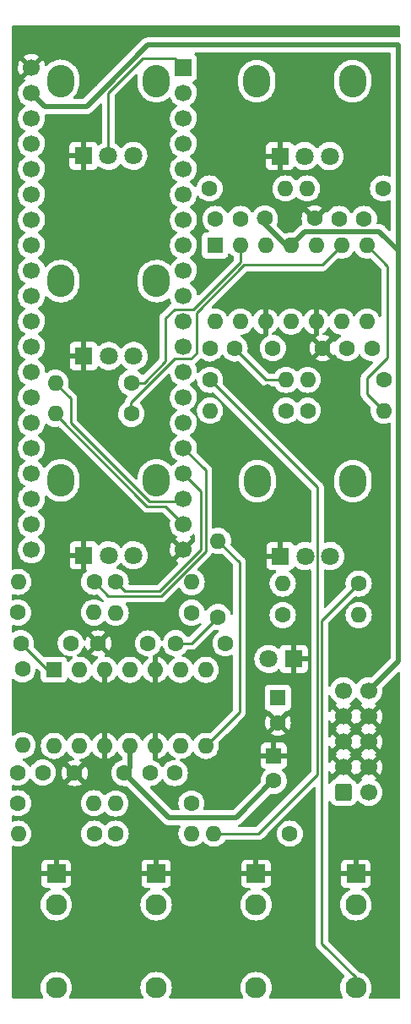
<source format=gbr>
%TF.GenerationSoftware,KiCad,Pcbnew,6.0.9+dfsg-1~bpo11+1*%
%TF.CreationDate,2023-01-13T02:31:34+08:00*%
%TF.ProjectId,MiniVerb - Back,4d696e69-5665-4726-9220-2d204261636b,rev?*%
%TF.SameCoordinates,Original*%
%TF.FileFunction,Copper,L2,Bot*%
%TF.FilePolarity,Positive*%
%FSLAX46Y46*%
G04 Gerber Fmt 4.6, Leading zero omitted, Abs format (unit mm)*
G04 Created by KiCad (PCBNEW 6.0.9+dfsg-1~bpo11+1) date 2023-01-13 02:31:34*
%MOMM*%
%LPD*%
G01*
G04 APERTURE LIST*
G04 Aperture macros list*
%AMRoundRect*
0 Rectangle with rounded corners*
0 $1 Rounding radius*
0 $2 $3 $4 $5 $6 $7 $8 $9 X,Y pos of 4 corners*
0 Add a 4 corners polygon primitive as box body*
4,1,4,$2,$3,$4,$5,$6,$7,$8,$9,$2,$3,0*
0 Add four circle primitives for the rounded corners*
1,1,$1+$1,$2,$3*
1,1,$1+$1,$4,$5*
1,1,$1+$1,$6,$7*
1,1,$1+$1,$8,$9*
0 Add four rect primitives between the rounded corners*
20,1,$1+$1,$2,$3,$4,$5,0*
20,1,$1+$1,$4,$5,$6,$7,0*
20,1,$1+$1,$6,$7,$8,$9,0*
20,1,$1+$1,$8,$9,$2,$3,0*%
G04 Aperture macros list end*
%TA.AperFunction,ComponentPad*%
%ADD10R,1.930000X1.830000*%
%TD*%
%TA.AperFunction,ComponentPad*%
%ADD11C,2.130000*%
%TD*%
%TA.AperFunction,ComponentPad*%
%ADD12O,2.720000X3.240000*%
%TD*%
%TA.AperFunction,ComponentPad*%
%ADD13R,1.800000X1.800000*%
%TD*%
%TA.AperFunction,ComponentPad*%
%ADD14C,1.800000*%
%TD*%
%TA.AperFunction,ComponentPad*%
%ADD15C,1.600000*%
%TD*%
%TA.AperFunction,ComponentPad*%
%ADD16O,1.600000X1.600000*%
%TD*%
%TA.AperFunction,ComponentPad*%
%ADD17R,1.600000X1.600000*%
%TD*%
%TA.AperFunction,ComponentPad*%
%ADD18RoundRect,0.250000X-0.600000X-0.600000X0.600000X-0.600000X0.600000X0.600000X-0.600000X0.600000X0*%
%TD*%
%TA.AperFunction,ComponentPad*%
%ADD19C,1.700000*%
%TD*%
%TA.AperFunction,ComponentPad*%
%ADD20R,1.700000X1.700000*%
%TD*%
%TA.AperFunction,ViaPad*%
%ADD21C,0.800000*%
%TD*%
%TA.AperFunction,Conductor*%
%ADD22C,0.250000*%
%TD*%
%TA.AperFunction,Conductor*%
%ADD23C,0.500000*%
%TD*%
G04 APERTURE END LIST*
D10*
%TO.P,AUDIO_OUT1,S*%
%TO.N,GND*%
X99995000Y-135414000D03*
D11*
%TO.P,AUDIO_OUT1,T*%
%TO.N,Net-(AUDIO_OUT1-PadT)*%
X99995000Y-146814000D03*
%TO.P,AUDIO_OUT1,TN*%
%TO.N,unconnected-(AUDIO_OUT1-PadTN)*%
X99995000Y-138514000D03*
%TD*%
D12*
%TO.P,POT_FBK1,*%
%TO.N,*%
X80400000Y-76075000D03*
X90000000Y-76075000D03*
D13*
%TO.P,POT_FBK1,1,1*%
%TO.N,GND*%
X82700000Y-83575000D03*
D14*
%TO.P,POT_FBK1,2,2*%
%TO.N,FEEDBACK*%
X85200000Y-83575000D03*
%TO.P,POT_FBK1,3,3*%
%TO.N,3V3_A*%
X87700000Y-83575000D03*
%TD*%
D12*
%TO.P,POT_DRY1,*%
%TO.N,*%
X89975000Y-56025000D03*
X80375000Y-56025000D03*
D13*
%TO.P,POT_DRY1,1,1*%
%TO.N,GND*%
X82675000Y-63525000D03*
D14*
%TO.P,POT_DRY1,2,2*%
%TO.N,DRY*%
X85175000Y-63525000D03*
%TO.P,POT_DRY1,3,3*%
%TO.N,3V3_A*%
X87675000Y-63525000D03*
%TD*%
D15*
%TO.P,R1,1*%
%TO.N,Net-(C1-Pad2)*%
X87485000Y-86250000D03*
D16*
%TO.P,R1,2*%
%TO.N,INT_AUDIO_OUT1*%
X79865000Y-86250000D03*
%TD*%
D10*
%TO.P,AUDIO_IN2,S*%
%TO.N,GND*%
X89971000Y-135414000D03*
D11*
%TO.P,AUDIO_IN2,T*%
%TO.N,Net-(AUDIO_IN2-PadT)*%
X89971000Y-146814000D03*
%TO.P,AUDIO_IN2,TN*%
%TO.N,unconnected-(AUDIO_IN2-PadTN)*%
X89971000Y-138514000D03*
%TD*%
D10*
%TO.P,AUDIO_IN1,S*%
%TO.N,GND*%
X79945000Y-135414000D03*
D11*
%TO.P,AUDIO_IN1,T*%
%TO.N,Net-(AUDIO_IN1-PadT)*%
X79945000Y-146814000D03*
%TO.P,AUDIO_IN1,TN*%
%TO.N,unconnected-(AUDIO_IN1-PadTN)*%
X79945000Y-138514000D03*
%TD*%
D12*
%TO.P,POT_WET1,*%
%TO.N,*%
X100075000Y-56050000D03*
X109675000Y-56050000D03*
D13*
%TO.P,POT_WET1,1,1*%
%TO.N,GND*%
X102375000Y-63550000D03*
D14*
%TO.P,POT_WET1,2,2*%
%TO.N,WET*%
X104875000Y-63550000D03*
%TO.P,POT_WET1,3,3*%
%TO.N,3V3_A*%
X107375000Y-63550000D03*
%TD*%
D12*
%TO.P,POT_LPF1,*%
%TO.N,*%
X90000000Y-96025000D03*
X80400000Y-96025000D03*
D13*
%TO.P,POT_LPF1,1,1*%
%TO.N,GND*%
X82700000Y-103525000D03*
D14*
%TO.P,POT_LPF1,2,2*%
%TO.N,LPF*%
X85200000Y-103525000D03*
%TO.P,POT_LPF1,3,3*%
%TO.N,3V3_A*%
X87700000Y-103525000D03*
%TD*%
D10*
%TO.P,AUDIO_OUT2,S*%
%TO.N,GND*%
X109995000Y-135420000D03*
D11*
%TO.P,AUDIO_OUT2,T*%
%TO.N,Net-(AUDIO_OUT2-PadT)*%
X109995000Y-146820000D03*
%TO.P,AUDIO_OUT2,TN*%
%TO.N,unconnected-(AUDIO_OUT2-PadTN)*%
X109995000Y-138520000D03*
%TD*%
D12*
%TO.P,POT_MOD1,*%
%TO.N,*%
X100125000Y-96096088D03*
X109725000Y-96096088D03*
D13*
%TO.P,POT_MOD1,1,1*%
%TO.N,GND*%
X102425000Y-103596088D03*
D14*
%TO.P,POT_MOD1,2,2*%
%TO.N,MOD*%
X104925000Y-103596088D03*
%TO.P,POT_MOD1,3,3*%
%TO.N,3V3_A*%
X107425000Y-103596088D03*
%TD*%
D15*
%TO.P,R16,1*%
%TO.N,Net-(C7-Pad2)*%
X87485000Y-89350000D03*
D16*
%TO.P,R16,2*%
%TO.N,INT_AUDIO_OUT2*%
X79865000Y-89350000D03*
%TD*%
D13*
%TO.P,D1,1,K*%
%TO.N,GND*%
X103775000Y-113900000D03*
D14*
%TO.P,D1,2,A*%
%TO.N,Net-(D1-Pad2)*%
X101235000Y-113900000D03*
%TD*%
D15*
%TO.P,R3,1*%
%TO.N,Net-(C1-Pad1)*%
X95325000Y-66795000D03*
D16*
%TO.P,R3,2*%
%TO.N,Net-(C1-Pad2)*%
X102945000Y-66795000D03*
%TD*%
D15*
%TO.P,C3,1*%
%TO.N,Net-(C3-Pad1)*%
X76395000Y-112320000D03*
%TO.P,C3,2*%
%TO.N,Net-(C3-Pad2)*%
X81395000Y-112320000D03*
%TD*%
%TO.P,R14,1*%
%TO.N,Net-(C6-Pad1)*%
X93535000Y-109270000D03*
D16*
%TO.P,R14,2*%
%TO.N,Net-(C6-Pad2)*%
X85915000Y-109270000D03*
%TD*%
D17*
%TO.P,U1,1*%
%TO.N,Net-(C3-Pad1)*%
X79711088Y-114984903D03*
D16*
%TO.P,U1,2,-*%
%TO.N,Net-(C3-Pad2)*%
X82251088Y-114984903D03*
%TO.P,U1,3,+*%
%TO.N,GND*%
X84791088Y-114984903D03*
%TO.P,U1,4,V+*%
%TO.N,+12V*%
X87331088Y-114984903D03*
%TO.P,U1,5,+*%
%TO.N,GND*%
X89871088Y-114984903D03*
%TO.P,U1,6,-*%
%TO.N,Net-(C6-Pad2)*%
X92411088Y-114984903D03*
%TO.P,U1,7*%
%TO.N,Net-(C6-Pad1)*%
X94951088Y-114984903D03*
%TO.P,U1,8*%
%TO.N,Net-(C5-Pad1)*%
X94951088Y-122604903D03*
%TO.P,U1,9,-*%
%TO.N,Net-(C5-Pad2)*%
X92411088Y-122604903D03*
%TO.P,U1,10,+*%
%TO.N,GND*%
X89871088Y-122604903D03*
%TO.P,U1,11,V-*%
%TO.N,-12V*%
X87331088Y-122604903D03*
%TO.P,U1,12,+*%
%TO.N,GND*%
X84791088Y-122604903D03*
%TO.P,U1,13,-*%
%TO.N,Net-(C2-Pad2)*%
X82251088Y-122604903D03*
%TO.P,U1,14*%
%TO.N,Net-(C2-Pad1)*%
X79711088Y-122604903D03*
%TD*%
D15*
%TO.P,C14,1*%
%TO.N,GND*%
X106675000Y-82780000D03*
%TO.P,C14,2*%
%TO.N,-12V*%
X101675000Y-82780000D03*
%TD*%
%TO.P,R6,1*%
%TO.N,Net-(C4-Pad2)*%
X102985000Y-89050000D03*
D16*
%TO.P,R6,2*%
%TO.N,Net-(C1-Pad1)*%
X95365000Y-89050000D03*
%TD*%
D15*
%TO.P,C5,1*%
%TO.N,Net-(C5-Pad1)*%
X91836088Y-125324903D03*
%TO.P,C5,2*%
%TO.N,Net-(C5-Pad2)*%
X89336088Y-125324903D03*
%TD*%
%TO.P,R5,1*%
%TO.N,Net-(C3-Pad2)*%
X76561088Y-114924903D03*
D16*
%TO.P,R5,2*%
%TO.N,Net-(C2-Pad1)*%
X76561088Y-122544903D03*
%TD*%
D15*
%TO.P,R12,1*%
%TO.N,Net-(C5-Pad1)*%
X93511088Y-128374903D03*
D16*
%TO.P,R12,2*%
%TO.N,Net-(C5-Pad2)*%
X85891088Y-128374903D03*
%TD*%
D15*
%TO.P,R8,1*%
%TO.N,Net-(C4-Pad1)*%
X95375000Y-85950000D03*
D16*
%TO.P,R8,2*%
%TO.N,Net-(C4-Pad2)*%
X102995000Y-85950000D03*
%TD*%
D15*
%TO.P,C8,1*%
%TO.N,Net-(C8-Pad1)*%
X111625000Y-82800000D03*
%TO.P,C8,2*%
%TO.N,Net-(C8-Pad2)*%
X109125000Y-82800000D03*
%TD*%
%TO.P,R10,1*%
%TO.N,INT_AUDIO_IN1*%
X83745000Y-106180000D03*
D16*
%TO.P,R10,2*%
%TO.N,Net-(C3-Pad1)*%
X76125000Y-106180000D03*
%TD*%
D15*
%TO.P,C2,1*%
%TO.N,Net-(C2-Pad1)*%
X76086088Y-125274903D03*
%TO.P,C2,2*%
%TO.N,Net-(C2-Pad2)*%
X78586088Y-125274903D03*
%TD*%
%TO.P,R13,1*%
%TO.N,Net-(C6-Pad2)*%
X96175000Y-109710000D03*
D16*
%TO.P,R13,2*%
%TO.N,Net-(C5-Pad1)*%
X96175000Y-102090000D03*
%TD*%
D15*
%TO.P,R15,1*%
%TO.N,INT_AUDIO_IN2*%
X85915000Y-106200000D03*
D16*
%TO.P,R15,2*%
%TO.N,Net-(C6-Pad1)*%
X93535000Y-106200000D03*
%TD*%
D15*
%TO.P,R4,1*%
%TO.N,Net-(C2-Pad1)*%
X76116088Y-128349903D03*
D16*
%TO.P,R4,2*%
%TO.N,Net-(C2-Pad2)*%
X83736088Y-128349903D03*
%TD*%
D15*
%TO.P,R7,1*%
%TO.N,Net-(C3-Pad1)*%
X76115000Y-109260000D03*
D16*
%TO.P,R7,2*%
%TO.N,Net-(C3-Pad2)*%
X83735000Y-109260000D03*
%TD*%
D15*
%TO.P,R9,1*%
%TO.N,Net-(AUDIO_OUT1-PadT)*%
X103385000Y-131400000D03*
D16*
%TO.P,R9,2*%
%TO.N,Net-(C4-Pad1)*%
X95765000Y-131400000D03*
%TD*%
D17*
%TO.P,C9,1*%
%TO.N,+12V*%
X102175000Y-117794888D03*
D15*
%TO.P,C9,2*%
%TO.N,GND*%
X102175000Y-120294888D03*
%TD*%
%TO.P,R21,1*%
%TO.N,Net-(D1-Pad2)*%
X102665000Y-109500000D03*
D16*
%TO.P,R21,2*%
%TO.N,+12V*%
X110285000Y-109500000D03*
%TD*%
D15*
%TO.P,R19,1*%
%TO.N,Net-(C8-Pad1)*%
X112785000Y-85950000D03*
D16*
%TO.P,R19,2*%
%TO.N,Net-(C8-Pad2)*%
X105165000Y-85950000D03*
%TD*%
D15*
%TO.P,C6,1*%
%TO.N,Net-(C6-Pad1)*%
X96925000Y-112330000D03*
%TO.P,C6,2*%
%TO.N,Net-(C6-Pad2)*%
X91925000Y-112330000D03*
%TD*%
%TO.P,R17,1*%
%TO.N,Net-(C7-Pad1)*%
X112735000Y-66795000D03*
D16*
%TO.P,R17,2*%
%TO.N,Net-(C7-Pad2)*%
X105115000Y-66795000D03*
%TD*%
D15*
%TO.P,R11,1*%
%TO.N,Net-(C5-Pad2)*%
X85901088Y-131399903D03*
D16*
%TO.P,R11,2*%
%TO.N,Net-(AUDIO_IN2-PadT)*%
X93521088Y-131399903D03*
%TD*%
D15*
%TO.P,R20,1*%
%TO.N,Net-(AUDIO_OUT2-PadT)*%
X110285000Y-106350000D03*
D16*
%TO.P,R20,2*%
%TO.N,Net-(C8-Pad1)*%
X102665000Y-106350000D03*
%TD*%
D17*
%TO.P,C10,1*%
%TO.N,GND*%
X101759000Y-123600000D03*
D15*
%TO.P,C10,2*%
%TO.N,-12V*%
X101759000Y-126100000D03*
%TD*%
%TO.P,C13,1*%
%TO.N,+12V*%
X100875000Y-69800000D03*
%TO.P,C13,2*%
%TO.N,GND*%
X105875000Y-69800000D03*
%TD*%
D17*
%TO.P,U2,1*%
%TO.N,Net-(C1-Pad1)*%
X95875000Y-72500000D03*
D16*
%TO.P,U2,2,-*%
%TO.N,Net-(C1-Pad2)*%
X98415000Y-72500000D03*
%TO.P,U2,3,+*%
%TO.N,GND*%
X100955000Y-72500000D03*
%TO.P,U2,4,V+*%
%TO.N,+12V*%
X103495000Y-72500000D03*
%TO.P,U2,5,+*%
%TO.N,GND*%
X106035000Y-72500000D03*
%TO.P,U2,6,-*%
%TO.N,Net-(C7-Pad2)*%
X108575000Y-72500000D03*
%TO.P,U2,7*%
%TO.N,Net-(C7-Pad1)*%
X111115000Y-72500000D03*
%TO.P,U2,8*%
%TO.N,Net-(C8-Pad1)*%
X111115000Y-80120000D03*
%TO.P,U2,9,-*%
%TO.N,Net-(C8-Pad2)*%
X108575000Y-80120000D03*
%TO.P,U2,10,+*%
%TO.N,GND*%
X106035000Y-80120000D03*
%TO.P,U2,11,V-*%
%TO.N,-12V*%
X103495000Y-80120000D03*
%TO.P,U2,12,+*%
%TO.N,GND*%
X100955000Y-80120000D03*
%TO.P,U2,13,-*%
%TO.N,Net-(C4-Pad2)*%
X98415000Y-80120000D03*
%TO.P,U2,14*%
%TO.N,Net-(C4-Pad1)*%
X95875000Y-80120000D03*
%TD*%
D18*
%TO.P,J1,1,Pin_1*%
%TO.N,-12V*%
X108747500Y-127255000D03*
D19*
%TO.P,J1,2,Pin_2*%
X111287500Y-127255000D03*
%TO.P,J1,3,Pin_3*%
%TO.N,GND*%
X108747500Y-124715000D03*
%TO.P,J1,4,Pin_4*%
X111287500Y-124715000D03*
%TO.P,J1,5,Pin_5*%
X108747500Y-122175000D03*
%TO.P,J1,6,Pin_6*%
X111287500Y-122175000D03*
%TO.P,J1,7,Pin_7*%
X108747500Y-119635000D03*
%TO.P,J1,8,Pin_8*%
X111287500Y-119635000D03*
%TO.P,J1,9,Pin_9*%
%TO.N,+12V*%
X108747500Y-117095000D03*
%TO.P,J1,10,Pin_10*%
X111287500Y-117095000D03*
%TD*%
D15*
%TO.P,C11,1*%
%TO.N,+12V*%
X89155000Y-112340000D03*
%TO.P,C11,2*%
%TO.N,GND*%
X84155000Y-112340000D03*
%TD*%
%TO.P,C4,1*%
%TO.N,Net-(C4-Pad1)*%
X95355000Y-82810000D03*
%TO.P,C4,2*%
%TO.N,Net-(C4-Pad2)*%
X97855000Y-82810000D03*
%TD*%
%TO.P,C12,1*%
%TO.N,GND*%
X81786088Y-125324903D03*
%TO.P,C12,2*%
%TO.N,-12V*%
X86786088Y-125324903D03*
%TD*%
%TO.P,C7,1*%
%TO.N,Net-(C7-Pad1)*%
X110825000Y-69850000D03*
%TO.P,C7,2*%
%TO.N,Net-(C7-Pad2)*%
X108325000Y-69850000D03*
%TD*%
D20*
%TO.P,A1,1,USB_HS_ID*%
%TO.N,DRY*%
X92702500Y-54700000D03*
D19*
%TO.P,A1,2,SDMMC1_D3*%
%TO.N,WET*%
X92702500Y-57240000D03*
%TO.P,A1,3,SDMMC1_D2*%
%TO.N,FEEDBACK*%
X92702500Y-59780000D03*
%TO.P,A1,4,SDMMC1_D1*%
%TO.N,MOD*%
X92702500Y-62320000D03*
%TO.P,A1,5,SDMMC1_D0*%
%TO.N,LPF*%
X92702500Y-64860000D03*
%TO.P,A1,6,SDMMC1_CMD*%
%TO.N,unconnected-(A1-Pad6)*%
X92702500Y-67400000D03*
%TO.P,A1,7,SDMMC1_CK*%
%TO.N,unconnected-(A1-Pad7)*%
X92702500Y-69940000D03*
%TO.P,A1,8,SPI1_NSS*%
%TO.N,unconnected-(A1-Pad8)*%
X92702500Y-72480000D03*
%TO.P,A1,9,SPI1_SCK*%
%TO.N,unconnected-(A1-Pad9)*%
X92702500Y-75020000D03*
%TO.P,A1,10,SPI1_MISO*%
%TO.N,unconnected-(A1-Pad10)*%
X92702500Y-77560000D03*
%TO.P,A1,11,SPI1_MOSI*%
%TO.N,unconnected-(A1-Pad11)*%
X92702500Y-80100000D03*
%TO.P,A1,12,I2C1_SCL*%
%TO.N,unconnected-(A1-Pad12)*%
X92702500Y-82640000D03*
%TO.P,A1,13,I2C1_SDA*%
%TO.N,unconnected-(A1-Pad13)*%
X92702500Y-85180000D03*
%TO.P,A1,14,USART1_TX*%
%TO.N,unconnected-(A1-Pad14)*%
X92702500Y-87720000D03*
%TO.P,A1,15,USART1_RX*%
%TO.N,unconnected-(A1-Pad15)*%
X92702500Y-90260000D03*
%TO.P,A1,16,AUDIO_IN_L*%
%TO.N,INT_AUDIO_IN1*%
X92702500Y-92800000D03*
%TO.P,A1,17,AUDIO_IN_R*%
%TO.N,INT_AUDIO_IN2*%
X92702500Y-95340000D03*
%TO.P,A1,18,AUDIO_OUT_L*%
%TO.N,INT_AUDIO_OUT1*%
X92702500Y-97880000D03*
%TO.P,A1,19,AUDIO_OUT_R*%
%TO.N,INT_AUDIO_OUT2*%
X92702500Y-100420000D03*
%TO.P,A1,20,AGND*%
%TO.N,GND*%
X92702500Y-102960000D03*
%TO.P,A1,21,3V3_A*%
%TO.N,3V3_A*%
X77462500Y-102960000D03*
%TO.P,A1,22,ADC_INP10*%
%TO.N,unconnected-(A1-Pad22)*%
X77462500Y-100420000D03*
%TO.P,A1,23,ADC_INP15*%
%TO.N,unconnected-(A1-Pad23)*%
X77462500Y-97880000D03*
%TO.P,A1,24,ADC_INP5*%
%TO.N,unconnected-(A1-Pad24)*%
X77462500Y-95340000D03*
%TO.P,A1,25,ADC_INP7*%
%TO.N,unconnected-(A1-Pad25)*%
X77462500Y-92800000D03*
%TO.P,A1,26,ADC_INP3*%
%TO.N,unconnected-(A1-Pad26)*%
X77462500Y-90260000D03*
%TO.P,A1,27,ADC_INP11*%
%TO.N,unconnected-(A1-Pad27)*%
X77462500Y-87720000D03*
%TO.P,A1,28,ADC1_INP4*%
%TO.N,unconnected-(A1-Pad28)*%
X77462500Y-85180000D03*
%TO.P,A1,29,DAC1_OUT2*%
%TO.N,unconnected-(A1-Pad29)*%
X77462500Y-82640000D03*
%TO.P,A1,30,DAC1_OUT1*%
%TO.N,unconnected-(A1-Pad30)*%
X77462500Y-80100000D03*
%TO.P,A1,31,SAI2_MCLK_B*%
%TO.N,unconnected-(A1-Pad31)*%
X77462500Y-77560000D03*
%TO.P,A1,32,SAI2_SD_B*%
%TO.N,unconnected-(A1-Pad32)*%
X77462500Y-75020000D03*
%TO.P,A1,33,SAI2_SD_A*%
%TO.N,unconnected-(A1-Pad33)*%
X77462500Y-72480000D03*
%TO.P,A1,34,SAI2_FS_B*%
%TO.N,unconnected-(A1-Pad34)*%
X77462500Y-69940000D03*
%TO.P,A1,35,SAI2_SCK_B*%
%TO.N,unconnected-(A1-Pad35)*%
X77462500Y-67400000D03*
%TO.P,A1,36,USB_HS_D_-*%
%TO.N,unconnected-(A1-Pad36)*%
X77462500Y-64860000D03*
%TO.P,A1,37,USB_HS_D_+*%
%TO.N,unconnected-(A1-Pad37)*%
X77462500Y-62320000D03*
%TO.P,A1,38,3V3_D*%
%TO.N,3V3_D*%
X77462500Y-59780000D03*
%TO.P,A1,39,VIN*%
%TO.N,+12V*%
X77462500Y-57240000D03*
%TO.P,A1,40,GND*%
%TO.N,GND*%
X77462500Y-54700000D03*
%TD*%
D15*
%TO.P,R18,1*%
%TO.N,Net-(C8-Pad2)*%
X105165000Y-89050000D03*
D16*
%TO.P,R18,2*%
%TO.N,Net-(C7-Pad1)*%
X112785000Y-89050000D03*
%TD*%
D15*
%TO.P,R2,1*%
%TO.N,Net-(C2-Pad2)*%
X83746088Y-131399903D03*
D16*
%TO.P,R2,2*%
%TO.N,Net-(AUDIO_IN1-PadT)*%
X76126088Y-131399903D03*
%TD*%
D15*
%TO.P,C1,1*%
%TO.N,Net-(C1-Pad1)*%
X95925000Y-69850000D03*
%TO.P,C1,2*%
%TO.N,Net-(C1-Pad2)*%
X98425000Y-69850000D03*
%TD*%
D21*
%TO.N,GND*%
X78800000Y-51400000D03*
X83100000Y-69600000D03*
X95700000Y-119800000D03*
X112600000Y-59500000D03*
X108700000Y-61200000D03*
X104700000Y-108000000D03*
X87200000Y-52100000D03*
X109900000Y-91700000D03*
X89100000Y-132900000D03*
X83200000Y-55500000D03*
X84500000Y-88800000D03*
X113500000Y-134700000D03*
X86700000Y-145100000D03*
X86900000Y-139800000D03*
X86400000Y-137600000D03*
X81700000Y-61400000D03*
X82900000Y-118500000D03*
X109400000Y-89100000D03*
X82900000Y-53500000D03*
X104900000Y-134400000D03*
X97300000Y-90000000D03*
X96500000Y-97300000D03*
X111600000Y-63200000D03*
X112600000Y-111900000D03*
X99700000Y-106800000D03*
X108600000Y-100700000D03*
X97400000Y-134500000D03*
X108300000Y-67100000D03*
X83500000Y-140700000D03*
X93600000Y-120000000D03*
X97300000Y-61400000D03*
X107400000Y-61100000D03*
X110900000Y-59600000D03*
X86500000Y-111900000D03*
X89200000Y-79300000D03*
X86900000Y-99900000D03*
X81800000Y-79000000D03*
X77700000Y-134700000D03*
X83900000Y-59600000D03*
X87000000Y-75500000D03*
X79800000Y-91800000D03*
X110700000Y-141300000D03*
X95500000Y-59600000D03*
X80200000Y-64000000D03*
X100300000Y-75900000D03*
X101100000Y-88000000D03*
X96900000Y-128200000D03*
X109000000Y-85100000D03*
X109600000Y-86500000D03*
X84000000Y-75600000D03*
X83500000Y-99300000D03*
X79000000Y-141500000D03*
X86600000Y-101200000D03*
X82100000Y-144000000D03*
X111900000Y-114000000D03*
X94300000Y-144600000D03*
X88900000Y-131200000D03*
X106200000Y-93600000D03*
X82400000Y-66900000D03*
X80000000Y-103000000D03*
X89800000Y-70200000D03*
X97600000Y-94600000D03*
X86700000Y-98200000D03*
X85500000Y-92000000D03*
X98100000Y-86500000D03*
X90800000Y-119600000D03*
X112500000Y-136300000D03*
X91000000Y-101500000D03*
X111700000Y-75300000D03*
X110100000Y-65200000D03*
X112700000Y-107300000D03*
X101800000Y-78200000D03*
X84900000Y-143600000D03*
X101600000Y-132900000D03*
X107700000Y-86300000D03*
X112300000Y-109600000D03*
X106900000Y-54200000D03*
X105000000Y-138100000D03*
X95000000Y-58700000D03*
X90500000Y-68000000D03*
X95800000Y-134200000D03*
X80000000Y-81800000D03*
X80000000Y-99000000D03*
X81700000Y-127800000D03*
X81400000Y-72600000D03*
X81700000Y-73700000D03*
X80700000Y-101000000D03*
X99000000Y-59400000D03*
X97400000Y-63800000D03*
X112500000Y-129500000D03*
X107200000Y-56600000D03*
X97200000Y-140000000D03*
X113000000Y-144200000D03*
X108600000Y-60200000D03*
X85000000Y-52000000D03*
X82600000Y-86700000D03*
X86400000Y-135100000D03*
X107300000Y-88100000D03*
X78500000Y-128200000D03*
X83800000Y-72200000D03*
X80100000Y-52100000D03*
X105400000Y-146700000D03*
X88000000Y-99800000D03*
X107100000Y-59500000D03*
X80600000Y-68400000D03*
X105300000Y-142900000D03*
X103400000Y-75900000D03*
X80400000Y-131400000D03*
X77800000Y-118700000D03*
X83000000Y-74700000D03*
X85500000Y-65600000D03*
X107960068Y-114986771D03*
X101100000Y-86800000D03*
X112400000Y-63400000D03*
X96100000Y-125000000D03*
X103000000Y-101200000D03*
X87500000Y-72900000D03*
X88400000Y-130200000D03*
X104500000Y-110900000D03*
X109600000Y-66900000D03*
X88600000Y-72800000D03*
X107200000Y-90100000D03*
X99700000Y-61900000D03*
X79400000Y-79800000D03*
X96000000Y-92900000D03*
X96100000Y-147000000D03*
X98800000Y-64400000D03*
X80300000Y-129700000D03*
X77500000Y-51200000D03*
X77600000Y-52200000D03*
X95300000Y-91500000D03*
X78900000Y-131800000D03*
X86000000Y-119800000D03*
X107800000Y-99100000D03*
X100900000Y-100400000D03*
X79500000Y-117500000D03*
X97100000Y-143900000D03*
X96700000Y-57000000D03*
X97800000Y-126600000D03*
X82900000Y-77300000D03*
X109100000Y-130500000D03*
X88800000Y-101200000D03*
X81400000Y-120200000D03*
X84700000Y-137900000D03*
X81400000Y-69500000D03*
X101100000Y-89300000D03*
X108800000Y-92900000D03*
X84600000Y-86900000D03*
X90600000Y-103600000D03*
X100900000Y-107900000D03*
X76900000Y-117700000D03*
X101800000Y-76800000D03*
X103700000Y-125100000D03*
X83300000Y-60500000D03*
X108000000Y-112200000D03*
X110300000Y-85100000D03*
X97700000Y-124100000D03*
X112200000Y-103900000D03*
X100000000Y-109700000D03*
X90200000Y-73300000D03*
X83200000Y-134700000D03*
X108400000Y-75200000D03*
X82700000Y-146200000D03*
X83600000Y-80900000D03*
X81800000Y-93400000D03*
X113800000Y-127400000D03*
X83000000Y-52500000D03*
X110100000Y-88000000D03*
X107500000Y-91900000D03*
X80600000Y-60600000D03*
X101600000Y-59600000D03*
X90300000Y-92100000D03*
X104600000Y-82200000D03*
X79600000Y-72900000D03*
X90900000Y-131500000D03*
X104100000Y-122000000D03*
X94700000Y-125700000D03*
X84800000Y-53800000D03*
X103100000Y-97500000D03*
X97300000Y-58500000D03*
X103878106Y-83327556D03*
X85600000Y-118100000D03*
X112900000Y-130700000D03*
X103600000Y-56500000D03*
X79500000Y-101000000D03*
X104500000Y-123300000D03*
X83700000Y-73500000D03*
X106600000Y-145200000D03*
X81900000Y-80900000D03*
X103200000Y-145500000D03*
X101800000Y-98700000D03*
X84900000Y-90000000D03*
X107000000Y-65800000D03*
X98200000Y-99500000D03*
X107100000Y-95000000D03*
X80200000Y-65600000D03*
X99100000Y-102100000D03*
X103400000Y-98900000D03*
X99700000Y-111300000D03*
X103000000Y-96400000D03*
X107800000Y-140400000D03*
X83100000Y-66000000D03*
X87800000Y-78700000D03*
X97900000Y-92400000D03*
X112900000Y-53900000D03*
X87500000Y-111000000D03*
X80800000Y-118400000D03*
X83400000Y-98000000D03*
X104400000Y-91300000D03*
X109700000Y-141300000D03*
X98100000Y-122300000D03*
X93200000Y-146100000D03*
X84300000Y-91200000D03*
X78900000Y-119900000D03*
X83600000Y-79500000D03*
X112700000Y-105300000D03*
X98100000Y-85300000D03*
X100400000Y-142000000D03*
X81600000Y-99200000D03*
X96000000Y-62300000D03*
X103300000Y-58500000D03*
X84900000Y-67500000D03*
X90300000Y-93100000D03*
X79000000Y-52900000D03*
X109900000Y-74900000D03*
X108300000Y-110600000D03*
X109000000Y-113800000D03*
X95300000Y-141100000D03*
X111400000Y-131400000D03*
X91400000Y-120400000D03*
X83500000Y-95100000D03*
X88600000Y-120100000D03*
X109700000Y-100000000D03*
X82700000Y-100700000D03*
X102000000Y-75500000D03*
X96100000Y-138600000D03*
X87800000Y-94500000D03*
%TD*%
D22*
%TO.N,Net-(AUDIO_OUT2-PadT)*%
X106599501Y-110035499D02*
X106599501Y-142421589D01*
X106599501Y-142421589D02*
X109995000Y-145817088D01*
X110285000Y-106350000D02*
X106599501Y-110035499D01*
%TO.N,Net-(C1-Pad2)*%
X90900000Y-79800000D02*
X90900000Y-84100000D01*
X98415000Y-74210000D02*
X93725000Y-78900000D01*
X98415000Y-72500000D02*
X98415000Y-74210000D01*
X93725000Y-78900000D02*
X91800000Y-78900000D01*
X90900000Y-84100000D02*
X88750000Y-86250000D01*
X88750000Y-86250000D02*
X87435000Y-86250000D01*
X91800000Y-78900000D02*
X90900000Y-79800000D01*
%TO.N,Net-(C3-Pad1)*%
X76395000Y-112320000D02*
X79059903Y-114984903D01*
X79059903Y-114984903D02*
X79711088Y-114984903D01*
%TO.N,Net-(C4-Pad2)*%
X97855000Y-82810000D02*
X100995000Y-85950000D01*
X100995000Y-85950000D02*
X102995000Y-85950000D01*
%TO.N,Net-(C4-Pad1)*%
X106150000Y-96725000D02*
X106150000Y-125475000D01*
X95375000Y-85950000D02*
X106150000Y-96725000D01*
X100225000Y-131400000D02*
X95765000Y-131400000D01*
X100225000Y-131400000D02*
X106150000Y-125475000D01*
%TO.N,Net-(C5-Pad1)*%
X98325499Y-104240499D02*
X98325499Y-119230492D01*
X98325499Y-119230492D02*
X94951088Y-122604903D01*
X96175000Y-102090000D02*
X98325499Y-104240499D01*
%TO.N,Net-(C7-Pad2)*%
X106625000Y-74450000D02*
X98810690Y-74450000D01*
X91803630Y-83850000D02*
X87435000Y-88218630D01*
X87435000Y-88218630D02*
X87435000Y-89350000D01*
X108575000Y-72500000D02*
X106625000Y-74450000D01*
X98810690Y-74450000D02*
X94025000Y-79235690D01*
X94025000Y-79235690D02*
X94025000Y-83300000D01*
X94025000Y-83300000D02*
X93475000Y-83850000D01*
X93475000Y-83850000D02*
X91803630Y-83850000D01*
%TO.N,Net-(C7-Pad1)*%
X111125000Y-85800000D02*
X111125000Y-87390000D01*
X111125000Y-87390000D02*
X112785000Y-89050000D01*
X111115000Y-72500000D02*
X113175000Y-74560000D01*
X113175000Y-83750000D02*
X111125000Y-85800000D01*
X113175000Y-74560000D02*
X113175000Y-83750000D01*
D23*
%TO.N,+12V*%
X114275000Y-52450000D02*
X114275000Y-114107500D01*
X84600499Y-56974501D02*
X84600499Y-56962033D01*
X114275000Y-114107500D02*
X111287500Y-117095000D01*
X114275000Y-73000000D02*
X114225000Y-73000000D01*
X104895000Y-71100000D02*
X103495000Y-72500000D01*
X112325000Y-71100000D02*
X104895000Y-71100000D01*
X84600499Y-56962033D02*
X89112532Y-52450000D01*
X77462500Y-57240000D02*
X78797500Y-58575000D01*
X78797500Y-58575000D02*
X83000000Y-58575000D01*
X89112532Y-52450000D02*
X114275000Y-52450000D01*
X114225000Y-73000000D02*
X112325000Y-71100000D01*
X103495000Y-72500000D02*
X102975000Y-72500000D01*
X83000000Y-58575000D02*
X84600499Y-56974501D01*
X102975000Y-72500000D02*
X100275000Y-69800000D01*
%TO.N,-12V*%
X97991000Y-129800000D02*
X91261185Y-129800000D01*
X91261185Y-129800000D02*
X86786088Y-125324903D01*
X87331088Y-124779903D02*
X86786088Y-125324903D01*
X87331088Y-122604903D02*
X87331088Y-124779903D01*
X101691000Y-126100000D02*
X97991000Y-129800000D01*
D22*
%TO.N,INT_AUDIO_OUT1*%
X89261189Y-98150499D02*
X81400000Y-90289310D01*
X92432001Y-98150499D02*
X89261189Y-98150499D01*
X92702500Y-97880000D02*
X92432001Y-98150499D01*
X81400000Y-90289310D02*
X81400000Y-87835000D01*
X81400000Y-87835000D02*
X79815000Y-86250000D01*
%TO.N,INT_AUDIO_IN1*%
X94924501Y-103150499D02*
X90475000Y-107600000D01*
X85165000Y-107600000D02*
X83745000Y-106180000D01*
X94924501Y-95022001D02*
X94924501Y-103150499D01*
X92702500Y-92800000D02*
X94924501Y-95022001D01*
X90475000Y-107600000D02*
X85165000Y-107600000D01*
%TO.N,INT_AUDIO_IN2*%
X94475000Y-102964310D02*
X94475000Y-97112500D01*
X90289310Y-107150000D02*
X94475000Y-102964310D01*
X86865000Y-107150000D02*
X90289310Y-107150000D01*
X85915000Y-106200000D02*
X86865000Y-107150000D01*
X94475000Y-97112500D02*
X92702500Y-95340000D01*
%TO.N,INT_AUDIO_OUT2*%
X89075000Y-98600000D02*
X79825000Y-89350000D01*
X92702500Y-100420000D02*
X90882500Y-98600000D01*
X90882500Y-98600000D02*
X89075000Y-98600000D01*
%TO.N,DRY*%
X85175000Y-57200000D02*
X85175000Y-63525000D01*
X92702500Y-54700000D02*
X91802500Y-53800000D01*
X88575000Y-53800000D02*
X85175000Y-57200000D01*
X91802500Y-53800000D02*
X88575000Y-53800000D01*
%TO.N,Net-(C6-Pad2)*%
X93555000Y-112330000D02*
X91925000Y-112330000D01*
X96175000Y-109710000D02*
X93555000Y-112330000D01*
%TD*%
%TA.AperFunction,Conductor*%
%TO.N,GND*%
G36*
X95883459Y-110986541D02*
G01*
X95941591Y-111002118D01*
X95941602Y-111002120D01*
X95946913Y-111003543D01*
X96062081Y-111013619D01*
X96127552Y-111019347D01*
X96193670Y-111045211D01*
X96235309Y-111102714D01*
X96239250Y-111173601D01*
X96204241Y-111235366D01*
X96188844Y-111248079D01*
X96162630Y-111266434D01*
X96085211Y-111320643D01*
X96085208Y-111320645D01*
X96080700Y-111323802D01*
X95918802Y-111485700D01*
X95915645Y-111490208D01*
X95915643Y-111490211D01*
X95911800Y-111495700D01*
X95787477Y-111673251D01*
X95785154Y-111678233D01*
X95785151Y-111678238D01*
X95697702Y-111865775D01*
X95690716Y-111880757D01*
X95689294Y-111886064D01*
X95689293Y-111886067D01*
X95632881Y-112096598D01*
X95631457Y-112101913D01*
X95611502Y-112330000D01*
X95631457Y-112558087D01*
X95632881Y-112563400D01*
X95632881Y-112563402D01*
X95686614Y-112763933D01*
X95690716Y-112779243D01*
X95693039Y-112784224D01*
X95693039Y-112784225D01*
X95785151Y-112981762D01*
X95785154Y-112981767D01*
X95787477Y-112986749D01*
X95823129Y-113037665D01*
X95914529Y-113168197D01*
X95918802Y-113174300D01*
X96080700Y-113336198D01*
X96085208Y-113339355D01*
X96085211Y-113339357D01*
X96094981Y-113346198D01*
X96268251Y-113467523D01*
X96273233Y-113469846D01*
X96273238Y-113469849D01*
X96457363Y-113555707D01*
X96475757Y-113564284D01*
X96481065Y-113565706D01*
X96481067Y-113565707D01*
X96691598Y-113622119D01*
X96691600Y-113622119D01*
X96696913Y-113623543D01*
X96925000Y-113643498D01*
X97153087Y-113623543D01*
X97158400Y-113622119D01*
X97158402Y-113622119D01*
X97368933Y-113565707D01*
X97368935Y-113565706D01*
X97374243Y-113564284D01*
X97425414Y-113540423D01*
X97512749Y-113499698D01*
X97582941Y-113489037D01*
X97647754Y-113518017D01*
X97686610Y-113577437D01*
X97691999Y-113613893D01*
X97691999Y-118915898D01*
X97671997Y-118984019D01*
X97655094Y-119004993D01*
X95364336Y-121295751D01*
X95302024Y-121329777D01*
X95242629Y-121328362D01*
X95184497Y-121312785D01*
X95184486Y-121312783D01*
X95179175Y-121311360D01*
X94951088Y-121291405D01*
X94723001Y-121311360D01*
X94717688Y-121312784D01*
X94717686Y-121312784D01*
X94507155Y-121369196D01*
X94507153Y-121369197D01*
X94501845Y-121370619D01*
X94496864Y-121372942D01*
X94496863Y-121372942D01*
X94299326Y-121465054D01*
X94299321Y-121465057D01*
X94294339Y-121467380D01*
X94251409Y-121497440D01*
X94111299Y-121595546D01*
X94111296Y-121595548D01*
X94106788Y-121598705D01*
X93944890Y-121760603D01*
X93941733Y-121765111D01*
X93941731Y-121765114D01*
X93909979Y-121810461D01*
X93813565Y-121948154D01*
X93811242Y-121953136D01*
X93811239Y-121953141D01*
X93795283Y-121987360D01*
X93748366Y-122040645D01*
X93680089Y-122060106D01*
X93612129Y-122039564D01*
X93566893Y-121987360D01*
X93550937Y-121953141D01*
X93550934Y-121953136D01*
X93548611Y-121948154D01*
X93452197Y-121810461D01*
X93420445Y-121765114D01*
X93420443Y-121765111D01*
X93417286Y-121760603D01*
X93255388Y-121598705D01*
X93250880Y-121595548D01*
X93250877Y-121595546D01*
X93110767Y-121497440D01*
X93067837Y-121467380D01*
X93062855Y-121465057D01*
X93062850Y-121465054D01*
X92865313Y-121372942D01*
X92865312Y-121372942D01*
X92860331Y-121370619D01*
X92855023Y-121369197D01*
X92855021Y-121369196D01*
X92644490Y-121312784D01*
X92644488Y-121312784D01*
X92639175Y-121311360D01*
X92411088Y-121291405D01*
X92183001Y-121311360D01*
X92177688Y-121312784D01*
X92177686Y-121312784D01*
X91967155Y-121369196D01*
X91967153Y-121369197D01*
X91961845Y-121370619D01*
X91956864Y-121372942D01*
X91956863Y-121372942D01*
X91759326Y-121465054D01*
X91759321Y-121465057D01*
X91754339Y-121467380D01*
X91711409Y-121497440D01*
X91571299Y-121595546D01*
X91571296Y-121595548D01*
X91566788Y-121598705D01*
X91404890Y-121760603D01*
X91401733Y-121765111D01*
X91401731Y-121765114D01*
X91369979Y-121810461D01*
X91273565Y-121948154D01*
X91271242Y-121953136D01*
X91271239Y-121953141D01*
X91255007Y-121987952D01*
X91208090Y-122041237D01*
X91139813Y-122060698D01*
X91071853Y-122040156D01*
X91026617Y-121987952D01*
X91010502Y-121953392D01*
X91005019Y-121943896D01*
X90880060Y-121765436D01*
X90873004Y-121757028D01*
X90718963Y-121602987D01*
X90710555Y-121595931D01*
X90532095Y-121470972D01*
X90522599Y-121465489D01*
X90325141Y-121373413D01*
X90314849Y-121369667D01*
X90142585Y-121323509D01*
X90128489Y-121323845D01*
X90125088Y-121331787D01*
X90125088Y-123872870D01*
X90129061Y-123886401D01*
X90137610Y-123887630D01*
X90314849Y-123840139D01*
X90325141Y-123836393D01*
X90522599Y-123744317D01*
X90532095Y-123738834D01*
X90710555Y-123613875D01*
X90718963Y-123606819D01*
X90873004Y-123452778D01*
X90880060Y-123444370D01*
X91005019Y-123265910D01*
X91010502Y-123256414D01*
X91026617Y-123221854D01*
X91073534Y-123168569D01*
X91141811Y-123149108D01*
X91209771Y-123169650D01*
X91255007Y-123221854D01*
X91271239Y-123256665D01*
X91271242Y-123256670D01*
X91273565Y-123261652D01*
X91404890Y-123449203D01*
X91566788Y-123611101D01*
X91571296Y-123614258D01*
X91571299Y-123614260D01*
X91598857Y-123633556D01*
X91754339Y-123742426D01*
X91759321Y-123744749D01*
X91759326Y-123744752D01*
X91826772Y-123776202D01*
X91880057Y-123823119D01*
X91899518Y-123891396D01*
X91878976Y-123959356D01*
X91824953Y-124005422D01*
X91784504Y-124015918D01*
X91608001Y-124031360D01*
X91602688Y-124032784D01*
X91602686Y-124032784D01*
X91392155Y-124089196D01*
X91392153Y-124089197D01*
X91386845Y-124090619D01*
X91381864Y-124092942D01*
X91381863Y-124092942D01*
X91184326Y-124185054D01*
X91184321Y-124185057D01*
X91179339Y-124187380D01*
X91122168Y-124227412D01*
X90996299Y-124315546D01*
X90996296Y-124315548D01*
X90991788Y-124318705D01*
X90829890Y-124480603D01*
X90826733Y-124485111D01*
X90826731Y-124485114D01*
X90803980Y-124517606D01*
X90698565Y-124668154D01*
X90696242Y-124673136D01*
X90695206Y-124674930D01*
X90643822Y-124723922D01*
X90574109Y-124737357D01*
X90508198Y-124710969D01*
X90476970Y-124674930D01*
X90475934Y-124673136D01*
X90473611Y-124668154D01*
X90368196Y-124517606D01*
X90345445Y-124485114D01*
X90345443Y-124485111D01*
X90342286Y-124480603D01*
X90180388Y-124318705D01*
X90175880Y-124315548D01*
X90175877Y-124315546D01*
X90050008Y-124227412D01*
X89992837Y-124187380D01*
X89987855Y-124185057D01*
X89987850Y-124185054D01*
X89790313Y-124092942D01*
X89790312Y-124092942D01*
X89785331Y-124090619D01*
X89780023Y-124089197D01*
X89780021Y-124089196D01*
X89696210Y-124066739D01*
X89693193Y-124065931D01*
X89632571Y-124028979D01*
X89601550Y-123965119D01*
X89609978Y-123894625D01*
X89617088Y-123878021D01*
X89617088Y-121336936D01*
X89613115Y-121323405D01*
X89604566Y-121322176D01*
X89427327Y-121369667D01*
X89417035Y-121373413D01*
X89219577Y-121465489D01*
X89210081Y-121470972D01*
X89031621Y-121595931D01*
X89023213Y-121602987D01*
X88869172Y-121757028D01*
X88862116Y-121765436D01*
X88737157Y-121943896D01*
X88731674Y-121953392D01*
X88715559Y-121987952D01*
X88668642Y-122041237D01*
X88600365Y-122060698D01*
X88532405Y-122040156D01*
X88487169Y-121987952D01*
X88470937Y-121953141D01*
X88470934Y-121953136D01*
X88468611Y-121948154D01*
X88372197Y-121810461D01*
X88340445Y-121765114D01*
X88340443Y-121765111D01*
X88337286Y-121760603D01*
X88175388Y-121598705D01*
X88170880Y-121595548D01*
X88170877Y-121595546D01*
X88030767Y-121497440D01*
X87987837Y-121467380D01*
X87982855Y-121465057D01*
X87982850Y-121465054D01*
X87785313Y-121372942D01*
X87785312Y-121372942D01*
X87780331Y-121370619D01*
X87775023Y-121369197D01*
X87775021Y-121369196D01*
X87564490Y-121312784D01*
X87564488Y-121312784D01*
X87559175Y-121311360D01*
X87331088Y-121291405D01*
X87103001Y-121311360D01*
X87097688Y-121312784D01*
X87097686Y-121312784D01*
X86887155Y-121369196D01*
X86887153Y-121369197D01*
X86881845Y-121370619D01*
X86876864Y-121372942D01*
X86876863Y-121372942D01*
X86679326Y-121465054D01*
X86679321Y-121465057D01*
X86674339Y-121467380D01*
X86631409Y-121497440D01*
X86491299Y-121595546D01*
X86491296Y-121595548D01*
X86486788Y-121598705D01*
X86324890Y-121760603D01*
X86321733Y-121765111D01*
X86321731Y-121765114D01*
X86289979Y-121810461D01*
X86193565Y-121948154D01*
X86191242Y-121953136D01*
X86191239Y-121953141D01*
X86175007Y-121987952D01*
X86128090Y-122041237D01*
X86059813Y-122060698D01*
X85991853Y-122040156D01*
X85946617Y-121987952D01*
X85930502Y-121953392D01*
X85925019Y-121943896D01*
X85800060Y-121765436D01*
X85793004Y-121757028D01*
X85638963Y-121602987D01*
X85630555Y-121595931D01*
X85452095Y-121470972D01*
X85442599Y-121465489D01*
X85245141Y-121373413D01*
X85234849Y-121369667D01*
X85062585Y-121323509D01*
X85048489Y-121323845D01*
X85045088Y-121331787D01*
X85045088Y-123872870D01*
X85049061Y-123886401D01*
X85057610Y-123887630D01*
X85234849Y-123840139D01*
X85245141Y-123836393D01*
X85442599Y-123744317D01*
X85452095Y-123738834D01*
X85630555Y-123613875D01*
X85638963Y-123606819D01*
X85793004Y-123452778D01*
X85800060Y-123444370D01*
X85925019Y-123265910D01*
X85930502Y-123256414D01*
X85946617Y-123221854D01*
X85993534Y-123168569D01*
X86061811Y-123149108D01*
X86129771Y-123169650D01*
X86175007Y-123221854D01*
X86191239Y-123256665D01*
X86191242Y-123256670D01*
X86193565Y-123261652D01*
X86324890Y-123449203D01*
X86486788Y-123611101D01*
X86518859Y-123633558D01*
X86563187Y-123689013D01*
X86572588Y-123736770D01*
X86572588Y-123930768D01*
X86552586Y-123998889D01*
X86498930Y-124045382D01*
X86479199Y-124052475D01*
X86342155Y-124089196D01*
X86342153Y-124089197D01*
X86336845Y-124090619D01*
X86331864Y-124092942D01*
X86331863Y-124092942D01*
X86134326Y-124185054D01*
X86134321Y-124185057D01*
X86129339Y-124187380D01*
X86072168Y-124227412D01*
X85946299Y-124315546D01*
X85946296Y-124315548D01*
X85941788Y-124318705D01*
X85779890Y-124480603D01*
X85776733Y-124485111D01*
X85776731Y-124485114D01*
X85753980Y-124517606D01*
X85648565Y-124668154D01*
X85646242Y-124673136D01*
X85646239Y-124673141D01*
X85556441Y-124865716D01*
X85551804Y-124875660D01*
X85550382Y-124880968D01*
X85550381Y-124880970D01*
X85505821Y-125047268D01*
X85492545Y-125096816D01*
X85472590Y-125324903D01*
X85492545Y-125552990D01*
X85493969Y-125558303D01*
X85493969Y-125558305D01*
X85536984Y-125718836D01*
X85551804Y-125774146D01*
X85554127Y-125779127D01*
X85554127Y-125779128D01*
X85646239Y-125976665D01*
X85646242Y-125976670D01*
X85648565Y-125981652D01*
X85704403Y-126061396D01*
X85744880Y-126119203D01*
X85779890Y-126169203D01*
X85941788Y-126331101D01*
X85946296Y-126334258D01*
X85946299Y-126334260D01*
X86024477Y-126389001D01*
X86129339Y-126462426D01*
X86134321Y-126464749D01*
X86134326Y-126464752D01*
X86304132Y-126543933D01*
X86336845Y-126559187D01*
X86342153Y-126560609D01*
X86342155Y-126560610D01*
X86552686Y-126617022D01*
X86552688Y-126617022D01*
X86558001Y-126618446D01*
X86786088Y-126638401D01*
X86791563Y-126637922D01*
X86949001Y-126624148D01*
X87018606Y-126638137D01*
X87049078Y-126660574D01*
X90677415Y-130288911D01*
X90689801Y-130303323D01*
X90698334Y-130314918D01*
X90698339Y-130314923D01*
X90702677Y-130320818D01*
X90708255Y-130325557D01*
X90708258Y-130325560D01*
X90742953Y-130355035D01*
X90750469Y-130361965D01*
X90756164Y-130367660D01*
X90759046Y-130369940D01*
X90778436Y-130385281D01*
X90781840Y-130388072D01*
X90831888Y-130430591D01*
X90837470Y-130435333D01*
X90843986Y-130438661D01*
X90849035Y-130442028D01*
X90854164Y-130445195D01*
X90859901Y-130449734D01*
X90926060Y-130480655D01*
X90929954Y-130482558D01*
X90994993Y-130515769D01*
X91002102Y-130517508D01*
X91007736Y-130519604D01*
X91013506Y-130521523D01*
X91020135Y-130524622D01*
X91027298Y-130526112D01*
X91027301Y-130526113D01*
X91078015Y-130536661D01*
X91091620Y-130539491D01*
X91095886Y-130540457D01*
X91166795Y-130557808D01*
X91172397Y-130558156D01*
X91172400Y-130558156D01*
X91177949Y-130558500D01*
X91177947Y-130558535D01*
X91181919Y-130558775D01*
X91186140Y-130559152D01*
X91193300Y-130560641D01*
X91270727Y-130558546D01*
X91274135Y-130558500D01*
X92272490Y-130558500D01*
X92340611Y-130578502D01*
X92387104Y-130632158D01*
X92397208Y-130702432D01*
X92383176Y-130742973D01*
X92383565Y-130743154D01*
X92381244Y-130748132D01*
X92381242Y-130748135D01*
X92289127Y-130945678D01*
X92286804Y-130950660D01*
X92227545Y-131171816D01*
X92207590Y-131399903D01*
X92227545Y-131627990D01*
X92228969Y-131633303D01*
X92228969Y-131633305D01*
X92282048Y-131831395D01*
X92286804Y-131849146D01*
X92289127Y-131854127D01*
X92289127Y-131854128D01*
X92381239Y-132051665D01*
X92381242Y-132051670D01*
X92383565Y-132056652D01*
X92443588Y-132142373D01*
X92488650Y-132206728D01*
X92514890Y-132244203D01*
X92676788Y-132406101D01*
X92681296Y-132409258D01*
X92681299Y-132409260D01*
X92681438Y-132409357D01*
X92864339Y-132537426D01*
X92869321Y-132539749D01*
X92869326Y-132539752D01*
X93057751Y-132627615D01*
X93071845Y-132634187D01*
X93077153Y-132635609D01*
X93077155Y-132635610D01*
X93287686Y-132692022D01*
X93287688Y-132692022D01*
X93293001Y-132693446D01*
X93521088Y-132713401D01*
X93749175Y-132693446D01*
X93754488Y-132692022D01*
X93754490Y-132692022D01*
X93965021Y-132635610D01*
X93965023Y-132635609D01*
X93970331Y-132634187D01*
X93984425Y-132627615D01*
X94172850Y-132539752D01*
X94172855Y-132539749D01*
X94177837Y-132537426D01*
X94360738Y-132409357D01*
X94360877Y-132409260D01*
X94360880Y-132409258D01*
X94365388Y-132406101D01*
X94527286Y-132244203D01*
X94530445Y-132239692D01*
X94530447Y-132239690D01*
X94539796Y-132226337D01*
X94595253Y-132182007D01*
X94665872Y-132174697D01*
X94729233Y-132206728D01*
X94746221Y-132226333D01*
X94758802Y-132244300D01*
X94920700Y-132406198D01*
X94925208Y-132409355D01*
X94925211Y-132409357D01*
X95003389Y-132464098D01*
X95108251Y-132537523D01*
X95113233Y-132539846D01*
X95113238Y-132539849D01*
X95310775Y-132631961D01*
X95315757Y-132634284D01*
X95321065Y-132635706D01*
X95321067Y-132635707D01*
X95531598Y-132692119D01*
X95531600Y-132692119D01*
X95536913Y-132693543D01*
X95765000Y-132713498D01*
X95993087Y-132693543D01*
X95998400Y-132692119D01*
X95998402Y-132692119D01*
X96208933Y-132635707D01*
X96208935Y-132635706D01*
X96214243Y-132634284D01*
X96219225Y-132631961D01*
X96416762Y-132539849D01*
X96416767Y-132539846D01*
X96421749Y-132537523D01*
X96526611Y-132464098D01*
X96604789Y-132409357D01*
X96604792Y-132409355D01*
X96609300Y-132406198D01*
X96771198Y-132244300D01*
X96779086Y-132233035D01*
X96881181Y-132087229D01*
X96936638Y-132042901D01*
X96984394Y-132033500D01*
X100146233Y-132033500D01*
X100157416Y-132034027D01*
X100164909Y-132035702D01*
X100172835Y-132035453D01*
X100172836Y-132035453D01*
X100232986Y-132033562D01*
X100236945Y-132033500D01*
X100264856Y-132033500D01*
X100268791Y-132033003D01*
X100268856Y-132032995D01*
X100280693Y-132032062D01*
X100312951Y-132031048D01*
X100316970Y-132030922D01*
X100324889Y-132030673D01*
X100344343Y-132025021D01*
X100363700Y-132021013D01*
X100375930Y-132019468D01*
X100375931Y-132019468D01*
X100383797Y-132018474D01*
X100391168Y-132015555D01*
X100391170Y-132015555D01*
X100424912Y-132002196D01*
X100436142Y-131998351D01*
X100470983Y-131988229D01*
X100470984Y-131988229D01*
X100478593Y-131986018D01*
X100485412Y-131981985D01*
X100485417Y-131981983D01*
X100496028Y-131975707D01*
X100513776Y-131967012D01*
X100532617Y-131959552D01*
X100568387Y-131933564D01*
X100578307Y-131927048D01*
X100609535Y-131908580D01*
X100609538Y-131908578D01*
X100616362Y-131904542D01*
X100630683Y-131890221D01*
X100645717Y-131877380D01*
X100655694Y-131870131D01*
X100662107Y-131865472D01*
X100690298Y-131831395D01*
X100698288Y-131822616D01*
X101120904Y-131400000D01*
X102071502Y-131400000D01*
X102091457Y-131628087D01*
X102092881Y-131633400D01*
X102092881Y-131633402D01*
X102145934Y-131831395D01*
X102150716Y-131849243D01*
X102153039Y-131854224D01*
X102153039Y-131854225D01*
X102245151Y-132051762D01*
X102245154Y-132051767D01*
X102247477Y-132056749D01*
X102307432Y-132142373D01*
X102367368Y-132227970D01*
X102378802Y-132244300D01*
X102540700Y-132406198D01*
X102545208Y-132409355D01*
X102545211Y-132409357D01*
X102623389Y-132464098D01*
X102728251Y-132537523D01*
X102733233Y-132539846D01*
X102733238Y-132539849D01*
X102930775Y-132631961D01*
X102935757Y-132634284D01*
X102941065Y-132635706D01*
X102941067Y-132635707D01*
X103151598Y-132692119D01*
X103151600Y-132692119D01*
X103156913Y-132693543D01*
X103385000Y-132713498D01*
X103613087Y-132693543D01*
X103618400Y-132692119D01*
X103618402Y-132692119D01*
X103828933Y-132635707D01*
X103828935Y-132635706D01*
X103834243Y-132634284D01*
X103839225Y-132631961D01*
X104036762Y-132539849D01*
X104036767Y-132539846D01*
X104041749Y-132537523D01*
X104146611Y-132464098D01*
X104224789Y-132409357D01*
X104224792Y-132409355D01*
X104229300Y-132406198D01*
X104391198Y-132244300D01*
X104402633Y-132227970D01*
X104462568Y-132142373D01*
X104522523Y-132056749D01*
X104524846Y-132051767D01*
X104524849Y-132051762D01*
X104616961Y-131854225D01*
X104616961Y-131854224D01*
X104619284Y-131849243D01*
X104624067Y-131831395D01*
X104677119Y-131633402D01*
X104677119Y-131633400D01*
X104678543Y-131628087D01*
X104698498Y-131400000D01*
X104678543Y-131171913D01*
X104619284Y-130950757D01*
X104616916Y-130945678D01*
X104524849Y-130748238D01*
X104524846Y-130748233D01*
X104522523Y-130743251D01*
X104391198Y-130555700D01*
X104229300Y-130393802D01*
X104224792Y-130390645D01*
X104224789Y-130390643D01*
X104089132Y-130295655D01*
X104041749Y-130262477D01*
X104036767Y-130260154D01*
X104036762Y-130260151D01*
X103839225Y-130168039D01*
X103839224Y-130168039D01*
X103834243Y-130165716D01*
X103828935Y-130164294D01*
X103828933Y-130164293D01*
X103618402Y-130107881D01*
X103618400Y-130107881D01*
X103613087Y-130106457D01*
X103385000Y-130086502D01*
X103156913Y-130106457D01*
X103151600Y-130107881D01*
X103151598Y-130107881D01*
X102941067Y-130164293D01*
X102941065Y-130164294D01*
X102935757Y-130165716D01*
X102930776Y-130168039D01*
X102930775Y-130168039D01*
X102733238Y-130260151D01*
X102733233Y-130260154D01*
X102728251Y-130262477D01*
X102680868Y-130295655D01*
X102545211Y-130390643D01*
X102545208Y-130390645D01*
X102540700Y-130393802D01*
X102378802Y-130555700D01*
X102247477Y-130743251D01*
X102245154Y-130748233D01*
X102245151Y-130748238D01*
X102153084Y-130945678D01*
X102150716Y-130950757D01*
X102091457Y-131171913D01*
X102071502Y-131400000D01*
X101120904Y-131400000D01*
X105750906Y-126769998D01*
X105813218Y-126735972D01*
X105884033Y-126741037D01*
X105940869Y-126783584D01*
X105965680Y-126850104D01*
X105966001Y-126859093D01*
X105966001Y-142342822D01*
X105965474Y-142354005D01*
X105963799Y-142361498D01*
X105964048Y-142369424D01*
X105964048Y-142369425D01*
X105965939Y-142429575D01*
X105966001Y-142433534D01*
X105966001Y-142461445D01*
X105966498Y-142465379D01*
X105966498Y-142465380D01*
X105966506Y-142465445D01*
X105967439Y-142477282D01*
X105968828Y-142521478D01*
X105974479Y-142540928D01*
X105978488Y-142560289D01*
X105981027Y-142580386D01*
X105983946Y-142587757D01*
X105983946Y-142587759D01*
X105997305Y-142621501D01*
X106001150Y-142632731D01*
X106013483Y-142675182D01*
X106017516Y-142682001D01*
X106017518Y-142682006D01*
X106023794Y-142692617D01*
X106032489Y-142710365D01*
X106039949Y-142729206D01*
X106044611Y-142735622D01*
X106044611Y-142735623D01*
X106065937Y-142764976D01*
X106072453Y-142774896D01*
X106094959Y-142812951D01*
X106109280Y-142827272D01*
X106122120Y-142842305D01*
X106134029Y-142858696D01*
X106140135Y-142863747D01*
X106168106Y-142886887D01*
X106176885Y-142894877D01*
X108845860Y-145563853D01*
X108879886Y-145626165D01*
X108874821Y-145696981D01*
X108852576Y-145734778D01*
X108723199Y-145886260D01*
X108718075Y-145892260D01*
X108588666Y-146103437D01*
X108493885Y-146332258D01*
X108492730Y-146337070D01*
X108437221Y-146568276D01*
X108437220Y-146568282D01*
X108436066Y-146573089D01*
X108416634Y-146820000D01*
X108436066Y-147066911D01*
X108437220Y-147071718D01*
X108437221Y-147071724D01*
X108473499Y-147222830D01*
X108493885Y-147307742D01*
X108495778Y-147312313D01*
X108495779Y-147312315D01*
X108586181Y-147530563D01*
X108588666Y-147536563D01*
X108591252Y-147540783D01*
X108688615Y-147699665D01*
X108707153Y-147768199D01*
X108685697Y-147835875D01*
X108631057Y-147881208D01*
X108581182Y-147891500D01*
X101405142Y-147891500D01*
X101337021Y-147871498D01*
X101290528Y-147817842D01*
X101280424Y-147747568D01*
X101297709Y-147699666D01*
X101398745Y-147534789D01*
X101398748Y-147534782D01*
X101401334Y-147530563D01*
X101496115Y-147301742D01*
X101552494Y-147066911D01*
X101552779Y-147065724D01*
X101552780Y-147065718D01*
X101553934Y-147060911D01*
X101573366Y-146814000D01*
X101553934Y-146567089D01*
X101552780Y-146562282D01*
X101552779Y-146562276D01*
X101497270Y-146331070D01*
X101496115Y-146326258D01*
X101405714Y-146108011D01*
X101403229Y-146102011D01*
X101403227Y-146102007D01*
X101401334Y-146097437D01*
X101271925Y-145886260D01*
X101119405Y-145707683D01*
X101114281Y-145701683D01*
X101111073Y-145697927D01*
X100922740Y-145537075D01*
X100711563Y-145407666D01*
X100706993Y-145405773D01*
X100706989Y-145405771D01*
X100487315Y-145314779D01*
X100487313Y-145314778D01*
X100482742Y-145312885D01*
X100397830Y-145292499D01*
X100246724Y-145256221D01*
X100246718Y-145256220D01*
X100241911Y-145255066D01*
X99995000Y-145235634D01*
X99748089Y-145255066D01*
X99743282Y-145256220D01*
X99743276Y-145256221D01*
X99592170Y-145292499D01*
X99507258Y-145312885D01*
X99502687Y-145314778D01*
X99502685Y-145314779D01*
X99283011Y-145405771D01*
X99283007Y-145405773D01*
X99278437Y-145407666D01*
X99067260Y-145537075D01*
X98878927Y-145697927D01*
X98875719Y-145701683D01*
X98870595Y-145707683D01*
X98718075Y-145886260D01*
X98588666Y-146097437D01*
X98586773Y-146102007D01*
X98586771Y-146102011D01*
X98584286Y-146108011D01*
X98493885Y-146326258D01*
X98492730Y-146331070D01*
X98437221Y-146562276D01*
X98437220Y-146562282D01*
X98436066Y-146567089D01*
X98416634Y-146814000D01*
X98436066Y-147060911D01*
X98437220Y-147065718D01*
X98437221Y-147065724D01*
X98437506Y-147066911D01*
X98493885Y-147301742D01*
X98588666Y-147530563D01*
X98591252Y-147534782D01*
X98591255Y-147534789D01*
X98692291Y-147699666D01*
X98710829Y-147768199D01*
X98689372Y-147835876D01*
X98634733Y-147881209D01*
X98584858Y-147891500D01*
X91381142Y-147891500D01*
X91313021Y-147871498D01*
X91266528Y-147817842D01*
X91256424Y-147747568D01*
X91273709Y-147699666D01*
X91374745Y-147534789D01*
X91374748Y-147534782D01*
X91377334Y-147530563D01*
X91472115Y-147301742D01*
X91528494Y-147066911D01*
X91528779Y-147065724D01*
X91528780Y-147065718D01*
X91529934Y-147060911D01*
X91549366Y-146814000D01*
X91529934Y-146567089D01*
X91528780Y-146562282D01*
X91528779Y-146562276D01*
X91473270Y-146331070D01*
X91472115Y-146326258D01*
X91381714Y-146108011D01*
X91379229Y-146102011D01*
X91379227Y-146102007D01*
X91377334Y-146097437D01*
X91247925Y-145886260D01*
X91095405Y-145707683D01*
X91090281Y-145701683D01*
X91087073Y-145697927D01*
X90898740Y-145537075D01*
X90687563Y-145407666D01*
X90682993Y-145405773D01*
X90682989Y-145405771D01*
X90463315Y-145314779D01*
X90463313Y-145314778D01*
X90458742Y-145312885D01*
X90373830Y-145292499D01*
X90222724Y-145256221D01*
X90222718Y-145256220D01*
X90217911Y-145255066D01*
X89971000Y-145235634D01*
X89724089Y-145255066D01*
X89719282Y-145256220D01*
X89719276Y-145256221D01*
X89568170Y-145292499D01*
X89483258Y-145312885D01*
X89478687Y-145314778D01*
X89478685Y-145314779D01*
X89259011Y-145405771D01*
X89259007Y-145405773D01*
X89254437Y-145407666D01*
X89043260Y-145537075D01*
X88854927Y-145697927D01*
X88851719Y-145701683D01*
X88846595Y-145707683D01*
X88694075Y-145886260D01*
X88564666Y-146097437D01*
X88562773Y-146102007D01*
X88562771Y-146102011D01*
X88560286Y-146108011D01*
X88469885Y-146326258D01*
X88468730Y-146331070D01*
X88413221Y-146562276D01*
X88413220Y-146562282D01*
X88412066Y-146567089D01*
X88392634Y-146814000D01*
X88412066Y-147060911D01*
X88413220Y-147065718D01*
X88413221Y-147065724D01*
X88413506Y-147066911D01*
X88469885Y-147301742D01*
X88564666Y-147530563D01*
X88567252Y-147534782D01*
X88567255Y-147534789D01*
X88668291Y-147699666D01*
X88686829Y-147768199D01*
X88665372Y-147835876D01*
X88610733Y-147881209D01*
X88560858Y-147891500D01*
X81355142Y-147891500D01*
X81287021Y-147871498D01*
X81240528Y-147817842D01*
X81230424Y-147747568D01*
X81247709Y-147699666D01*
X81348745Y-147534789D01*
X81348748Y-147534782D01*
X81351334Y-147530563D01*
X81446115Y-147301742D01*
X81502494Y-147066911D01*
X81502779Y-147065724D01*
X81502780Y-147065718D01*
X81503934Y-147060911D01*
X81523366Y-146814000D01*
X81503934Y-146567089D01*
X81502780Y-146562282D01*
X81502779Y-146562276D01*
X81447270Y-146331070D01*
X81446115Y-146326258D01*
X81355714Y-146108011D01*
X81353229Y-146102011D01*
X81353227Y-146102007D01*
X81351334Y-146097437D01*
X81221925Y-145886260D01*
X81069405Y-145707683D01*
X81064281Y-145701683D01*
X81061073Y-145697927D01*
X80872740Y-145537075D01*
X80661563Y-145407666D01*
X80656993Y-145405773D01*
X80656989Y-145405771D01*
X80437315Y-145314779D01*
X80437313Y-145314778D01*
X80432742Y-145312885D01*
X80347830Y-145292499D01*
X80196724Y-145256221D01*
X80196718Y-145256220D01*
X80191911Y-145255066D01*
X79945000Y-145235634D01*
X79698089Y-145255066D01*
X79693282Y-145256220D01*
X79693276Y-145256221D01*
X79542170Y-145292499D01*
X79457258Y-145312885D01*
X79452687Y-145314778D01*
X79452685Y-145314779D01*
X79233011Y-145405771D01*
X79233007Y-145405773D01*
X79228437Y-145407666D01*
X79017260Y-145537075D01*
X78828927Y-145697927D01*
X78825719Y-145701683D01*
X78820595Y-145707683D01*
X78668075Y-145886260D01*
X78538666Y-146097437D01*
X78536773Y-146102007D01*
X78536771Y-146102011D01*
X78534286Y-146108011D01*
X78443885Y-146326258D01*
X78442730Y-146331070D01*
X78387221Y-146562276D01*
X78387220Y-146562282D01*
X78386066Y-146567089D01*
X78366634Y-146814000D01*
X78386066Y-147060911D01*
X78387220Y-147065718D01*
X78387221Y-147065724D01*
X78387506Y-147066911D01*
X78443885Y-147301742D01*
X78538666Y-147530563D01*
X78541252Y-147534782D01*
X78541255Y-147534789D01*
X78642291Y-147699666D01*
X78660829Y-147768199D01*
X78639372Y-147835876D01*
X78584733Y-147881209D01*
X78534858Y-147891500D01*
X75609500Y-147891500D01*
X75541379Y-147871498D01*
X75494886Y-147817842D01*
X75483500Y-147765500D01*
X75483500Y-138514000D01*
X78366634Y-138514000D01*
X78386066Y-138760911D01*
X78387220Y-138765718D01*
X78387221Y-138765724D01*
X78387506Y-138766911D01*
X78443885Y-139001742D01*
X78538666Y-139230563D01*
X78668075Y-139441740D01*
X78828927Y-139630073D01*
X79017260Y-139790925D01*
X79228437Y-139920334D01*
X79233007Y-139922227D01*
X79233011Y-139922229D01*
X79452685Y-140013221D01*
X79457258Y-140015115D01*
X79542170Y-140035501D01*
X79693276Y-140071779D01*
X79693282Y-140071780D01*
X79698089Y-140072934D01*
X79945000Y-140092366D01*
X80191911Y-140072934D01*
X80196718Y-140071780D01*
X80196724Y-140071779D01*
X80347830Y-140035501D01*
X80432742Y-140015115D01*
X80437315Y-140013221D01*
X80656989Y-139922229D01*
X80656993Y-139922227D01*
X80661563Y-139920334D01*
X80872740Y-139790925D01*
X81061073Y-139630073D01*
X81221925Y-139441740D01*
X81351334Y-139230563D01*
X81446115Y-139001742D01*
X81502494Y-138766911D01*
X81502779Y-138765724D01*
X81502780Y-138765718D01*
X81503934Y-138760911D01*
X81523366Y-138514000D01*
X88392634Y-138514000D01*
X88412066Y-138760911D01*
X88413220Y-138765718D01*
X88413221Y-138765724D01*
X88413506Y-138766911D01*
X88469885Y-139001742D01*
X88564666Y-139230563D01*
X88694075Y-139441740D01*
X88854927Y-139630073D01*
X89043260Y-139790925D01*
X89254437Y-139920334D01*
X89259007Y-139922227D01*
X89259011Y-139922229D01*
X89478685Y-140013221D01*
X89483258Y-140015115D01*
X89568170Y-140035501D01*
X89719276Y-140071779D01*
X89719282Y-140071780D01*
X89724089Y-140072934D01*
X89971000Y-140092366D01*
X90217911Y-140072934D01*
X90222718Y-140071780D01*
X90222724Y-140071779D01*
X90373830Y-140035501D01*
X90458742Y-140015115D01*
X90463315Y-140013221D01*
X90682989Y-139922229D01*
X90682993Y-139922227D01*
X90687563Y-139920334D01*
X90898740Y-139790925D01*
X91087073Y-139630073D01*
X91247925Y-139441740D01*
X91377334Y-139230563D01*
X91472115Y-139001742D01*
X91528494Y-138766911D01*
X91528779Y-138765724D01*
X91528780Y-138765718D01*
X91529934Y-138760911D01*
X91549366Y-138514000D01*
X98416634Y-138514000D01*
X98436066Y-138760911D01*
X98437220Y-138765718D01*
X98437221Y-138765724D01*
X98437506Y-138766911D01*
X98493885Y-139001742D01*
X98588666Y-139230563D01*
X98718075Y-139441740D01*
X98878927Y-139630073D01*
X99067260Y-139790925D01*
X99278437Y-139920334D01*
X99283007Y-139922227D01*
X99283011Y-139922229D01*
X99502685Y-140013221D01*
X99507258Y-140015115D01*
X99592170Y-140035501D01*
X99743276Y-140071779D01*
X99743282Y-140071780D01*
X99748089Y-140072934D01*
X99995000Y-140092366D01*
X100241911Y-140072934D01*
X100246718Y-140071780D01*
X100246724Y-140071779D01*
X100397830Y-140035501D01*
X100482742Y-140015115D01*
X100487315Y-140013221D01*
X100706989Y-139922229D01*
X100706993Y-139922227D01*
X100711563Y-139920334D01*
X100922740Y-139790925D01*
X101111073Y-139630073D01*
X101271925Y-139441740D01*
X101401334Y-139230563D01*
X101496115Y-139001742D01*
X101552494Y-138766911D01*
X101552779Y-138765724D01*
X101552780Y-138765718D01*
X101553934Y-138760911D01*
X101573366Y-138514000D01*
X101553934Y-138267089D01*
X101552780Y-138262282D01*
X101552779Y-138262276D01*
X101497270Y-138031070D01*
X101496115Y-138026258D01*
X101405714Y-137808011D01*
X101403229Y-137802011D01*
X101403227Y-137802007D01*
X101401334Y-137797437D01*
X101271925Y-137586260D01*
X101119405Y-137407683D01*
X101114281Y-137401683D01*
X101111073Y-137397927D01*
X100922740Y-137237075D01*
X100711563Y-137107666D01*
X100643342Y-137079408D01*
X100588062Y-137034859D01*
X100565641Y-136967496D01*
X100583199Y-136898705D01*
X100635162Y-136850326D01*
X100691561Y-136836999D01*
X101004669Y-136836999D01*
X101011490Y-136836629D01*
X101062352Y-136831105D01*
X101077604Y-136827479D01*
X101198054Y-136782324D01*
X101213649Y-136773786D01*
X101315724Y-136697285D01*
X101328285Y-136684724D01*
X101404786Y-136582649D01*
X101413324Y-136567054D01*
X101458478Y-136446606D01*
X101462105Y-136431351D01*
X101467631Y-136380486D01*
X101468000Y-136373672D01*
X101468000Y-135686115D01*
X101463525Y-135670876D01*
X101462135Y-135669671D01*
X101454452Y-135668000D01*
X98540116Y-135668000D01*
X98524877Y-135672475D01*
X98523672Y-135673865D01*
X98522001Y-135681548D01*
X98522001Y-136373669D01*
X98522371Y-136380490D01*
X98527895Y-136431352D01*
X98531521Y-136446604D01*
X98576676Y-136567054D01*
X98585214Y-136582649D01*
X98661715Y-136684724D01*
X98674276Y-136697285D01*
X98776351Y-136773786D01*
X98791946Y-136782324D01*
X98912394Y-136827478D01*
X98927649Y-136831105D01*
X98978514Y-136836631D01*
X98985328Y-136837000D01*
X99298438Y-136837000D01*
X99366559Y-136857002D01*
X99413052Y-136910658D01*
X99423156Y-136980932D01*
X99393662Y-137045512D01*
X99346657Y-137079408D01*
X99332170Y-137085409D01*
X99283011Y-137105771D01*
X99283007Y-137105773D01*
X99278437Y-137107666D01*
X99067260Y-137237075D01*
X98878927Y-137397927D01*
X98875719Y-137401683D01*
X98870595Y-137407683D01*
X98718075Y-137586260D01*
X98588666Y-137797437D01*
X98586773Y-137802007D01*
X98586771Y-137802011D01*
X98584286Y-137808011D01*
X98493885Y-138026258D01*
X98492730Y-138031070D01*
X98437221Y-138262276D01*
X98437220Y-138262282D01*
X98436066Y-138267089D01*
X98416634Y-138514000D01*
X91549366Y-138514000D01*
X91529934Y-138267089D01*
X91528780Y-138262282D01*
X91528779Y-138262276D01*
X91473270Y-138031070D01*
X91472115Y-138026258D01*
X91381714Y-137808011D01*
X91379229Y-137802011D01*
X91379227Y-137802007D01*
X91377334Y-137797437D01*
X91247925Y-137586260D01*
X91095405Y-137407683D01*
X91090281Y-137401683D01*
X91087073Y-137397927D01*
X90898740Y-137237075D01*
X90687563Y-137107666D01*
X90619342Y-137079408D01*
X90564062Y-137034859D01*
X90541641Y-136967496D01*
X90559199Y-136898705D01*
X90611162Y-136850326D01*
X90667561Y-136836999D01*
X90980669Y-136836999D01*
X90987490Y-136836629D01*
X91038352Y-136831105D01*
X91053604Y-136827479D01*
X91174054Y-136782324D01*
X91189649Y-136773786D01*
X91291724Y-136697285D01*
X91304285Y-136684724D01*
X91380786Y-136582649D01*
X91389324Y-136567054D01*
X91434478Y-136446606D01*
X91438105Y-136431351D01*
X91443631Y-136380486D01*
X91444000Y-136373672D01*
X91444000Y-135686115D01*
X91439525Y-135670876D01*
X91438135Y-135669671D01*
X91430452Y-135668000D01*
X88516116Y-135668000D01*
X88500877Y-135672475D01*
X88499672Y-135673865D01*
X88498001Y-135681548D01*
X88498001Y-136373669D01*
X88498371Y-136380490D01*
X88503895Y-136431352D01*
X88507521Y-136446604D01*
X88552676Y-136567054D01*
X88561214Y-136582649D01*
X88637715Y-136684724D01*
X88650276Y-136697285D01*
X88752351Y-136773786D01*
X88767946Y-136782324D01*
X88888394Y-136827478D01*
X88903649Y-136831105D01*
X88954514Y-136836631D01*
X88961328Y-136837000D01*
X89274438Y-136837000D01*
X89342559Y-136857002D01*
X89389052Y-136910658D01*
X89399156Y-136980932D01*
X89369662Y-137045512D01*
X89322657Y-137079408D01*
X89308170Y-137085409D01*
X89259011Y-137105771D01*
X89259007Y-137105773D01*
X89254437Y-137107666D01*
X89043260Y-137237075D01*
X88854927Y-137397927D01*
X88851719Y-137401683D01*
X88846595Y-137407683D01*
X88694075Y-137586260D01*
X88564666Y-137797437D01*
X88562773Y-137802007D01*
X88562771Y-137802011D01*
X88560286Y-137808011D01*
X88469885Y-138026258D01*
X88468730Y-138031070D01*
X88413221Y-138262276D01*
X88413220Y-138262282D01*
X88412066Y-138267089D01*
X88392634Y-138514000D01*
X81523366Y-138514000D01*
X81503934Y-138267089D01*
X81502780Y-138262282D01*
X81502779Y-138262276D01*
X81447270Y-138031070D01*
X81446115Y-138026258D01*
X81355714Y-137808011D01*
X81353229Y-137802011D01*
X81353227Y-137802007D01*
X81351334Y-137797437D01*
X81221925Y-137586260D01*
X81069405Y-137407683D01*
X81064281Y-137401683D01*
X81061073Y-137397927D01*
X80872740Y-137237075D01*
X80661563Y-137107666D01*
X80593342Y-137079408D01*
X80538062Y-137034859D01*
X80515641Y-136967496D01*
X80533199Y-136898705D01*
X80585162Y-136850326D01*
X80641561Y-136836999D01*
X80954669Y-136836999D01*
X80961490Y-136836629D01*
X81012352Y-136831105D01*
X81027604Y-136827479D01*
X81148054Y-136782324D01*
X81163649Y-136773786D01*
X81265724Y-136697285D01*
X81278285Y-136684724D01*
X81354786Y-136582649D01*
X81363324Y-136567054D01*
X81408478Y-136446606D01*
X81412105Y-136431351D01*
X81417631Y-136380486D01*
X81418000Y-136373672D01*
X81418000Y-135686115D01*
X81413525Y-135670876D01*
X81412135Y-135669671D01*
X81404452Y-135668000D01*
X78490116Y-135668000D01*
X78474877Y-135672475D01*
X78473672Y-135673865D01*
X78472001Y-135681548D01*
X78472001Y-136373669D01*
X78472371Y-136380490D01*
X78477895Y-136431352D01*
X78481521Y-136446604D01*
X78526676Y-136567054D01*
X78535214Y-136582649D01*
X78611715Y-136684724D01*
X78624276Y-136697285D01*
X78726351Y-136773786D01*
X78741946Y-136782324D01*
X78862394Y-136827478D01*
X78877649Y-136831105D01*
X78928514Y-136836631D01*
X78935328Y-136837000D01*
X79248438Y-136837000D01*
X79316559Y-136857002D01*
X79363052Y-136910658D01*
X79373156Y-136980932D01*
X79343662Y-137045512D01*
X79296657Y-137079408D01*
X79282170Y-137085409D01*
X79233011Y-137105771D01*
X79233007Y-137105773D01*
X79228437Y-137107666D01*
X79017260Y-137237075D01*
X78828927Y-137397927D01*
X78825719Y-137401683D01*
X78820595Y-137407683D01*
X78668075Y-137586260D01*
X78538666Y-137797437D01*
X78536773Y-137802007D01*
X78536771Y-137802011D01*
X78534286Y-137808011D01*
X78443885Y-138026258D01*
X78442730Y-138031070D01*
X78387221Y-138262276D01*
X78387220Y-138262282D01*
X78386066Y-138267089D01*
X78366634Y-138514000D01*
X75483500Y-138514000D01*
X75483500Y-135141885D01*
X78472000Y-135141885D01*
X78476475Y-135157124D01*
X78477865Y-135158329D01*
X78485548Y-135160000D01*
X79672885Y-135160000D01*
X79688124Y-135155525D01*
X79689329Y-135154135D01*
X79691000Y-135146452D01*
X79691000Y-135141885D01*
X80199000Y-135141885D01*
X80203475Y-135157124D01*
X80204865Y-135158329D01*
X80212548Y-135160000D01*
X81399884Y-135160000D01*
X81415123Y-135155525D01*
X81416328Y-135154135D01*
X81417999Y-135146452D01*
X81417999Y-135141885D01*
X88498000Y-135141885D01*
X88502475Y-135157124D01*
X88503865Y-135158329D01*
X88511548Y-135160000D01*
X89698885Y-135160000D01*
X89714124Y-135155525D01*
X89715329Y-135154135D01*
X89717000Y-135146452D01*
X89717000Y-135141885D01*
X90225000Y-135141885D01*
X90229475Y-135157124D01*
X90230865Y-135158329D01*
X90238548Y-135160000D01*
X91425884Y-135160000D01*
X91441123Y-135155525D01*
X91442328Y-135154135D01*
X91443999Y-135146452D01*
X91443999Y-135141885D01*
X98522000Y-135141885D01*
X98526475Y-135157124D01*
X98527865Y-135158329D01*
X98535548Y-135160000D01*
X99722885Y-135160000D01*
X99738124Y-135155525D01*
X99739329Y-135154135D01*
X99741000Y-135146452D01*
X99741000Y-135141885D01*
X100249000Y-135141885D01*
X100253475Y-135157124D01*
X100254865Y-135158329D01*
X100262548Y-135160000D01*
X101449884Y-135160000D01*
X101465123Y-135155525D01*
X101466328Y-135154135D01*
X101467999Y-135146452D01*
X101467999Y-134454331D01*
X101467629Y-134447510D01*
X101462105Y-134396648D01*
X101458479Y-134381396D01*
X101413324Y-134260946D01*
X101404786Y-134245351D01*
X101328285Y-134143276D01*
X101315724Y-134130715D01*
X101213649Y-134054214D01*
X101198054Y-134045676D01*
X101077606Y-134000522D01*
X101062351Y-133996895D01*
X101011486Y-133991369D01*
X101004672Y-133991000D01*
X100267115Y-133991000D01*
X100251876Y-133995475D01*
X100250671Y-133996865D01*
X100249000Y-134004548D01*
X100249000Y-135141885D01*
X99741000Y-135141885D01*
X99741000Y-134009116D01*
X99736525Y-133993877D01*
X99735135Y-133992672D01*
X99727452Y-133991001D01*
X98985331Y-133991001D01*
X98978510Y-133991371D01*
X98927648Y-133996895D01*
X98912396Y-134000521D01*
X98791946Y-134045676D01*
X98776351Y-134054214D01*
X98674276Y-134130715D01*
X98661715Y-134143276D01*
X98585214Y-134245351D01*
X98576676Y-134260946D01*
X98531522Y-134381394D01*
X98527895Y-134396649D01*
X98522369Y-134447514D01*
X98522000Y-134454328D01*
X98522000Y-135141885D01*
X91443999Y-135141885D01*
X91443999Y-134454331D01*
X91443629Y-134447510D01*
X91438105Y-134396648D01*
X91434479Y-134381396D01*
X91389324Y-134260946D01*
X91380786Y-134245351D01*
X91304285Y-134143276D01*
X91291724Y-134130715D01*
X91189649Y-134054214D01*
X91174054Y-134045676D01*
X91053606Y-134000522D01*
X91038351Y-133996895D01*
X90987486Y-133991369D01*
X90980672Y-133991000D01*
X90243115Y-133991000D01*
X90227876Y-133995475D01*
X90226671Y-133996865D01*
X90225000Y-134004548D01*
X90225000Y-135141885D01*
X89717000Y-135141885D01*
X89717000Y-134009116D01*
X89712525Y-133993877D01*
X89711135Y-133992672D01*
X89703452Y-133991001D01*
X88961331Y-133991001D01*
X88954510Y-133991371D01*
X88903648Y-133996895D01*
X88888396Y-134000521D01*
X88767946Y-134045676D01*
X88752351Y-134054214D01*
X88650276Y-134130715D01*
X88637715Y-134143276D01*
X88561214Y-134245351D01*
X88552676Y-134260946D01*
X88507522Y-134381394D01*
X88503895Y-134396649D01*
X88498369Y-134447514D01*
X88498000Y-134454328D01*
X88498000Y-135141885D01*
X81417999Y-135141885D01*
X81417999Y-134454331D01*
X81417629Y-134447510D01*
X81412105Y-134396648D01*
X81408479Y-134381396D01*
X81363324Y-134260946D01*
X81354786Y-134245351D01*
X81278285Y-134143276D01*
X81265724Y-134130715D01*
X81163649Y-134054214D01*
X81148054Y-134045676D01*
X81027606Y-134000522D01*
X81012351Y-133996895D01*
X80961486Y-133991369D01*
X80954672Y-133991000D01*
X80217115Y-133991000D01*
X80201876Y-133995475D01*
X80200671Y-133996865D01*
X80199000Y-134004548D01*
X80199000Y-135141885D01*
X79691000Y-135141885D01*
X79691000Y-134009116D01*
X79686525Y-133993877D01*
X79685135Y-133992672D01*
X79677452Y-133991001D01*
X78935331Y-133991001D01*
X78928510Y-133991371D01*
X78877648Y-133996895D01*
X78862396Y-134000521D01*
X78741946Y-134045676D01*
X78726351Y-134054214D01*
X78624276Y-134130715D01*
X78611715Y-134143276D01*
X78535214Y-134245351D01*
X78526676Y-134260946D01*
X78481522Y-134381394D01*
X78477895Y-134396649D01*
X78472369Y-134447514D01*
X78472000Y-134454328D01*
X78472000Y-135141885D01*
X75483500Y-135141885D01*
X75483500Y-132741809D01*
X75503502Y-132673688D01*
X75557158Y-132627195D01*
X75627432Y-132617091D01*
X75662748Y-132627614D01*
X75676845Y-132634187D01*
X75682153Y-132635609D01*
X75682155Y-132635610D01*
X75892686Y-132692022D01*
X75892688Y-132692022D01*
X75898001Y-132693446D01*
X76126088Y-132713401D01*
X76354175Y-132693446D01*
X76359488Y-132692022D01*
X76359490Y-132692022D01*
X76570021Y-132635610D01*
X76570023Y-132635609D01*
X76575331Y-132634187D01*
X76589425Y-132627615D01*
X76777850Y-132539752D01*
X76777855Y-132539749D01*
X76782837Y-132537426D01*
X76965738Y-132409357D01*
X76965877Y-132409260D01*
X76965880Y-132409258D01*
X76970388Y-132406101D01*
X77132286Y-132244203D01*
X77158527Y-132206728D01*
X77203588Y-132142373D01*
X77263611Y-132056652D01*
X77265934Y-132051670D01*
X77265937Y-132051665D01*
X77358049Y-131854128D01*
X77358049Y-131854127D01*
X77360372Y-131849146D01*
X77365129Y-131831395D01*
X77418207Y-131633305D01*
X77418207Y-131633303D01*
X77419631Y-131627990D01*
X77439586Y-131399903D01*
X82432590Y-131399903D01*
X82452545Y-131627990D01*
X82453969Y-131633303D01*
X82453969Y-131633305D01*
X82507048Y-131831395D01*
X82511804Y-131849146D01*
X82514127Y-131854127D01*
X82514127Y-131854128D01*
X82606239Y-132051665D01*
X82606242Y-132051670D01*
X82608565Y-132056652D01*
X82668588Y-132142373D01*
X82713650Y-132206728D01*
X82739890Y-132244203D01*
X82901788Y-132406101D01*
X82906296Y-132409258D01*
X82906299Y-132409260D01*
X82906438Y-132409357D01*
X83089339Y-132537426D01*
X83094321Y-132539749D01*
X83094326Y-132539752D01*
X83282751Y-132627615D01*
X83296845Y-132634187D01*
X83302153Y-132635609D01*
X83302155Y-132635610D01*
X83512686Y-132692022D01*
X83512688Y-132692022D01*
X83518001Y-132693446D01*
X83746088Y-132713401D01*
X83974175Y-132693446D01*
X83979488Y-132692022D01*
X83979490Y-132692022D01*
X84190021Y-132635610D01*
X84190023Y-132635609D01*
X84195331Y-132634187D01*
X84209425Y-132627615D01*
X84397850Y-132539752D01*
X84397855Y-132539749D01*
X84402837Y-132537426D01*
X84585738Y-132409357D01*
X84585877Y-132409260D01*
X84585880Y-132409258D01*
X84590388Y-132406101D01*
X84734493Y-132261996D01*
X84796805Y-132227970D01*
X84867620Y-132233035D01*
X84912683Y-132261996D01*
X85056788Y-132406101D01*
X85061296Y-132409258D01*
X85061299Y-132409260D01*
X85061438Y-132409357D01*
X85244339Y-132537426D01*
X85249321Y-132539749D01*
X85249326Y-132539752D01*
X85437751Y-132627615D01*
X85451845Y-132634187D01*
X85457153Y-132635609D01*
X85457155Y-132635610D01*
X85667686Y-132692022D01*
X85667688Y-132692022D01*
X85673001Y-132693446D01*
X85901088Y-132713401D01*
X86129175Y-132693446D01*
X86134488Y-132692022D01*
X86134490Y-132692022D01*
X86345021Y-132635610D01*
X86345023Y-132635609D01*
X86350331Y-132634187D01*
X86364425Y-132627615D01*
X86552850Y-132539752D01*
X86552855Y-132539749D01*
X86557837Y-132537426D01*
X86740738Y-132409357D01*
X86740877Y-132409260D01*
X86740880Y-132409258D01*
X86745388Y-132406101D01*
X86907286Y-132244203D01*
X86933527Y-132206728D01*
X86978588Y-132142373D01*
X87038611Y-132056652D01*
X87040934Y-132051670D01*
X87040937Y-132051665D01*
X87133049Y-131854128D01*
X87133049Y-131854127D01*
X87135372Y-131849146D01*
X87140129Y-131831395D01*
X87193207Y-131633305D01*
X87193207Y-131633303D01*
X87194631Y-131627990D01*
X87214586Y-131399903D01*
X87194631Y-131171816D01*
X87135372Y-130950660D01*
X87133049Y-130945678D01*
X87040937Y-130748141D01*
X87040934Y-130748135D01*
X87038611Y-130743154D01*
X86907286Y-130555603D01*
X86745388Y-130393705D01*
X86740880Y-130390548D01*
X86740877Y-130390546D01*
X86562484Y-130265634D01*
X86557837Y-130262380D01*
X86552855Y-130260057D01*
X86552850Y-130260054D01*
X86355313Y-130167942D01*
X86355308Y-130167940D01*
X86350331Y-130165619D01*
X86345023Y-130164197D01*
X86345021Y-130164196D01*
X86134490Y-130107784D01*
X86134488Y-130107784D01*
X86129175Y-130106360D01*
X85901088Y-130086405D01*
X85673001Y-130106360D01*
X85667688Y-130107784D01*
X85667686Y-130107784D01*
X85457155Y-130164196D01*
X85457153Y-130164197D01*
X85451845Y-130165619D01*
X85446868Y-130167940D01*
X85446863Y-130167942D01*
X85249326Y-130260054D01*
X85249321Y-130260057D01*
X85244339Y-130262380D01*
X85239692Y-130265634D01*
X85061299Y-130390546D01*
X85061296Y-130390548D01*
X85056788Y-130393705D01*
X84912683Y-130537810D01*
X84850371Y-130571836D01*
X84779556Y-130566771D01*
X84734493Y-130537810D01*
X84590388Y-130393705D01*
X84585880Y-130390548D01*
X84585877Y-130390546D01*
X84407484Y-130265634D01*
X84402837Y-130262380D01*
X84397855Y-130260057D01*
X84397850Y-130260054D01*
X84200313Y-130167942D01*
X84200308Y-130167940D01*
X84195331Y-130165619D01*
X84190023Y-130164197D01*
X84190021Y-130164196D01*
X83979490Y-130107784D01*
X83979488Y-130107784D01*
X83974175Y-130106360D01*
X83746088Y-130086405D01*
X83518001Y-130106360D01*
X83512688Y-130107784D01*
X83512686Y-130107784D01*
X83302155Y-130164196D01*
X83302153Y-130164197D01*
X83296845Y-130165619D01*
X83291868Y-130167940D01*
X83291863Y-130167942D01*
X83094326Y-130260054D01*
X83094321Y-130260057D01*
X83089339Y-130262380D01*
X83084692Y-130265634D01*
X82906299Y-130390546D01*
X82906296Y-130390548D01*
X82901788Y-130393705D01*
X82739890Y-130555603D01*
X82608565Y-130743154D01*
X82606242Y-130748135D01*
X82606239Y-130748141D01*
X82514127Y-130945678D01*
X82511804Y-130950660D01*
X82452545Y-131171816D01*
X82432590Y-131399903D01*
X77439586Y-131399903D01*
X77419631Y-131171816D01*
X77360372Y-130950660D01*
X77358049Y-130945678D01*
X77265937Y-130748141D01*
X77265934Y-130748135D01*
X77263611Y-130743154D01*
X77132286Y-130555603D01*
X76970388Y-130393705D01*
X76965880Y-130390548D01*
X76965877Y-130390546D01*
X76787484Y-130265634D01*
X76782837Y-130262380D01*
X76777855Y-130260057D01*
X76777850Y-130260054D01*
X76580313Y-130167942D01*
X76580308Y-130167940D01*
X76575331Y-130165619D01*
X76570023Y-130164197D01*
X76570021Y-130164196D01*
X76359490Y-130107784D01*
X76359488Y-130107784D01*
X76354175Y-130106360D01*
X76126088Y-130086405D01*
X75898001Y-130106360D01*
X75892688Y-130107784D01*
X75892686Y-130107784D01*
X75682155Y-130164196D01*
X75682153Y-130164197D01*
X75676845Y-130165619D01*
X75662750Y-130172191D01*
X75592561Y-130182853D01*
X75527748Y-130153875D01*
X75488890Y-130094456D01*
X75483500Y-130057997D01*
X75483500Y-129696472D01*
X75503502Y-129628351D01*
X75557158Y-129581858D01*
X75627432Y-129571754D01*
X75656528Y-129580425D01*
X75656690Y-129579981D01*
X75661863Y-129581864D01*
X75666845Y-129584187D01*
X75672153Y-129585609D01*
X75672155Y-129585610D01*
X75882686Y-129642022D01*
X75882688Y-129642022D01*
X75888001Y-129643446D01*
X76116088Y-129663401D01*
X76344175Y-129643446D01*
X76349488Y-129642022D01*
X76349490Y-129642022D01*
X76560021Y-129585610D01*
X76560023Y-129585609D01*
X76565331Y-129584187D01*
X76591994Y-129571754D01*
X76767850Y-129489752D01*
X76767855Y-129489749D01*
X76772837Y-129487426D01*
X76920173Y-129384260D01*
X76955877Y-129359260D01*
X76955880Y-129359258D01*
X76960388Y-129356101D01*
X77122286Y-129194203D01*
X77253611Y-129006652D01*
X77255934Y-129001670D01*
X77255937Y-129001665D01*
X77348049Y-128804128D01*
X77348049Y-128804127D01*
X77350372Y-128799146D01*
X77399245Y-128616753D01*
X77408207Y-128583305D01*
X77408207Y-128583303D01*
X77409631Y-128577990D01*
X77429586Y-128349903D01*
X82422590Y-128349903D01*
X82442545Y-128577990D01*
X82443969Y-128583303D01*
X82443969Y-128583305D01*
X82452932Y-128616753D01*
X82501804Y-128799146D01*
X82504127Y-128804127D01*
X82504127Y-128804128D01*
X82596239Y-129001665D01*
X82596242Y-129001670D01*
X82598565Y-129006652D01*
X82729890Y-129194203D01*
X82891788Y-129356101D01*
X82896296Y-129359258D01*
X82896299Y-129359260D01*
X82932003Y-129384260D01*
X83079339Y-129487426D01*
X83084321Y-129489749D01*
X83084326Y-129489752D01*
X83260182Y-129571754D01*
X83286845Y-129584187D01*
X83292153Y-129585609D01*
X83292155Y-129585610D01*
X83502686Y-129642022D01*
X83502688Y-129642022D01*
X83508001Y-129643446D01*
X83736088Y-129663401D01*
X83964175Y-129643446D01*
X83969488Y-129642022D01*
X83969490Y-129642022D01*
X84180021Y-129585610D01*
X84180023Y-129585609D01*
X84185331Y-129584187D01*
X84211994Y-129571754D01*
X84387850Y-129489752D01*
X84387855Y-129489749D01*
X84392837Y-129487426D01*
X84540173Y-129384260D01*
X84575877Y-129359260D01*
X84575880Y-129359258D01*
X84580388Y-129356101D01*
X84711993Y-129224496D01*
X84774305Y-129190470D01*
X84845120Y-129195535D01*
X84890183Y-129224496D01*
X85046788Y-129381101D01*
X85051296Y-129384258D01*
X85051299Y-129384260D01*
X85129477Y-129439001D01*
X85234339Y-129512426D01*
X85239321Y-129514749D01*
X85239326Y-129514752D01*
X85436863Y-129606864D01*
X85441845Y-129609187D01*
X85447153Y-129610609D01*
X85447155Y-129610610D01*
X85657686Y-129667022D01*
X85657688Y-129667022D01*
X85663001Y-129668446D01*
X85891088Y-129688401D01*
X86119175Y-129668446D01*
X86124488Y-129667022D01*
X86124490Y-129667022D01*
X86335021Y-129610610D01*
X86335023Y-129610609D01*
X86340331Y-129609187D01*
X86345313Y-129606864D01*
X86542850Y-129514752D01*
X86542855Y-129514749D01*
X86547837Y-129512426D01*
X86652699Y-129439001D01*
X86730877Y-129384260D01*
X86730880Y-129384258D01*
X86735388Y-129381101D01*
X86897286Y-129219203D01*
X86914792Y-129194203D01*
X87025454Y-129036160D01*
X87028611Y-129031652D01*
X87030934Y-129026670D01*
X87030937Y-129026665D01*
X87123049Y-128829128D01*
X87123049Y-128829127D01*
X87125372Y-128824146D01*
X87184631Y-128602990D01*
X87204586Y-128374903D01*
X87184631Y-128146816D01*
X87182400Y-128138489D01*
X87126795Y-127930970D01*
X87126794Y-127930968D01*
X87125372Y-127925660D01*
X87123049Y-127920678D01*
X87030937Y-127723141D01*
X87030934Y-127723136D01*
X87028611Y-127718154D01*
X86897286Y-127530603D01*
X86735388Y-127368705D01*
X86730880Y-127365548D01*
X86730877Y-127365546D01*
X86652699Y-127310805D01*
X86547837Y-127237380D01*
X86542855Y-127235057D01*
X86542850Y-127235054D01*
X86345313Y-127142942D01*
X86345312Y-127142942D01*
X86340331Y-127140619D01*
X86335023Y-127139197D01*
X86335021Y-127139196D01*
X86124490Y-127082784D01*
X86124488Y-127082784D01*
X86119175Y-127081360D01*
X85891088Y-127061405D01*
X85663001Y-127081360D01*
X85657688Y-127082784D01*
X85657686Y-127082784D01*
X85447155Y-127139196D01*
X85447153Y-127139197D01*
X85441845Y-127140619D01*
X85436864Y-127142942D01*
X85436863Y-127142942D01*
X85239326Y-127235054D01*
X85239321Y-127235057D01*
X85234339Y-127237380D01*
X85129477Y-127310805D01*
X85051299Y-127365546D01*
X85051296Y-127365548D01*
X85046788Y-127368705D01*
X84915183Y-127500310D01*
X84852871Y-127534336D01*
X84782056Y-127529271D01*
X84736993Y-127500310D01*
X84580388Y-127343705D01*
X84575880Y-127340548D01*
X84575877Y-127340546D01*
X84433049Y-127240537D01*
X84392837Y-127212380D01*
X84387855Y-127210057D01*
X84387850Y-127210054D01*
X84190313Y-127117942D01*
X84190312Y-127117942D01*
X84185331Y-127115619D01*
X84180023Y-127114197D01*
X84180021Y-127114196D01*
X83969490Y-127057784D01*
X83969488Y-127057784D01*
X83964175Y-127056360D01*
X83736088Y-127036405D01*
X83508001Y-127056360D01*
X83502688Y-127057784D01*
X83502686Y-127057784D01*
X83292155Y-127114196D01*
X83292153Y-127114197D01*
X83286845Y-127115619D01*
X83281864Y-127117942D01*
X83281863Y-127117942D01*
X83084326Y-127210054D01*
X83084321Y-127210057D01*
X83079339Y-127212380D01*
X83039127Y-127240537D01*
X82896299Y-127340546D01*
X82896296Y-127340548D01*
X82891788Y-127343705D01*
X82729890Y-127505603D01*
X82726733Y-127510111D01*
X82726731Y-127510114D01*
X82709771Y-127534336D01*
X82598565Y-127693154D01*
X82596242Y-127698136D01*
X82596239Y-127698141D01*
X82504127Y-127895678D01*
X82501804Y-127900660D01*
X82500382Y-127905968D01*
X82500381Y-127905970D01*
X82445046Y-128112481D01*
X82442545Y-128121816D01*
X82422590Y-128349903D01*
X77429586Y-128349903D01*
X77409631Y-128121816D01*
X77407130Y-128112481D01*
X77351795Y-127905970D01*
X77351794Y-127905968D01*
X77350372Y-127900660D01*
X77348049Y-127895678D01*
X77255937Y-127698141D01*
X77255934Y-127698136D01*
X77253611Y-127693154D01*
X77142405Y-127534336D01*
X77125445Y-127510114D01*
X77125443Y-127510111D01*
X77122286Y-127505603D01*
X76960388Y-127343705D01*
X76955880Y-127340548D01*
X76955877Y-127340546D01*
X76813049Y-127240537D01*
X76772837Y-127212380D01*
X76767855Y-127210057D01*
X76767850Y-127210054D01*
X76570313Y-127117942D01*
X76570312Y-127117942D01*
X76565331Y-127115619D01*
X76560023Y-127114197D01*
X76560021Y-127114196D01*
X76349490Y-127057784D01*
X76349488Y-127057784D01*
X76344175Y-127056360D01*
X76116088Y-127036405D01*
X75888001Y-127056360D01*
X75882688Y-127057784D01*
X75882686Y-127057784D01*
X75672155Y-127114196D01*
X75672153Y-127114197D01*
X75666845Y-127115619D01*
X75661863Y-127117942D01*
X75656690Y-127119825D01*
X75656215Y-127118519D01*
X75592570Y-127128191D01*
X75527755Y-127099218D01*
X75488893Y-127039802D01*
X75483500Y-127003334D01*
X75483500Y-126632305D01*
X75503502Y-126564184D01*
X75557158Y-126517691D01*
X75627432Y-126507587D01*
X75642111Y-126510598D01*
X75852686Y-126567022D01*
X75852688Y-126567022D01*
X75858001Y-126568446D01*
X76086088Y-126588401D01*
X76314175Y-126568446D01*
X76319488Y-126567022D01*
X76319490Y-126567022D01*
X76530021Y-126510610D01*
X76530023Y-126510609D01*
X76535331Y-126509187D01*
X76554735Y-126500139D01*
X76737850Y-126414752D01*
X76737855Y-126414749D01*
X76742837Y-126412426D01*
X76867935Y-126324831D01*
X76925877Y-126284260D01*
X76925880Y-126284258D01*
X76930388Y-126281101D01*
X77092286Y-126119203D01*
X77101899Y-126105475D01*
X77168032Y-126011027D01*
X77223611Y-125931652D01*
X77225934Y-125926670D01*
X77226970Y-125924876D01*
X77278354Y-125875884D01*
X77348067Y-125862449D01*
X77413978Y-125888837D01*
X77445206Y-125924876D01*
X77446242Y-125926670D01*
X77448565Y-125931652D01*
X77504144Y-126011027D01*
X77570278Y-126105475D01*
X77579890Y-126119203D01*
X77741788Y-126281101D01*
X77746296Y-126284258D01*
X77746299Y-126284260D01*
X77804241Y-126324831D01*
X77929339Y-126412426D01*
X77934321Y-126414749D01*
X77934326Y-126414752D01*
X78117441Y-126500139D01*
X78136845Y-126509187D01*
X78142153Y-126510609D01*
X78142155Y-126510610D01*
X78352686Y-126567022D01*
X78352688Y-126567022D01*
X78358001Y-126568446D01*
X78586088Y-126588401D01*
X78814175Y-126568446D01*
X78819488Y-126567022D01*
X78819490Y-126567022D01*
X79030021Y-126510610D01*
X79030023Y-126510609D01*
X79035331Y-126509187D01*
X79054735Y-126500139D01*
X79237850Y-126414752D01*
X79237855Y-126414749D01*
X79242837Y-126412426D01*
X79244924Y-126410965D01*
X81064581Y-126410965D01*
X81073877Y-126422980D01*
X81125082Y-126458834D01*
X81134577Y-126464317D01*
X81332035Y-126556393D01*
X81342327Y-126560139D01*
X81552776Y-126616528D01*
X81563569Y-126618431D01*
X81780613Y-126637420D01*
X81791563Y-126637420D01*
X82008607Y-126618431D01*
X82019400Y-126616528D01*
X82229849Y-126560139D01*
X82240141Y-126556393D01*
X82437599Y-126464317D01*
X82447094Y-126458834D01*
X82499136Y-126422394D01*
X82507512Y-126411915D01*
X82500444Y-126398469D01*
X81798900Y-125696925D01*
X81784956Y-125689311D01*
X81783123Y-125689442D01*
X81776508Y-125693693D01*
X81071011Y-126399190D01*
X81064581Y-126410965D01*
X79244924Y-126410965D01*
X79367935Y-126324831D01*
X79425877Y-126284260D01*
X79425880Y-126284258D01*
X79430388Y-126281101D01*
X79592286Y-126119203D01*
X79601899Y-126105475D01*
X79667604Y-126011638D01*
X79723611Y-125931652D01*
X79725934Y-125926670D01*
X79725937Y-125926665D01*
X79818049Y-125729128D01*
X79818049Y-125729127D01*
X79820372Y-125724146D01*
X79864834Y-125558215D01*
X79878207Y-125508305D01*
X79878207Y-125508303D01*
X79879631Y-125502990D01*
X79894733Y-125330378D01*
X80473571Y-125330378D01*
X80492560Y-125547422D01*
X80494463Y-125558215D01*
X80550852Y-125768664D01*
X80554598Y-125778956D01*
X80646674Y-125976414D01*
X80652157Y-125985909D01*
X80688597Y-126037951D01*
X80699076Y-126046327D01*
X80712522Y-126039259D01*
X81414066Y-125337715D01*
X81420444Y-125326035D01*
X82150496Y-125326035D01*
X82150627Y-125327868D01*
X82154878Y-125334483D01*
X82860375Y-126039980D01*
X82872150Y-126046410D01*
X82884165Y-126037114D01*
X82920019Y-125985909D01*
X82925502Y-125976414D01*
X83017578Y-125778956D01*
X83021324Y-125768664D01*
X83077713Y-125558215D01*
X83079616Y-125547422D01*
X83098605Y-125330378D01*
X83098605Y-125319428D01*
X83079616Y-125102384D01*
X83077713Y-125091591D01*
X83021324Y-124881142D01*
X83017578Y-124870850D01*
X82925502Y-124673392D01*
X82920019Y-124663897D01*
X82883579Y-124611855D01*
X82873100Y-124603479D01*
X82859654Y-124610547D01*
X82158110Y-125312091D01*
X82150496Y-125326035D01*
X81420444Y-125326035D01*
X81421680Y-125323771D01*
X81421549Y-125321938D01*
X81417298Y-125315323D01*
X80711801Y-124609826D01*
X80700026Y-124603396D01*
X80688011Y-124612692D01*
X80652157Y-124663897D01*
X80646674Y-124673392D01*
X80554598Y-124870850D01*
X80550852Y-124881142D01*
X80494463Y-125091591D01*
X80492560Y-125102384D01*
X80473571Y-125319428D01*
X80473571Y-125330378D01*
X79894733Y-125330378D01*
X79899586Y-125274903D01*
X79879631Y-125046816D01*
X79870678Y-125013403D01*
X79821795Y-124830970D01*
X79821794Y-124830968D01*
X79820372Y-124825660D01*
X79811418Y-124806457D01*
X79725937Y-124623141D01*
X79725934Y-124623136D01*
X79723611Y-124618154D01*
X79630454Y-124485112D01*
X79595445Y-124435114D01*
X79595443Y-124435111D01*
X79592286Y-124430603D01*
X79430388Y-124268705D01*
X79425880Y-124265548D01*
X79425877Y-124265546D01*
X79314244Y-124187380D01*
X79242837Y-124137380D01*
X79237855Y-124135057D01*
X79237850Y-124135054D01*
X79040313Y-124042942D01*
X79040312Y-124042942D01*
X79035331Y-124040619D01*
X79030023Y-124039197D01*
X79030021Y-124039196D01*
X78819490Y-123982784D01*
X78819488Y-123982784D01*
X78814175Y-123981360D01*
X78586088Y-123961405D01*
X78358001Y-123981360D01*
X78352688Y-123982784D01*
X78352686Y-123982784D01*
X78142155Y-124039196D01*
X78142153Y-124039197D01*
X78136845Y-124040619D01*
X78131864Y-124042942D01*
X78131863Y-124042942D01*
X77934326Y-124135054D01*
X77934321Y-124135057D01*
X77929339Y-124137380D01*
X77857932Y-124187380D01*
X77746299Y-124265546D01*
X77746296Y-124265548D01*
X77741788Y-124268705D01*
X77579890Y-124430603D01*
X77576733Y-124435111D01*
X77576731Y-124435114D01*
X77541722Y-124485112D01*
X77448565Y-124618154D01*
X77446242Y-124623136D01*
X77445206Y-124624930D01*
X77393822Y-124673922D01*
X77324109Y-124687357D01*
X77258198Y-124660969D01*
X77226970Y-124624930D01*
X77225934Y-124623136D01*
X77223611Y-124618154D01*
X77130454Y-124485112D01*
X77095445Y-124435114D01*
X77095443Y-124435111D01*
X77092286Y-124430603D01*
X76930388Y-124268705D01*
X76925880Y-124265548D01*
X76925877Y-124265546D01*
X76814244Y-124187380D01*
X76742837Y-124137380D01*
X76737855Y-124135057D01*
X76737850Y-124135054D01*
X76636548Y-124087817D01*
X76583263Y-124040900D01*
X76563802Y-123972623D01*
X76584344Y-123904663D01*
X76638366Y-123858597D01*
X76678817Y-123848101D01*
X76690740Y-123847058D01*
X76783694Y-123838926D01*
X76783699Y-123838925D01*
X76789175Y-123838446D01*
X76794488Y-123837022D01*
X76794490Y-123837022D01*
X77005021Y-123780610D01*
X77005023Y-123780609D01*
X77010331Y-123779187D01*
X77015313Y-123776864D01*
X77212850Y-123684752D01*
X77212855Y-123684749D01*
X77217837Y-123682426D01*
X77363975Y-123580099D01*
X77400877Y-123554260D01*
X77400880Y-123554258D01*
X77405388Y-123551101D01*
X77567286Y-123389203D01*
X77610222Y-123327885D01*
X77660266Y-123256414D01*
X77698611Y-123201652D01*
X77700934Y-123196670D01*
X77700937Y-123196665D01*
X77793049Y-122999128D01*
X77793049Y-122999127D01*
X77795372Y-122994146D01*
X77811521Y-122933880D01*
X77853207Y-122778305D01*
X77853207Y-122778303D01*
X77854631Y-122772990D01*
X77869337Y-122604903D01*
X78397590Y-122604903D01*
X78417545Y-122832990D01*
X78418969Y-122838303D01*
X78418969Y-122838305D01*
X78444579Y-122933880D01*
X78476804Y-123054146D01*
X78479127Y-123059127D01*
X78479127Y-123059128D01*
X78571239Y-123256665D01*
X78571242Y-123256670D01*
X78573565Y-123261652D01*
X78704890Y-123449203D01*
X78866788Y-123611101D01*
X78871296Y-123614258D01*
X78871299Y-123614260D01*
X78898857Y-123633556D01*
X79054339Y-123742426D01*
X79059321Y-123744749D01*
X79059326Y-123744752D01*
X79233522Y-123825980D01*
X79261845Y-123839187D01*
X79267153Y-123840609D01*
X79267155Y-123840610D01*
X79477686Y-123897022D01*
X79477688Y-123897022D01*
X79483001Y-123898446D01*
X79711088Y-123918401D01*
X79939175Y-123898446D01*
X79944488Y-123897022D01*
X79944490Y-123897022D01*
X80155021Y-123840610D01*
X80155023Y-123840609D01*
X80160331Y-123839187D01*
X80188654Y-123825980D01*
X80362850Y-123744752D01*
X80362855Y-123744749D01*
X80367837Y-123742426D01*
X80523319Y-123633556D01*
X80550877Y-123614260D01*
X80550880Y-123614258D01*
X80555388Y-123611101D01*
X80717286Y-123449203D01*
X80848611Y-123261652D01*
X80850934Y-123256670D01*
X80850937Y-123256665D01*
X80866893Y-123222446D01*
X80913810Y-123169161D01*
X80982087Y-123149700D01*
X81050047Y-123170242D01*
X81095283Y-123222446D01*
X81111239Y-123256665D01*
X81111242Y-123256670D01*
X81113565Y-123261652D01*
X81244890Y-123449203D01*
X81406788Y-123611101D01*
X81411296Y-123614258D01*
X81411299Y-123614260D01*
X81438857Y-123633556D01*
X81594339Y-123742426D01*
X81599321Y-123744749D01*
X81599326Y-123744752D01*
X81685056Y-123784728D01*
X81738341Y-123831645D01*
X81757802Y-123899923D01*
X81737260Y-123967882D01*
X81683237Y-124013948D01*
X81642787Y-124024444D01*
X81563569Y-124031375D01*
X81552776Y-124033278D01*
X81342327Y-124089667D01*
X81332035Y-124093413D01*
X81134577Y-124185489D01*
X81125082Y-124190972D01*
X81073040Y-124227412D01*
X81064664Y-124237891D01*
X81071732Y-124251337D01*
X81773276Y-124952881D01*
X81787220Y-124960495D01*
X81789053Y-124960364D01*
X81795668Y-124956113D01*
X82501165Y-124250616D01*
X82507595Y-124238841D01*
X82498299Y-124226826D01*
X82447094Y-124190972D01*
X82437599Y-124185489D01*
X82352030Y-124145588D01*
X82298745Y-124098671D01*
X82279284Y-124030393D01*
X82299826Y-123962433D01*
X82353849Y-123916368D01*
X82394298Y-123905872D01*
X82422029Y-123903446D01*
X82479175Y-123898446D01*
X82484488Y-123897022D01*
X82484490Y-123897022D01*
X82695021Y-123840610D01*
X82695023Y-123840609D01*
X82700331Y-123839187D01*
X82728654Y-123825980D01*
X82902850Y-123744752D01*
X82902855Y-123744749D01*
X82907837Y-123742426D01*
X83063319Y-123633556D01*
X83090877Y-123614260D01*
X83090880Y-123614258D01*
X83095388Y-123611101D01*
X83257286Y-123449203D01*
X83388611Y-123261652D01*
X83390934Y-123256670D01*
X83390937Y-123256665D01*
X83407169Y-123221854D01*
X83454086Y-123168569D01*
X83522363Y-123149108D01*
X83590323Y-123169650D01*
X83635559Y-123221854D01*
X83651674Y-123256414D01*
X83657157Y-123265910D01*
X83782116Y-123444370D01*
X83789172Y-123452778D01*
X83943213Y-123606819D01*
X83951621Y-123613875D01*
X84130081Y-123738834D01*
X84139577Y-123744317D01*
X84337035Y-123836393D01*
X84347327Y-123840139D01*
X84519591Y-123886297D01*
X84533687Y-123885961D01*
X84537088Y-123878019D01*
X84537088Y-121336936D01*
X84533115Y-121323405D01*
X84524566Y-121322176D01*
X84347327Y-121369667D01*
X84337035Y-121373413D01*
X84139577Y-121465489D01*
X84130081Y-121470972D01*
X83951621Y-121595931D01*
X83943213Y-121602987D01*
X83789172Y-121757028D01*
X83782116Y-121765436D01*
X83657157Y-121943896D01*
X83651674Y-121953392D01*
X83635559Y-121987952D01*
X83588642Y-122041237D01*
X83520365Y-122060698D01*
X83452405Y-122040156D01*
X83407169Y-121987952D01*
X83390937Y-121953141D01*
X83390934Y-121953136D01*
X83388611Y-121948154D01*
X83292197Y-121810461D01*
X83260445Y-121765114D01*
X83260443Y-121765111D01*
X83257286Y-121760603D01*
X83095388Y-121598705D01*
X83090880Y-121595548D01*
X83090877Y-121595546D01*
X82950767Y-121497440D01*
X82907837Y-121467380D01*
X82902855Y-121465057D01*
X82902850Y-121465054D01*
X82705313Y-121372942D01*
X82705312Y-121372942D01*
X82700331Y-121370619D01*
X82695023Y-121369197D01*
X82695021Y-121369196D01*
X82484490Y-121312784D01*
X82484488Y-121312784D01*
X82479175Y-121311360D01*
X82251088Y-121291405D01*
X82023001Y-121311360D01*
X82017688Y-121312784D01*
X82017686Y-121312784D01*
X81807155Y-121369196D01*
X81807153Y-121369197D01*
X81801845Y-121370619D01*
X81796864Y-121372942D01*
X81796863Y-121372942D01*
X81599326Y-121465054D01*
X81599321Y-121465057D01*
X81594339Y-121467380D01*
X81551409Y-121497440D01*
X81411299Y-121595546D01*
X81411296Y-121595548D01*
X81406788Y-121598705D01*
X81244890Y-121760603D01*
X81241733Y-121765111D01*
X81241731Y-121765114D01*
X81209979Y-121810461D01*
X81113565Y-121948154D01*
X81111242Y-121953136D01*
X81111239Y-121953141D01*
X81095283Y-121987360D01*
X81048366Y-122040645D01*
X80980089Y-122060106D01*
X80912129Y-122039564D01*
X80866893Y-121987360D01*
X80850937Y-121953141D01*
X80850934Y-121953136D01*
X80848611Y-121948154D01*
X80752197Y-121810461D01*
X80720445Y-121765114D01*
X80720443Y-121765111D01*
X80717286Y-121760603D01*
X80555388Y-121598705D01*
X80550880Y-121595548D01*
X80550877Y-121595546D01*
X80410767Y-121497440D01*
X80367837Y-121467380D01*
X80362855Y-121465057D01*
X80362850Y-121465054D01*
X80165313Y-121372942D01*
X80165312Y-121372942D01*
X80160331Y-121370619D01*
X80155023Y-121369197D01*
X80155021Y-121369196D01*
X79944490Y-121312784D01*
X79944488Y-121312784D01*
X79939175Y-121311360D01*
X79711088Y-121291405D01*
X79483001Y-121311360D01*
X79477688Y-121312784D01*
X79477686Y-121312784D01*
X79267155Y-121369196D01*
X79267153Y-121369197D01*
X79261845Y-121370619D01*
X79256864Y-121372942D01*
X79256863Y-121372942D01*
X79059326Y-121465054D01*
X79059321Y-121465057D01*
X79054339Y-121467380D01*
X79011409Y-121497440D01*
X78871299Y-121595546D01*
X78871296Y-121595548D01*
X78866788Y-121598705D01*
X78704890Y-121760603D01*
X78701733Y-121765111D01*
X78701731Y-121765114D01*
X78669979Y-121810461D01*
X78573565Y-121948154D01*
X78571242Y-121953136D01*
X78571239Y-121953141D01*
X78571122Y-121953392D01*
X78476804Y-122155660D01*
X78475382Y-122160968D01*
X78475381Y-122160970D01*
X78433622Y-122316816D01*
X78417545Y-122376816D01*
X78397590Y-122604903D01*
X77869337Y-122604903D01*
X77874586Y-122544903D01*
X77854631Y-122316816D01*
X77849181Y-122296475D01*
X77796795Y-122100970D01*
X77796794Y-122100968D01*
X77795372Y-122095660D01*
X77778793Y-122060106D01*
X77700937Y-121893141D01*
X77700934Y-121893136D01*
X77698611Y-121888154D01*
X77567286Y-121700603D01*
X77405388Y-121538705D01*
X77400880Y-121535548D01*
X77400877Y-121535546D01*
X77315151Y-121475520D01*
X77217837Y-121407380D01*
X77212855Y-121405057D01*
X77212850Y-121405054D01*
X77015313Y-121312942D01*
X77015312Y-121312942D01*
X77010331Y-121310619D01*
X77005023Y-121309197D01*
X77005021Y-121309196D01*
X76794490Y-121252784D01*
X76794488Y-121252784D01*
X76789175Y-121251360D01*
X76561088Y-121231405D01*
X76333001Y-121251360D01*
X76327688Y-121252784D01*
X76327686Y-121252784D01*
X76117155Y-121309196D01*
X76117153Y-121309197D01*
X76111845Y-121310619D01*
X76106864Y-121312942D01*
X76106863Y-121312942D01*
X75909326Y-121405054D01*
X75909321Y-121405057D01*
X75904339Y-121407380D01*
X75807025Y-121475520D01*
X75721299Y-121535546D01*
X75721296Y-121535548D01*
X75716788Y-121538705D01*
X75698595Y-121556898D01*
X75636283Y-121590924D01*
X75565468Y-121585859D01*
X75508632Y-121543312D01*
X75483821Y-121476792D01*
X75483500Y-121467803D01*
X75483500Y-116002003D01*
X75503502Y-115933882D01*
X75557158Y-115887389D01*
X75627432Y-115877285D01*
X75692012Y-115906779D01*
X75698595Y-115912908D01*
X75716788Y-115931101D01*
X75721296Y-115934258D01*
X75721299Y-115934260D01*
X75796361Y-115986819D01*
X75904339Y-116062426D01*
X75909321Y-116064749D01*
X75909326Y-116064752D01*
X76106863Y-116156864D01*
X76111845Y-116159187D01*
X76117153Y-116160609D01*
X76117155Y-116160610D01*
X76327686Y-116217022D01*
X76327688Y-116217022D01*
X76333001Y-116218446D01*
X76561088Y-116238401D01*
X76789175Y-116218446D01*
X76794488Y-116217022D01*
X76794490Y-116217022D01*
X77005021Y-116160610D01*
X77005023Y-116160609D01*
X77010331Y-116159187D01*
X77015313Y-116156864D01*
X77212850Y-116064752D01*
X77212855Y-116064749D01*
X77217837Y-116062426D01*
X77325815Y-115986819D01*
X77400877Y-115934260D01*
X77400880Y-115934258D01*
X77405388Y-115931101D01*
X77567286Y-115769203D01*
X77572679Y-115761502D01*
X77660266Y-115636414D01*
X77698611Y-115581652D01*
X77700934Y-115576670D01*
X77700937Y-115576665D01*
X77793049Y-115379128D01*
X77793049Y-115379127D01*
X77795372Y-115374146D01*
X77812059Y-115311872D01*
X77853207Y-115158305D01*
X77853207Y-115158303D01*
X77854631Y-115152990D01*
X77857845Y-115116262D01*
X77869492Y-114983127D01*
X77895355Y-114917008D01*
X77952859Y-114875369D01*
X78023746Y-114871428D01*
X78084108Y-114905013D01*
X78365683Y-115186588D01*
X78399709Y-115248900D01*
X78402588Y-115275683D01*
X78402588Y-115833037D01*
X78409343Y-115895219D01*
X78460473Y-116031608D01*
X78547827Y-116148164D01*
X78664383Y-116235518D01*
X78800772Y-116286648D01*
X78862954Y-116293403D01*
X80559222Y-116293403D01*
X80621404Y-116286648D01*
X80757793Y-116235518D01*
X80874349Y-116148164D01*
X80961703Y-116031608D01*
X81012833Y-115895219D01*
X81014005Y-115884429D01*
X81014891Y-115882297D01*
X81015513Y-115879681D01*
X81015936Y-115879782D01*
X81041243Y-115818868D01*
X81099605Y-115778440D01*
X81170559Y-115775981D01*
X81231578Y-115812274D01*
X81238577Y-115820934D01*
X81241731Y-115824692D01*
X81244890Y-115829203D01*
X81406788Y-115991101D01*
X81411296Y-115994258D01*
X81411299Y-115994260D01*
X81452630Y-116023200D01*
X81594339Y-116122426D01*
X81599321Y-116124749D01*
X81599326Y-116124752D01*
X81676225Y-116160610D01*
X81801845Y-116219187D01*
X81807153Y-116220609D01*
X81807155Y-116220610D01*
X82017686Y-116277022D01*
X82017688Y-116277022D01*
X82023001Y-116278446D01*
X82251088Y-116298401D01*
X82479175Y-116278446D01*
X82484488Y-116277022D01*
X82484490Y-116277022D01*
X82695021Y-116220610D01*
X82695023Y-116220609D01*
X82700331Y-116219187D01*
X82825951Y-116160610D01*
X82902850Y-116124752D01*
X82902855Y-116124749D01*
X82907837Y-116122426D01*
X83049546Y-116023200D01*
X83090877Y-115994260D01*
X83090880Y-115994258D01*
X83095388Y-115991101D01*
X83257286Y-115829203D01*
X83388611Y-115641652D01*
X83390934Y-115636670D01*
X83390937Y-115636665D01*
X83407169Y-115601854D01*
X83454086Y-115548569D01*
X83522363Y-115529108D01*
X83590323Y-115549650D01*
X83635559Y-115601854D01*
X83651674Y-115636414D01*
X83657157Y-115645910D01*
X83782116Y-115824370D01*
X83789172Y-115832778D01*
X83943213Y-115986819D01*
X83951621Y-115993875D01*
X84130081Y-116118834D01*
X84139577Y-116124317D01*
X84337035Y-116216393D01*
X84347327Y-116220139D01*
X84519591Y-116266297D01*
X84533687Y-116265961D01*
X84537088Y-116258019D01*
X84537088Y-114856903D01*
X84557090Y-114788782D01*
X84610746Y-114742289D01*
X84663088Y-114730903D01*
X84919088Y-114730903D01*
X84987209Y-114750905D01*
X85033702Y-114804561D01*
X85045088Y-114856903D01*
X85045088Y-116252870D01*
X85049061Y-116266401D01*
X85057610Y-116267630D01*
X85234849Y-116220139D01*
X85245141Y-116216393D01*
X85442599Y-116124317D01*
X85452095Y-116118834D01*
X85630555Y-115993875D01*
X85638963Y-115986819D01*
X85793004Y-115832778D01*
X85800060Y-115824370D01*
X85925019Y-115645910D01*
X85930502Y-115636414D01*
X85946617Y-115601854D01*
X85993534Y-115548569D01*
X86061811Y-115529108D01*
X86129771Y-115549650D01*
X86175007Y-115601854D01*
X86191239Y-115636665D01*
X86191242Y-115636670D01*
X86193565Y-115641652D01*
X86324890Y-115829203D01*
X86486788Y-115991101D01*
X86491296Y-115994258D01*
X86491299Y-115994260D01*
X86532630Y-116023200D01*
X86674339Y-116122426D01*
X86679321Y-116124749D01*
X86679326Y-116124752D01*
X86756225Y-116160610D01*
X86881845Y-116219187D01*
X86887153Y-116220609D01*
X86887155Y-116220610D01*
X87097686Y-116277022D01*
X87097688Y-116277022D01*
X87103001Y-116278446D01*
X87331088Y-116298401D01*
X87559175Y-116278446D01*
X87564488Y-116277022D01*
X87564490Y-116277022D01*
X87775021Y-116220610D01*
X87775023Y-116220609D01*
X87780331Y-116219187D01*
X87905951Y-116160610D01*
X87982850Y-116124752D01*
X87982855Y-116124749D01*
X87987837Y-116122426D01*
X88129546Y-116023200D01*
X88170877Y-115994260D01*
X88170880Y-115994258D01*
X88175388Y-115991101D01*
X88337286Y-115829203D01*
X88468611Y-115641652D01*
X88470934Y-115636670D01*
X88470937Y-115636665D01*
X88487169Y-115601854D01*
X88534086Y-115548569D01*
X88602363Y-115529108D01*
X88670323Y-115549650D01*
X88715559Y-115601854D01*
X88731674Y-115636414D01*
X88737157Y-115645910D01*
X88862116Y-115824370D01*
X88869172Y-115832778D01*
X89023213Y-115986819D01*
X89031621Y-115993875D01*
X89210081Y-116118834D01*
X89219577Y-116124317D01*
X89417035Y-116216393D01*
X89427327Y-116220139D01*
X89599591Y-116266297D01*
X89613687Y-116265961D01*
X89617088Y-116258019D01*
X89617088Y-113716936D01*
X89609213Y-113690116D01*
X89609213Y-113619119D01*
X89647597Y-113559393D01*
X89676859Y-113540423D01*
X89806762Y-113479849D01*
X89806767Y-113479846D01*
X89811749Y-113477523D01*
X89936280Y-113390325D01*
X89994789Y-113349357D01*
X89994792Y-113349355D01*
X89999300Y-113346198D01*
X90161198Y-113184300D01*
X90165472Y-113178197D01*
X90263873Y-113037665D01*
X90292523Y-112996749D01*
X90294846Y-112991767D01*
X90294849Y-112991762D01*
X90386961Y-112794225D01*
X90386961Y-112794224D01*
X90389284Y-112789243D01*
X90409975Y-112712022D01*
X90419633Y-112675980D01*
X90456585Y-112615358D01*
X90520446Y-112584336D01*
X90590940Y-112592765D01*
X90645687Y-112637969D01*
X90663047Y-112675980D01*
X90671838Y-112708790D01*
X90685934Y-112761395D01*
X90690716Y-112779243D01*
X90693039Y-112784224D01*
X90693039Y-112784225D01*
X90785151Y-112981762D01*
X90785154Y-112981767D01*
X90787477Y-112986749D01*
X90823129Y-113037665D01*
X90914529Y-113168197D01*
X90918802Y-113174300D01*
X91080700Y-113336198D01*
X91085208Y-113339355D01*
X91085211Y-113339357D01*
X91094981Y-113346198D01*
X91268251Y-113467523D01*
X91273233Y-113469846D01*
X91273238Y-113469849D01*
X91457363Y-113555707D01*
X91475757Y-113564284D01*
X91481065Y-113565706D01*
X91481067Y-113565707D01*
X91691605Y-113622121D01*
X91691608Y-113622122D01*
X91696913Y-113623543D01*
X91699848Y-113623800D01*
X91762754Y-113654980D01*
X91799221Y-113715895D01*
X91796965Y-113786856D01*
X91756704Y-113845332D01*
X91749529Y-113850748D01*
X91571299Y-113975546D01*
X91571296Y-113975548D01*
X91566788Y-113978705D01*
X91404890Y-114140603D01*
X91401733Y-114145111D01*
X91401731Y-114145114D01*
X91388756Y-114163645D01*
X91273565Y-114328154D01*
X91271242Y-114333136D01*
X91271239Y-114333141D01*
X91255007Y-114367952D01*
X91208090Y-114421237D01*
X91139813Y-114440698D01*
X91071853Y-114420156D01*
X91026617Y-114367952D01*
X91010502Y-114333392D01*
X91005019Y-114323896D01*
X90880060Y-114145436D01*
X90873004Y-114137028D01*
X90718963Y-113982987D01*
X90710555Y-113975931D01*
X90532095Y-113850972D01*
X90522599Y-113845489D01*
X90325141Y-113753413D01*
X90314849Y-113749667D01*
X90142585Y-113703509D01*
X90128489Y-113703845D01*
X90125088Y-113711787D01*
X90125088Y-116252870D01*
X90129061Y-116266401D01*
X90137610Y-116267630D01*
X90314849Y-116220139D01*
X90325141Y-116216393D01*
X90522599Y-116124317D01*
X90532095Y-116118834D01*
X90710555Y-115993875D01*
X90718963Y-115986819D01*
X90873004Y-115832778D01*
X90880060Y-115824370D01*
X91005019Y-115645910D01*
X91010502Y-115636414D01*
X91026617Y-115601854D01*
X91073534Y-115548569D01*
X91141811Y-115529108D01*
X91209771Y-115549650D01*
X91255007Y-115601854D01*
X91271239Y-115636665D01*
X91271242Y-115636670D01*
X91273565Y-115641652D01*
X91404890Y-115829203D01*
X91566788Y-115991101D01*
X91571296Y-115994258D01*
X91571299Y-115994260D01*
X91612630Y-116023200D01*
X91754339Y-116122426D01*
X91759321Y-116124749D01*
X91759326Y-116124752D01*
X91836225Y-116160610D01*
X91961845Y-116219187D01*
X91967153Y-116220609D01*
X91967155Y-116220610D01*
X92177686Y-116277022D01*
X92177688Y-116277022D01*
X92183001Y-116278446D01*
X92411088Y-116298401D01*
X92639175Y-116278446D01*
X92644488Y-116277022D01*
X92644490Y-116277022D01*
X92855021Y-116220610D01*
X92855023Y-116220609D01*
X92860331Y-116219187D01*
X92985951Y-116160610D01*
X93062850Y-116124752D01*
X93062855Y-116124749D01*
X93067837Y-116122426D01*
X93209546Y-116023200D01*
X93250877Y-115994260D01*
X93250880Y-115994258D01*
X93255388Y-115991101D01*
X93417286Y-115829203D01*
X93548611Y-115641652D01*
X93550934Y-115636670D01*
X93550937Y-115636665D01*
X93566893Y-115602446D01*
X93613810Y-115549161D01*
X93682087Y-115529700D01*
X93750047Y-115550242D01*
X93795283Y-115602446D01*
X93811239Y-115636665D01*
X93811242Y-115636670D01*
X93813565Y-115641652D01*
X93944890Y-115829203D01*
X94106788Y-115991101D01*
X94111296Y-115994258D01*
X94111299Y-115994260D01*
X94152630Y-116023200D01*
X94294339Y-116122426D01*
X94299321Y-116124749D01*
X94299326Y-116124752D01*
X94376225Y-116160610D01*
X94501845Y-116219187D01*
X94507153Y-116220609D01*
X94507155Y-116220610D01*
X94717686Y-116277022D01*
X94717688Y-116277022D01*
X94723001Y-116278446D01*
X94951088Y-116298401D01*
X95179175Y-116278446D01*
X95184488Y-116277022D01*
X95184490Y-116277022D01*
X95395021Y-116220610D01*
X95395023Y-116220609D01*
X95400331Y-116219187D01*
X95525951Y-116160610D01*
X95602850Y-116124752D01*
X95602855Y-116124749D01*
X95607837Y-116122426D01*
X95749546Y-116023200D01*
X95790877Y-115994260D01*
X95790880Y-115994258D01*
X95795388Y-115991101D01*
X95957286Y-115829203D01*
X96088611Y-115641652D01*
X96090934Y-115636670D01*
X96090937Y-115636665D01*
X96183049Y-115439128D01*
X96183049Y-115439127D01*
X96185372Y-115434146D01*
X96218136Y-115311872D01*
X96243207Y-115218305D01*
X96243207Y-115218303D01*
X96244631Y-115212990D01*
X96264586Y-114984903D01*
X96244631Y-114756816D01*
X96243047Y-114750905D01*
X96186795Y-114540970D01*
X96186794Y-114540968D01*
X96185372Y-114535660D01*
X96091054Y-114333392D01*
X96090937Y-114333141D01*
X96090934Y-114333136D01*
X96088611Y-114328154D01*
X95973420Y-114163645D01*
X95960445Y-114145114D01*
X95960443Y-114145111D01*
X95957286Y-114140603D01*
X95795388Y-113978705D01*
X95790880Y-113975548D01*
X95790877Y-113975546D01*
X95641034Y-113870625D01*
X95607837Y-113847380D01*
X95602855Y-113845057D01*
X95602850Y-113845054D01*
X95405313Y-113752942D01*
X95405312Y-113752942D01*
X95400331Y-113750619D01*
X95395023Y-113749197D01*
X95395021Y-113749196D01*
X95184490Y-113692784D01*
X95184488Y-113692784D01*
X95179175Y-113691360D01*
X94951088Y-113671405D01*
X94723001Y-113691360D01*
X94717688Y-113692784D01*
X94717686Y-113692784D01*
X94507155Y-113749196D01*
X94507153Y-113749197D01*
X94501845Y-113750619D01*
X94496864Y-113752942D01*
X94496863Y-113752942D01*
X94299326Y-113845054D01*
X94299321Y-113845057D01*
X94294339Y-113847380D01*
X94261142Y-113870625D01*
X94111299Y-113975546D01*
X94111296Y-113975548D01*
X94106788Y-113978705D01*
X93944890Y-114140603D01*
X93941733Y-114145111D01*
X93941731Y-114145114D01*
X93928756Y-114163645D01*
X93813565Y-114328154D01*
X93811242Y-114333136D01*
X93811239Y-114333141D01*
X93795283Y-114367360D01*
X93748366Y-114420645D01*
X93680089Y-114440106D01*
X93612129Y-114419564D01*
X93566893Y-114367360D01*
X93550937Y-114333141D01*
X93550934Y-114333136D01*
X93548611Y-114328154D01*
X93433420Y-114163645D01*
X93420445Y-114145114D01*
X93420443Y-114145111D01*
X93417286Y-114140603D01*
X93255388Y-113978705D01*
X93250880Y-113975548D01*
X93250877Y-113975546D01*
X93101034Y-113870625D01*
X93067837Y-113847380D01*
X93062855Y-113845057D01*
X93062850Y-113845054D01*
X92865313Y-113752942D01*
X92865312Y-113752942D01*
X92860331Y-113750619D01*
X92855023Y-113749197D01*
X92855021Y-113749196D01*
X92644483Y-113692782D01*
X92644480Y-113692781D01*
X92639175Y-113691360D01*
X92636240Y-113691103D01*
X92573334Y-113659923D01*
X92536867Y-113599008D01*
X92539123Y-113528047D01*
X92579384Y-113469571D01*
X92586559Y-113464155D01*
X92764789Y-113339357D01*
X92764792Y-113339355D01*
X92769300Y-113336198D01*
X92931198Y-113174300D01*
X92934357Y-113169789D01*
X93041181Y-113017229D01*
X93096638Y-112972901D01*
X93144394Y-112963500D01*
X93476233Y-112963500D01*
X93487416Y-112964027D01*
X93494909Y-112965702D01*
X93502835Y-112965453D01*
X93502836Y-112965453D01*
X93562986Y-112963562D01*
X93566945Y-112963500D01*
X93594856Y-112963500D01*
X93598791Y-112963003D01*
X93598856Y-112962995D01*
X93610693Y-112962062D01*
X93642951Y-112961048D01*
X93646970Y-112960922D01*
X93654889Y-112960673D01*
X93674343Y-112955021D01*
X93693700Y-112951013D01*
X93705930Y-112949468D01*
X93705931Y-112949468D01*
X93713797Y-112948474D01*
X93721168Y-112945555D01*
X93721170Y-112945555D01*
X93754912Y-112932196D01*
X93766142Y-112928351D01*
X93800983Y-112918229D01*
X93800984Y-112918229D01*
X93808593Y-112916018D01*
X93815412Y-112911985D01*
X93815417Y-112911983D01*
X93826028Y-112905707D01*
X93843776Y-112897012D01*
X93862617Y-112889552D01*
X93898387Y-112863564D01*
X93908307Y-112857048D01*
X93939535Y-112838580D01*
X93939538Y-112838578D01*
X93946362Y-112834542D01*
X93960683Y-112820221D01*
X93975717Y-112807380D01*
X93985694Y-112800131D01*
X93992107Y-112795472D01*
X94020298Y-112761395D01*
X94028288Y-112752616D01*
X95761752Y-111019152D01*
X95824064Y-110985126D01*
X95883459Y-110986541D01*
G37*
%TD.AperFunction*%
%TA.AperFunction,Conductor*%
G36*
X114384532Y-115174815D02*
G01*
X114441368Y-115217362D01*
X114466179Y-115283882D01*
X114466500Y-115292871D01*
X114466500Y-147765500D01*
X114446498Y-147833621D01*
X114392842Y-147880114D01*
X114340500Y-147891500D01*
X111408818Y-147891500D01*
X111340697Y-147871498D01*
X111294204Y-147817842D01*
X111284100Y-147747568D01*
X111301385Y-147699665D01*
X111398748Y-147540783D01*
X111401334Y-147536563D01*
X111403820Y-147530563D01*
X111494221Y-147312315D01*
X111494222Y-147312313D01*
X111496115Y-147307742D01*
X111516501Y-147222830D01*
X111552779Y-147071724D01*
X111552780Y-147071718D01*
X111553934Y-147066911D01*
X111573366Y-146820000D01*
X111553934Y-146573089D01*
X111552780Y-146568282D01*
X111552779Y-146568276D01*
X111497270Y-146337070D01*
X111496115Y-146332258D01*
X111401334Y-146103437D01*
X111271925Y-145892260D01*
X111111073Y-145703927D01*
X110922740Y-145543075D01*
X110711563Y-145413666D01*
X110706993Y-145411773D01*
X110706989Y-145411771D01*
X110565385Y-145353117D01*
X110482742Y-145318885D01*
X110452940Y-145311730D01*
X110398806Y-145298733D01*
X110339126Y-145265310D01*
X107269906Y-142196089D01*
X107235880Y-142133777D01*
X107233001Y-142106994D01*
X107233001Y-138520000D01*
X108416634Y-138520000D01*
X108436066Y-138766911D01*
X108437220Y-138771718D01*
X108437221Y-138771724D01*
X108473499Y-138922830D01*
X108493885Y-139007742D01*
X108495778Y-139012313D01*
X108495779Y-139012315D01*
X108586181Y-139230563D01*
X108588666Y-139236563D01*
X108718075Y-139447740D01*
X108858138Y-139611733D01*
X108873803Y-139630073D01*
X108878927Y-139636073D01*
X109067260Y-139796925D01*
X109278437Y-139926334D01*
X109283007Y-139928227D01*
X109283011Y-139928229D01*
X109495561Y-140016270D01*
X109507258Y-140021115D01*
X109592170Y-140041501D01*
X109743276Y-140077779D01*
X109743282Y-140077780D01*
X109748089Y-140078934D01*
X109995000Y-140098366D01*
X110241911Y-140078934D01*
X110246718Y-140077780D01*
X110246724Y-140077779D01*
X110397830Y-140041501D01*
X110482742Y-140021115D01*
X110494439Y-140016270D01*
X110706989Y-139928229D01*
X110706993Y-139928227D01*
X110711563Y-139926334D01*
X110922740Y-139796925D01*
X111111073Y-139636073D01*
X111116198Y-139630073D01*
X111131862Y-139611733D01*
X111271925Y-139447740D01*
X111401334Y-139236563D01*
X111403820Y-139230563D01*
X111494221Y-139012315D01*
X111494222Y-139012313D01*
X111496115Y-139007742D01*
X111516501Y-138922830D01*
X111552779Y-138771724D01*
X111552780Y-138771718D01*
X111553934Y-138766911D01*
X111573366Y-138520000D01*
X111553934Y-138273089D01*
X111552780Y-138268282D01*
X111552779Y-138268276D01*
X111497270Y-138037070D01*
X111496115Y-138032258D01*
X111401334Y-137803437D01*
X111271925Y-137592260D01*
X111111073Y-137403927D01*
X110922740Y-137243075D01*
X110711563Y-137113666D01*
X110643342Y-137085408D01*
X110588062Y-137040859D01*
X110565641Y-136973496D01*
X110583199Y-136904705D01*
X110635162Y-136856326D01*
X110691561Y-136842999D01*
X111004669Y-136842999D01*
X111011490Y-136842629D01*
X111062352Y-136837105D01*
X111077604Y-136833479D01*
X111198054Y-136788324D01*
X111213649Y-136779786D01*
X111315724Y-136703285D01*
X111328285Y-136690724D01*
X111404786Y-136588649D01*
X111413324Y-136573054D01*
X111458478Y-136452606D01*
X111462105Y-136437351D01*
X111467631Y-136386486D01*
X111468000Y-136379672D01*
X111468000Y-135692115D01*
X111463525Y-135676876D01*
X111462135Y-135675671D01*
X111454452Y-135674000D01*
X108540116Y-135674000D01*
X108524877Y-135678475D01*
X108523672Y-135679865D01*
X108522001Y-135687548D01*
X108522001Y-136379669D01*
X108522371Y-136386490D01*
X108527895Y-136437352D01*
X108531521Y-136452604D01*
X108576676Y-136573054D01*
X108585214Y-136588649D01*
X108661715Y-136690724D01*
X108674276Y-136703285D01*
X108776351Y-136779786D01*
X108791946Y-136788324D01*
X108912394Y-136833478D01*
X108927649Y-136837105D01*
X108978514Y-136842631D01*
X108985328Y-136843000D01*
X109298438Y-136843000D01*
X109366559Y-136863002D01*
X109413052Y-136916658D01*
X109423156Y-136986932D01*
X109393662Y-137051512D01*
X109346657Y-137085408D01*
X109318360Y-137097129D01*
X109283011Y-137111771D01*
X109283007Y-137111773D01*
X109278437Y-137113666D01*
X109067260Y-137243075D01*
X108878927Y-137403927D01*
X108718075Y-137592260D01*
X108588666Y-137803437D01*
X108493885Y-138032258D01*
X108492730Y-138037070D01*
X108437221Y-138268276D01*
X108437220Y-138268282D01*
X108436066Y-138273089D01*
X108416634Y-138520000D01*
X107233001Y-138520000D01*
X107233001Y-135147885D01*
X108522000Y-135147885D01*
X108526475Y-135163124D01*
X108527865Y-135164329D01*
X108535548Y-135166000D01*
X109722885Y-135166000D01*
X109738124Y-135161525D01*
X109739329Y-135160135D01*
X109741000Y-135152452D01*
X109741000Y-135147885D01*
X110249000Y-135147885D01*
X110253475Y-135163124D01*
X110254865Y-135164329D01*
X110262548Y-135166000D01*
X111449884Y-135166000D01*
X111465123Y-135161525D01*
X111466328Y-135160135D01*
X111467999Y-135152452D01*
X111467999Y-134460331D01*
X111467629Y-134453510D01*
X111462105Y-134402648D01*
X111458479Y-134387396D01*
X111413324Y-134266946D01*
X111404786Y-134251351D01*
X111328285Y-134149276D01*
X111315724Y-134136715D01*
X111213649Y-134060214D01*
X111198054Y-134051676D01*
X111077606Y-134006522D01*
X111062351Y-134002895D01*
X111011486Y-133997369D01*
X111004672Y-133997000D01*
X110267115Y-133997000D01*
X110251876Y-134001475D01*
X110250671Y-134002865D01*
X110249000Y-134010548D01*
X110249000Y-135147885D01*
X109741000Y-135147885D01*
X109741000Y-134015116D01*
X109736525Y-133999877D01*
X109735135Y-133998672D01*
X109727452Y-133997001D01*
X108985331Y-133997001D01*
X108978510Y-133997371D01*
X108927648Y-134002895D01*
X108912396Y-134006521D01*
X108791946Y-134051676D01*
X108776351Y-134060214D01*
X108674276Y-134136715D01*
X108661715Y-134149276D01*
X108585214Y-134251351D01*
X108576676Y-134266946D01*
X108531522Y-134387394D01*
X108527895Y-134402649D01*
X108522369Y-134453514D01*
X108522000Y-134460328D01*
X108522000Y-135147885D01*
X107233001Y-135147885D01*
X107233001Y-128261724D01*
X107253003Y-128193603D01*
X107306659Y-128147110D01*
X107376933Y-128137006D01*
X107441513Y-128166500D01*
X107466145Y-128195421D01*
X107549022Y-128329348D01*
X107674197Y-128454305D01*
X107680427Y-128458145D01*
X107680428Y-128458146D01*
X107817590Y-128542694D01*
X107824762Y-128547115D01*
X107878871Y-128565062D01*
X107986111Y-128600632D01*
X107986113Y-128600632D01*
X107992639Y-128602797D01*
X107999475Y-128603497D01*
X107999478Y-128603498D01*
X108038872Y-128607534D01*
X108097100Y-128613500D01*
X109397900Y-128613500D01*
X109401146Y-128613163D01*
X109401150Y-128613163D01*
X109496808Y-128603238D01*
X109496812Y-128603237D01*
X109503666Y-128602526D01*
X109510202Y-128600345D01*
X109510204Y-128600345D01*
X109642306Y-128556272D01*
X109671446Y-128546550D01*
X109821848Y-128453478D01*
X109946805Y-128328303D01*
X110039615Y-128177738D01*
X110041918Y-128170795D01*
X110044263Y-128165766D01*
X110091180Y-128112481D01*
X110159458Y-128093021D01*
X110227418Y-128113564D01*
X110253694Y-128136520D01*
X110330360Y-128225025D01*
X110333750Y-128228938D01*
X110505626Y-128371632D01*
X110698500Y-128484338D01*
X110907192Y-128564030D01*
X110912260Y-128565061D01*
X110912263Y-128565062D01*
X110975807Y-128577990D01*
X111126097Y-128608567D01*
X111131272Y-128608757D01*
X111131274Y-128608757D01*
X111344173Y-128616564D01*
X111344177Y-128616564D01*
X111349337Y-128616753D01*
X111354457Y-128616097D01*
X111354459Y-128616097D01*
X111565788Y-128589025D01*
X111565789Y-128589025D01*
X111570916Y-128588368D01*
X111587792Y-128583305D01*
X111779929Y-128525661D01*
X111779934Y-128525659D01*
X111784884Y-128524174D01*
X111985494Y-128425896D01*
X112167360Y-128296173D01*
X112325596Y-128138489D01*
X112455953Y-127957077D01*
X112473943Y-127920678D01*
X112552636Y-127761453D01*
X112552637Y-127761451D01*
X112554930Y-127756811D01*
X112619870Y-127543069D01*
X112649029Y-127321590D01*
X112650656Y-127255000D01*
X112632352Y-127032361D01*
X112577931Y-126815702D01*
X112488854Y-126610840D01*
X112416394Y-126498834D01*
X112370322Y-126427617D01*
X112370320Y-126427614D01*
X112367514Y-126423277D01*
X112217170Y-126258051D01*
X112213119Y-126254852D01*
X112213115Y-126254848D01*
X112045914Y-126122800D01*
X112045910Y-126122798D01*
X112041859Y-126119598D01*
X112000069Y-126096529D01*
X111950098Y-126046097D01*
X111935326Y-125976654D01*
X111960442Y-125910248D01*
X111987793Y-125883642D01*
X112036747Y-125848723D01*
X112045148Y-125838023D01*
X112038160Y-125824870D01*
X111300312Y-125087022D01*
X111286368Y-125079408D01*
X111284535Y-125079539D01*
X111277920Y-125083790D01*
X110534237Y-125827473D01*
X110527477Y-125839853D01*
X110532758Y-125846907D01*
X110579469Y-125874203D01*
X110628193Y-125925841D01*
X110641264Y-125995624D01*
X110614533Y-126061396D01*
X110574084Y-126094752D01*
X110561107Y-126101507D01*
X110556974Y-126104610D01*
X110556971Y-126104612D01*
X110386600Y-126232530D01*
X110382465Y-126235635D01*
X110291236Y-126331101D01*
X110248527Y-126375793D01*
X110187003Y-126411223D01*
X110116090Y-126407766D01*
X110058304Y-126366520D01*
X110043333Y-126342194D01*
X110041365Y-126337994D01*
X110039050Y-126331054D01*
X109945978Y-126180652D01*
X109820803Y-126055695D01*
X109805740Y-126046410D01*
X109676468Y-125966725D01*
X109676466Y-125966724D01*
X109670238Y-125962885D01*
X109616474Y-125945052D01*
X109595140Y-125937976D01*
X109536780Y-125897545D01*
X109526229Y-125872146D01*
X109523924Y-125873370D01*
X109498160Y-125824870D01*
X108760312Y-125087022D01*
X108746368Y-125079408D01*
X108744535Y-125079539D01*
X108737920Y-125083790D01*
X107994237Y-125827473D01*
X107971485Y-125869139D01*
X107969277Y-125879287D01*
X107919074Y-125929488D01*
X107898567Y-125938424D01*
X107823554Y-125963450D01*
X107673152Y-126056522D01*
X107667979Y-126061704D01*
X107610580Y-126119203D01*
X107548195Y-126181697D01*
X107544355Y-126187927D01*
X107544354Y-126187928D01*
X107466261Y-126314618D01*
X107413489Y-126362111D01*
X107343417Y-126373535D01*
X107278293Y-126345261D01*
X107238794Y-126286267D01*
X107233001Y-126248502D01*
X107233001Y-125240187D01*
X107253003Y-125172066D01*
X107306659Y-125125573D01*
X107376933Y-125115469D01*
X107441513Y-125144963D01*
X107475744Y-125192783D01*
X107529270Y-125324603D01*
X107533913Y-125333794D01*
X107613960Y-125464420D01*
X107624416Y-125473880D01*
X107633194Y-125470096D01*
X108375478Y-124727812D01*
X108381856Y-124716132D01*
X109111908Y-124716132D01*
X109112039Y-124717965D01*
X109116290Y-124724580D01*
X109857974Y-125466264D01*
X109869984Y-125472823D01*
X109881723Y-125463855D01*
X109915522Y-125416819D01*
X109916649Y-125417629D01*
X109964159Y-125373881D01*
X110034096Y-125361661D01*
X110099538Y-125389191D01*
X110127370Y-125421029D01*
X110153959Y-125464419D01*
X110164416Y-125473880D01*
X110173194Y-125470096D01*
X110915478Y-124727812D01*
X110921856Y-124716132D01*
X111651908Y-124716132D01*
X111652039Y-124717965D01*
X111656290Y-124724580D01*
X112397974Y-125466264D01*
X112409984Y-125472823D01*
X112421723Y-125463855D01*
X112452504Y-125421019D01*
X112457815Y-125412180D01*
X112552170Y-125221267D01*
X112555969Y-125211672D01*
X112617876Y-125007915D01*
X112620055Y-124997834D01*
X112648090Y-124784887D01*
X112648609Y-124778212D01*
X112650072Y-124718364D01*
X112649878Y-124711646D01*
X112632281Y-124497604D01*
X112630596Y-124487424D01*
X112578714Y-124280875D01*
X112575394Y-124271124D01*
X112490472Y-124075814D01*
X112485605Y-124066739D01*
X112420563Y-123966197D01*
X112409877Y-123956995D01*
X112400312Y-123961398D01*
X111659522Y-124702188D01*
X111651908Y-124716132D01*
X110921856Y-124716132D01*
X110923092Y-124713868D01*
X110922961Y-124712035D01*
X110918710Y-124705420D01*
X110177349Y-123964059D01*
X110165813Y-123957759D01*
X110153528Y-123967384D01*
X110120692Y-124015520D01*
X110065781Y-124060523D01*
X109995256Y-124068694D01*
X109931509Y-124037440D01*
X109910811Y-124012955D01*
X109880562Y-123966197D01*
X109869877Y-123956995D01*
X109860312Y-123961398D01*
X109119522Y-124702188D01*
X109111908Y-124716132D01*
X108381856Y-124716132D01*
X108383092Y-124713868D01*
X108382961Y-124712035D01*
X108378710Y-124705420D01*
X107637349Y-123964059D01*
X107625813Y-123957759D01*
X107613531Y-123967382D01*
X107565589Y-124037662D01*
X107560504Y-124046613D01*
X107473289Y-124234503D01*
X107426465Y-124287870D01*
X107358222Y-124307451D01*
X107290226Y-124287027D01*
X107244066Y-124233085D01*
X107233001Y-124181453D01*
X107233001Y-123299853D01*
X107987477Y-123299853D01*
X107992758Y-123306907D01*
X108039979Y-123334501D01*
X108088703Y-123386139D01*
X108101774Y-123455922D01*
X108075043Y-123521694D01*
X108034587Y-123555053D01*
X108025966Y-123559541D01*
X108017234Y-123565039D01*
X107997177Y-123580099D01*
X107988723Y-123591427D01*
X107995468Y-123603758D01*
X108734688Y-124342978D01*
X108748632Y-124350592D01*
X108750465Y-124350461D01*
X108757080Y-124346210D01*
X109500889Y-123602401D01*
X109507910Y-123589544D01*
X109501111Y-123580213D01*
X109497059Y-123577521D01*
X109459616Y-123556852D01*
X109409645Y-123506420D01*
X109394873Y-123436977D01*
X109419989Y-123370572D01*
X109447340Y-123343965D01*
X109496747Y-123308723D01*
X109503711Y-123299853D01*
X110527477Y-123299853D01*
X110532758Y-123306907D01*
X110579979Y-123334501D01*
X110628703Y-123386139D01*
X110641774Y-123455922D01*
X110615043Y-123521694D01*
X110574587Y-123555053D01*
X110565966Y-123559541D01*
X110557234Y-123565039D01*
X110537177Y-123580099D01*
X110528723Y-123591427D01*
X110535468Y-123603758D01*
X111274688Y-124342978D01*
X111288632Y-124350592D01*
X111290465Y-124350461D01*
X111297080Y-124346210D01*
X112040889Y-123602401D01*
X112047910Y-123589544D01*
X112041111Y-123580213D01*
X112037059Y-123577521D01*
X111999616Y-123556852D01*
X111949645Y-123506420D01*
X111934873Y-123436977D01*
X111959989Y-123370572D01*
X111987340Y-123343965D01*
X112036747Y-123308723D01*
X112045148Y-123298023D01*
X112038160Y-123284870D01*
X111300312Y-122547022D01*
X111286368Y-122539408D01*
X111284535Y-122539539D01*
X111277920Y-122543790D01*
X110534237Y-123287473D01*
X110527477Y-123299853D01*
X109503711Y-123299853D01*
X109505148Y-123298023D01*
X109498160Y-123284870D01*
X108760312Y-122547022D01*
X108746368Y-122539408D01*
X108744535Y-122539539D01*
X108737920Y-122543790D01*
X107994237Y-123287473D01*
X107987477Y-123299853D01*
X107233001Y-123299853D01*
X107233001Y-122700187D01*
X107253003Y-122632066D01*
X107306659Y-122585573D01*
X107376933Y-122575469D01*
X107441513Y-122604963D01*
X107475744Y-122652783D01*
X107529270Y-122784603D01*
X107533913Y-122793794D01*
X107613960Y-122924420D01*
X107624416Y-122933880D01*
X107633194Y-122930096D01*
X108375478Y-122187812D01*
X108381856Y-122176132D01*
X109111908Y-122176132D01*
X109112039Y-122177965D01*
X109116290Y-122184580D01*
X109857974Y-122926264D01*
X109869984Y-122932823D01*
X109881723Y-122923855D01*
X109915522Y-122876819D01*
X109916649Y-122877629D01*
X109964159Y-122833881D01*
X110034096Y-122821661D01*
X110099538Y-122849191D01*
X110127370Y-122881029D01*
X110153959Y-122924419D01*
X110164416Y-122933880D01*
X110173194Y-122930096D01*
X110915478Y-122187812D01*
X110921856Y-122176132D01*
X111651908Y-122176132D01*
X111652039Y-122177965D01*
X111656290Y-122184580D01*
X112397974Y-122926264D01*
X112409984Y-122932823D01*
X112421723Y-122923855D01*
X112452504Y-122881019D01*
X112457815Y-122872180D01*
X112552170Y-122681267D01*
X112555969Y-122671672D01*
X112617876Y-122467915D01*
X112620055Y-122457834D01*
X112648090Y-122244887D01*
X112648609Y-122238212D01*
X112650072Y-122178364D01*
X112649878Y-122171646D01*
X112632281Y-121957604D01*
X112630596Y-121947424D01*
X112578714Y-121740875D01*
X112575394Y-121731124D01*
X112490472Y-121535814D01*
X112485605Y-121526739D01*
X112420563Y-121426197D01*
X112409877Y-121416995D01*
X112400312Y-121421398D01*
X111659522Y-122162188D01*
X111651908Y-122176132D01*
X110921856Y-122176132D01*
X110923092Y-122173868D01*
X110922961Y-122172035D01*
X110918710Y-122165420D01*
X110177349Y-121424059D01*
X110165813Y-121417759D01*
X110153528Y-121427384D01*
X110120692Y-121475520D01*
X110065781Y-121520523D01*
X109995256Y-121528694D01*
X109931509Y-121497440D01*
X109910811Y-121472955D01*
X109880562Y-121426197D01*
X109869877Y-121416995D01*
X109860312Y-121421398D01*
X109119522Y-122162188D01*
X109111908Y-122176132D01*
X108381856Y-122176132D01*
X108383092Y-122173868D01*
X108382961Y-122172035D01*
X108378710Y-122165420D01*
X107637349Y-121424059D01*
X107625813Y-121417759D01*
X107613531Y-121427382D01*
X107565589Y-121497662D01*
X107560504Y-121506613D01*
X107473289Y-121694503D01*
X107426465Y-121747870D01*
X107358222Y-121767451D01*
X107290226Y-121747027D01*
X107244066Y-121693085D01*
X107233001Y-121641453D01*
X107233001Y-120759853D01*
X107987477Y-120759853D01*
X107992758Y-120766907D01*
X108039979Y-120794501D01*
X108088703Y-120846139D01*
X108101774Y-120915922D01*
X108075043Y-120981694D01*
X108034587Y-121015053D01*
X108025966Y-121019541D01*
X108017234Y-121025039D01*
X107997177Y-121040099D01*
X107988723Y-121051427D01*
X107995468Y-121063758D01*
X108734688Y-121802978D01*
X108748632Y-121810592D01*
X108750465Y-121810461D01*
X108757080Y-121806210D01*
X109500889Y-121062401D01*
X109507910Y-121049544D01*
X109501111Y-121040213D01*
X109497059Y-121037521D01*
X109459616Y-121016852D01*
X109409645Y-120966420D01*
X109394873Y-120896977D01*
X109419989Y-120830572D01*
X109447340Y-120803965D01*
X109496747Y-120768723D01*
X109503711Y-120759853D01*
X110527477Y-120759853D01*
X110532758Y-120766907D01*
X110579979Y-120794501D01*
X110628703Y-120846139D01*
X110641774Y-120915922D01*
X110615043Y-120981694D01*
X110574587Y-121015053D01*
X110565966Y-121019541D01*
X110557234Y-121025039D01*
X110537177Y-121040099D01*
X110528723Y-121051427D01*
X110535468Y-121063758D01*
X111274688Y-121802978D01*
X111288632Y-121810592D01*
X111290465Y-121810461D01*
X111297080Y-121806210D01*
X112040889Y-121062401D01*
X112047910Y-121049544D01*
X112041111Y-121040213D01*
X112037059Y-121037521D01*
X111999616Y-121016852D01*
X111949645Y-120966420D01*
X111934873Y-120896977D01*
X111959989Y-120830572D01*
X111987340Y-120803965D01*
X112036747Y-120768723D01*
X112045148Y-120758023D01*
X112038160Y-120744870D01*
X111300312Y-120007022D01*
X111286368Y-119999408D01*
X111284535Y-119999539D01*
X111277920Y-120003790D01*
X110534237Y-120747473D01*
X110527477Y-120759853D01*
X109503711Y-120759853D01*
X109505148Y-120758023D01*
X109498160Y-120744870D01*
X108760312Y-120007022D01*
X108746368Y-119999408D01*
X108744535Y-119999539D01*
X108737920Y-120003790D01*
X107994237Y-120747473D01*
X107987477Y-120759853D01*
X107233001Y-120759853D01*
X107233001Y-120160187D01*
X107253003Y-120092066D01*
X107306659Y-120045573D01*
X107376933Y-120035469D01*
X107441513Y-120064963D01*
X107475744Y-120112783D01*
X107529270Y-120244603D01*
X107533913Y-120253794D01*
X107613960Y-120384420D01*
X107624416Y-120393880D01*
X107633194Y-120390096D01*
X108375478Y-119647812D01*
X108381856Y-119636132D01*
X109111908Y-119636132D01*
X109112039Y-119637965D01*
X109116290Y-119644580D01*
X109857974Y-120386264D01*
X109869984Y-120392823D01*
X109881723Y-120383855D01*
X109915522Y-120336819D01*
X109916649Y-120337629D01*
X109964159Y-120293881D01*
X110034096Y-120281661D01*
X110099538Y-120309191D01*
X110127370Y-120341029D01*
X110153959Y-120384419D01*
X110164416Y-120393880D01*
X110173194Y-120390096D01*
X110915478Y-119647812D01*
X110921856Y-119636132D01*
X111651908Y-119636132D01*
X111652039Y-119637965D01*
X111656290Y-119644580D01*
X112397974Y-120386264D01*
X112409984Y-120392823D01*
X112421723Y-120383855D01*
X112452504Y-120341019D01*
X112457815Y-120332180D01*
X112552170Y-120141267D01*
X112555969Y-120131672D01*
X112617876Y-119927915D01*
X112620055Y-119917834D01*
X112648090Y-119704887D01*
X112648609Y-119698212D01*
X112650072Y-119638364D01*
X112649878Y-119631646D01*
X112632281Y-119417604D01*
X112630596Y-119407424D01*
X112578714Y-119200875D01*
X112575394Y-119191124D01*
X112490472Y-118995814D01*
X112485605Y-118986739D01*
X112420563Y-118886197D01*
X112409877Y-118876995D01*
X112400312Y-118881398D01*
X111659522Y-119622188D01*
X111651908Y-119636132D01*
X110921856Y-119636132D01*
X110923092Y-119633868D01*
X110922961Y-119632035D01*
X110918710Y-119625420D01*
X110177349Y-118884059D01*
X110165813Y-118877759D01*
X110153528Y-118887384D01*
X110120692Y-118935520D01*
X110065781Y-118980523D01*
X109995256Y-118988694D01*
X109931509Y-118957440D01*
X109910811Y-118932955D01*
X109880562Y-118886197D01*
X109869877Y-118876995D01*
X109860312Y-118881398D01*
X109119522Y-119622188D01*
X109111908Y-119636132D01*
X108381856Y-119636132D01*
X108383092Y-119633868D01*
X108382961Y-119632035D01*
X108378710Y-119625420D01*
X107637349Y-118884059D01*
X107625813Y-118877759D01*
X107613531Y-118887382D01*
X107565589Y-118957662D01*
X107560504Y-118966613D01*
X107473289Y-119154503D01*
X107426465Y-119207870D01*
X107358222Y-119227451D01*
X107290226Y-119207027D01*
X107244066Y-119153085D01*
X107233001Y-119101453D01*
X107233001Y-117621516D01*
X107253003Y-117553395D01*
X107306659Y-117506902D01*
X107376933Y-117496798D01*
X107441513Y-117526292D01*
X107475744Y-117574112D01*
X107530766Y-117709616D01*
X107581519Y-117792438D01*
X107644791Y-117895688D01*
X107647487Y-117900088D01*
X107793750Y-118068938D01*
X107965626Y-118211632D01*
X108039455Y-118254774D01*
X108088179Y-118306412D01*
X108101250Y-118376195D01*
X108074519Y-118441967D01*
X108034062Y-118475327D01*
X108025960Y-118479544D01*
X108017234Y-118485039D01*
X107997177Y-118500099D01*
X107988723Y-118511427D01*
X107995468Y-118523758D01*
X108734688Y-119262978D01*
X108748632Y-119270592D01*
X108750465Y-119270461D01*
X108757080Y-119266210D01*
X109500889Y-118522401D01*
X109507910Y-118509544D01*
X109501111Y-118500213D01*
X109497059Y-118497521D01*
X109460102Y-118477120D01*
X109410131Y-118426687D01*
X109395359Y-118357245D01*
X109420475Y-118290839D01*
X109447827Y-118264232D01*
X109471297Y-118247491D01*
X109627360Y-118136173D01*
X109785596Y-117978489D01*
X109845094Y-117895689D01*
X109915953Y-117797077D01*
X109917276Y-117798028D01*
X109964145Y-117754857D01*
X110034080Y-117742625D01*
X110099526Y-117770144D01*
X110127375Y-117801994D01*
X110187487Y-117900088D01*
X110333750Y-118068938D01*
X110505626Y-118211632D01*
X110579455Y-118254774D01*
X110628179Y-118306412D01*
X110641250Y-118376195D01*
X110614519Y-118441967D01*
X110574062Y-118475327D01*
X110565960Y-118479544D01*
X110557234Y-118485039D01*
X110537177Y-118500099D01*
X110528723Y-118511427D01*
X110535468Y-118523758D01*
X111274688Y-119262978D01*
X111288632Y-119270592D01*
X111290465Y-119270461D01*
X111297080Y-119266210D01*
X112040889Y-118522401D01*
X112047910Y-118509544D01*
X112041111Y-118500213D01*
X112037059Y-118497521D01*
X112000102Y-118477120D01*
X111950131Y-118426687D01*
X111935359Y-118357245D01*
X111960475Y-118290839D01*
X111987827Y-118264232D01*
X112011297Y-118247491D01*
X112167360Y-118136173D01*
X112325596Y-117978489D01*
X112385094Y-117895689D01*
X112452935Y-117801277D01*
X112455953Y-117797077D01*
X112476820Y-117754857D01*
X112552636Y-117601453D01*
X112552637Y-117601451D01*
X112554930Y-117596811D01*
X112619870Y-117383069D01*
X112649029Y-117161590D01*
X112650656Y-117095000D01*
X112633370Y-116884747D01*
X112647723Y-116815219D01*
X112669851Y-116785330D01*
X114251405Y-115203776D01*
X114313717Y-115169750D01*
X114384532Y-115174815D01*
G37*
%TD.AperFunction*%
%TA.AperFunction,Conductor*%
G36*
X94026948Y-85911637D02*
G01*
X94062183Y-85973274D01*
X94065130Y-85991473D01*
X94068273Y-86027393D01*
X94081457Y-86178087D01*
X94082881Y-86183400D01*
X94082881Y-86183402D01*
X94114375Y-86300936D01*
X94140716Y-86399243D01*
X94143039Y-86404224D01*
X94143039Y-86404225D01*
X94235151Y-86601762D01*
X94235154Y-86601767D01*
X94237477Y-86606749D01*
X94261018Y-86640369D01*
X94345888Y-86761575D01*
X94368802Y-86794300D01*
X94530700Y-86956198D01*
X94535208Y-86959355D01*
X94535211Y-86959357D01*
X94596887Y-87002543D01*
X94718251Y-87087523D01*
X94723233Y-87089846D01*
X94723238Y-87089849D01*
X94909098Y-87176516D01*
X94925757Y-87184284D01*
X94931065Y-87185706D01*
X94931067Y-87185707D01*
X95141598Y-87242119D01*
X95141600Y-87242119D01*
X95146913Y-87243543D01*
X95375000Y-87263498D01*
X95603087Y-87243543D01*
X95608398Y-87242120D01*
X95608409Y-87242118D01*
X95666541Y-87226541D01*
X95737517Y-87228230D01*
X95788248Y-87259152D01*
X105479595Y-96950499D01*
X105513621Y-97012811D01*
X105516500Y-97039594D01*
X105516500Y-102132978D01*
X105496498Y-102201099D01*
X105442842Y-102247592D01*
X105372568Y-102257696D01*
X105348441Y-102251751D01*
X105290907Y-102231377D01*
X105290899Y-102231375D01*
X105286028Y-102229650D01*
X105280935Y-102228743D01*
X105280932Y-102228742D01*
X105063095Y-102189939D01*
X105063089Y-102189938D01*
X105058006Y-102189033D01*
X104980644Y-102188088D01*
X104831581Y-102186267D01*
X104831579Y-102186267D01*
X104826411Y-102186204D01*
X104597464Y-102221238D01*
X104377314Y-102293194D01*
X104372726Y-102295582D01*
X104372722Y-102295584D01*
X104176461Y-102397751D01*
X104171872Y-102400140D01*
X104167739Y-102403243D01*
X104167736Y-102403245D01*
X104008705Y-102522649D01*
X103986655Y-102539205D01*
X103986066Y-102538421D01*
X103926346Y-102566572D01*
X103855955Y-102557319D01*
X103801741Y-102511479D01*
X103788925Y-102486312D01*
X103778323Y-102458032D01*
X103769786Y-102442439D01*
X103693285Y-102340364D01*
X103680724Y-102327803D01*
X103578649Y-102251302D01*
X103563054Y-102242764D01*
X103442606Y-102197610D01*
X103427351Y-102193983D01*
X103376486Y-102188457D01*
X103369672Y-102188088D01*
X102697115Y-102188088D01*
X102681876Y-102192563D01*
X102680671Y-102193953D01*
X102679000Y-102201636D01*
X102679000Y-103724088D01*
X102658998Y-103792209D01*
X102605342Y-103838702D01*
X102553000Y-103850088D01*
X101035116Y-103850088D01*
X101019877Y-103854563D01*
X101018672Y-103855953D01*
X101017001Y-103863636D01*
X101017001Y-104540757D01*
X101017371Y-104547578D01*
X101022895Y-104598440D01*
X101026521Y-104613692D01*
X101071676Y-104734142D01*
X101080214Y-104749737D01*
X101156715Y-104851812D01*
X101169276Y-104864373D01*
X101271351Y-104940874D01*
X101286946Y-104949412D01*
X101407394Y-104994566D01*
X101422649Y-104998193D01*
X101473514Y-105003719D01*
X101480328Y-105004088D01*
X101906241Y-105004088D01*
X101974362Y-105024090D01*
X102020855Y-105077746D01*
X102030959Y-105148020D01*
X102001465Y-105212600D01*
X101978514Y-105233299D01*
X101891279Y-105294382D01*
X101825211Y-105340643D01*
X101825208Y-105340645D01*
X101820700Y-105343802D01*
X101658802Y-105505700D01*
X101655645Y-105510208D01*
X101655643Y-105510211D01*
X101635665Y-105538743D01*
X101527477Y-105693251D01*
X101525154Y-105698233D01*
X101525151Y-105698238D01*
X101433039Y-105895775D01*
X101430716Y-105900757D01*
X101429294Y-105906065D01*
X101429293Y-105906067D01*
X101410181Y-105977393D01*
X101371457Y-106121913D01*
X101351502Y-106350000D01*
X101371457Y-106578087D01*
X101372881Y-106583400D01*
X101372881Y-106583402D01*
X101407478Y-106712517D01*
X101430716Y-106799243D01*
X101433039Y-106804224D01*
X101433039Y-106804225D01*
X101525151Y-107001762D01*
X101525154Y-107001767D01*
X101527477Y-107006749D01*
X101658802Y-107194300D01*
X101820700Y-107356198D01*
X101825208Y-107359355D01*
X101825211Y-107359357D01*
X101879964Y-107397695D01*
X102008251Y-107487523D01*
X102013233Y-107489846D01*
X102013238Y-107489849D01*
X102210775Y-107581961D01*
X102215757Y-107584284D01*
X102221065Y-107585706D01*
X102221067Y-107585707D01*
X102431598Y-107642119D01*
X102431600Y-107642119D01*
X102436913Y-107643543D01*
X102665000Y-107663498D01*
X102893087Y-107643543D01*
X102898400Y-107642119D01*
X102898402Y-107642119D01*
X103108933Y-107585707D01*
X103108935Y-107585706D01*
X103114243Y-107584284D01*
X103119225Y-107581961D01*
X103316762Y-107489849D01*
X103316767Y-107489846D01*
X103321749Y-107487523D01*
X103450036Y-107397695D01*
X103504789Y-107359357D01*
X103504792Y-107359355D01*
X103509300Y-107356198D01*
X103671198Y-107194300D01*
X103802523Y-107006749D01*
X103804846Y-107001767D01*
X103804849Y-107001762D01*
X103896961Y-106804225D01*
X103896961Y-106804224D01*
X103899284Y-106799243D01*
X103922523Y-106712517D01*
X103957119Y-106583402D01*
X103957119Y-106583400D01*
X103958543Y-106578087D01*
X103978498Y-106350000D01*
X103958543Y-106121913D01*
X103919819Y-105977393D01*
X103900707Y-105906067D01*
X103900706Y-105906065D01*
X103899284Y-105900757D01*
X103896961Y-105895775D01*
X103804849Y-105698238D01*
X103804846Y-105698233D01*
X103802523Y-105693251D01*
X103694335Y-105538743D01*
X103674357Y-105510211D01*
X103674355Y-105510208D01*
X103671198Y-105505700D01*
X103509300Y-105343802D01*
X103504792Y-105340645D01*
X103504789Y-105340643D01*
X103345599Y-105229177D01*
X103301271Y-105173720D01*
X103293962Y-105103100D01*
X103325993Y-105039740D01*
X103387194Y-105003755D01*
X103404264Y-105000701D01*
X103427352Y-104998193D01*
X103442604Y-104994567D01*
X103563054Y-104949412D01*
X103578649Y-104940874D01*
X103680724Y-104864373D01*
X103693285Y-104851812D01*
X103769786Y-104749737D01*
X103778325Y-104734140D01*
X103790278Y-104702255D01*
X103832919Y-104645490D01*
X103899480Y-104620790D01*
X103968829Y-104635997D01*
X103988741Y-104649536D01*
X104114349Y-104753818D01*
X104314322Y-104870672D01*
X104319147Y-104872514D01*
X104319148Y-104872515D01*
X104393297Y-104900830D01*
X104530694Y-104953297D01*
X104535760Y-104954328D01*
X104535761Y-104954328D01*
X104575648Y-104962443D01*
X104757656Y-104999473D01*
X104888324Y-105004264D01*
X104983949Y-105007771D01*
X104983953Y-105007771D01*
X104989113Y-105007960D01*
X104994233Y-105007304D01*
X104994235Y-105007304D01*
X105093668Y-104994566D01*
X105218847Y-104978530D01*
X105354294Y-104937894D01*
X105425288Y-104937478D01*
X105485238Y-104975510D01*
X105515110Y-105039916D01*
X105516500Y-105058580D01*
X105516500Y-125160405D01*
X105496498Y-125228526D01*
X105479595Y-125249500D01*
X99999500Y-130729595D01*
X99937188Y-130763621D01*
X99910405Y-130766500D01*
X98267859Y-130766500D01*
X98199738Y-130746498D01*
X98153245Y-130692842D01*
X98143141Y-130622568D01*
X98172635Y-130557988D01*
X98224866Y-130522062D01*
X98235293Y-130518277D01*
X98239455Y-130516848D01*
X98301936Y-130496607D01*
X98301938Y-130496606D01*
X98308899Y-130494351D01*
X98315154Y-130490555D01*
X98320628Y-130488049D01*
X98326058Y-130485330D01*
X98332937Y-130482833D01*
X98339058Y-130478820D01*
X98393976Y-130442814D01*
X98397680Y-130440477D01*
X98460107Y-130402595D01*
X98468484Y-130395197D01*
X98468508Y-130395224D01*
X98471500Y-130392571D01*
X98474733Y-130389868D01*
X98480852Y-130385856D01*
X98534128Y-130329617D01*
X98536506Y-130327175D01*
X101433481Y-127430200D01*
X101495793Y-127396174D01*
X101533555Y-127393774D01*
X101759000Y-127413498D01*
X101987087Y-127393543D01*
X101992400Y-127392119D01*
X101992402Y-127392119D01*
X102202933Y-127335707D01*
X102202935Y-127335706D01*
X102208243Y-127334284D01*
X102242650Y-127318240D01*
X102410762Y-127239849D01*
X102410767Y-127239846D01*
X102415749Y-127237523D01*
X102586528Y-127117942D01*
X102598789Y-127109357D01*
X102598792Y-127109355D01*
X102603300Y-127106198D01*
X102765198Y-126944300D01*
X102896523Y-126756749D01*
X102898846Y-126751767D01*
X102898849Y-126751762D01*
X102990961Y-126554225D01*
X102990961Y-126554224D01*
X102993284Y-126549243D01*
X103001739Y-126517691D01*
X103051119Y-126333402D01*
X103051119Y-126333400D01*
X103052543Y-126328087D01*
X103072498Y-126100000D01*
X103052543Y-125871913D01*
X103045843Y-125846907D01*
X102994707Y-125656067D01*
X102994706Y-125656065D01*
X102993284Y-125650757D01*
X102990961Y-125645775D01*
X102898849Y-125448238D01*
X102898846Y-125448233D01*
X102896523Y-125443251D01*
X102812862Y-125323771D01*
X102768357Y-125260211D01*
X102768355Y-125260208D01*
X102765198Y-125255700D01*
X102619078Y-125109580D01*
X102585052Y-125047268D01*
X102590117Y-124976453D01*
X102632664Y-124919617D01*
X102669606Y-124902317D01*
X102669207Y-124901252D01*
X102797054Y-124853324D01*
X102812649Y-124844786D01*
X102914724Y-124768285D01*
X102927285Y-124755724D01*
X103003786Y-124653649D01*
X103012324Y-124638054D01*
X103057478Y-124517606D01*
X103061105Y-124502351D01*
X103066631Y-124451486D01*
X103067000Y-124444672D01*
X103067000Y-123872115D01*
X103062525Y-123856876D01*
X103061135Y-123855671D01*
X103053452Y-123854000D01*
X100469116Y-123854000D01*
X100453877Y-123858475D01*
X100452672Y-123859865D01*
X100451001Y-123867548D01*
X100451001Y-124444669D01*
X100451371Y-124451490D01*
X100456895Y-124502352D01*
X100460521Y-124517604D01*
X100505676Y-124638054D01*
X100514214Y-124653649D01*
X100590715Y-124755724D01*
X100603276Y-124768285D01*
X100705351Y-124844786D01*
X100720946Y-124853324D01*
X100848793Y-124901252D01*
X100848096Y-124903112D01*
X100900628Y-124933131D01*
X100933442Y-124996090D01*
X100927008Y-125066794D01*
X100898922Y-125109580D01*
X100752802Y-125255700D01*
X100749645Y-125260208D01*
X100749643Y-125260211D01*
X100705138Y-125323771D01*
X100621477Y-125443251D01*
X100619154Y-125448233D01*
X100619151Y-125448238D01*
X100527039Y-125645775D01*
X100524716Y-125650757D01*
X100523294Y-125656065D01*
X100523293Y-125656067D01*
X100472157Y-125846907D01*
X100465457Y-125871913D01*
X100445502Y-126100000D01*
X100445981Y-126105475D01*
X100454284Y-126200385D01*
X100440294Y-126269990D01*
X100417858Y-126300461D01*
X97713724Y-129004595D01*
X97651412Y-129038621D01*
X97624629Y-129041500D01*
X94841799Y-129041500D01*
X94773678Y-129021498D01*
X94727185Y-128967842D01*
X94717081Y-128897568D01*
X94727604Y-128862251D01*
X94743047Y-128829133D01*
X94743049Y-128829128D01*
X94745372Y-128824146D01*
X94804631Y-128602990D01*
X94824586Y-128374903D01*
X94804631Y-128146816D01*
X94802400Y-128138489D01*
X94746795Y-127930970D01*
X94746794Y-127930968D01*
X94745372Y-127925660D01*
X94743049Y-127920678D01*
X94650937Y-127723141D01*
X94650934Y-127723136D01*
X94648611Y-127718154D01*
X94517286Y-127530603D01*
X94355388Y-127368705D01*
X94350880Y-127365548D01*
X94350877Y-127365546D01*
X94272699Y-127310805D01*
X94167837Y-127237380D01*
X94162855Y-127235057D01*
X94162850Y-127235054D01*
X93965313Y-127142942D01*
X93965312Y-127142942D01*
X93960331Y-127140619D01*
X93955023Y-127139197D01*
X93955021Y-127139196D01*
X93744490Y-127082784D01*
X93744488Y-127082784D01*
X93739175Y-127081360D01*
X93511088Y-127061405D01*
X93283001Y-127081360D01*
X93277688Y-127082784D01*
X93277686Y-127082784D01*
X93067155Y-127139196D01*
X93067153Y-127139197D01*
X93061845Y-127140619D01*
X93056864Y-127142942D01*
X93056863Y-127142942D01*
X92859326Y-127235054D01*
X92859321Y-127235057D01*
X92854339Y-127237380D01*
X92749477Y-127310805D01*
X92671299Y-127365546D01*
X92671296Y-127365548D01*
X92666788Y-127368705D01*
X92504890Y-127530603D01*
X92373565Y-127718154D01*
X92371242Y-127723136D01*
X92371239Y-127723141D01*
X92279127Y-127920678D01*
X92276804Y-127925660D01*
X92275382Y-127930968D01*
X92275381Y-127930970D01*
X92219776Y-128138489D01*
X92217545Y-128146816D01*
X92197590Y-128374903D01*
X92217545Y-128602990D01*
X92276804Y-128824146D01*
X92279127Y-128829128D01*
X92279129Y-128829133D01*
X92294572Y-128862251D01*
X92305233Y-128932442D01*
X92276253Y-128997255D01*
X92216833Y-129036111D01*
X92180377Y-129041500D01*
X91627556Y-129041500D01*
X91559435Y-129021498D01*
X91538461Y-129004595D01*
X89376512Y-126842646D01*
X89342486Y-126780334D01*
X89347551Y-126709519D01*
X89390098Y-126652683D01*
X89454625Y-126628030D01*
X89499001Y-126624148D01*
X89558694Y-126618926D01*
X89558699Y-126618925D01*
X89564175Y-126618446D01*
X89569488Y-126617022D01*
X89569490Y-126617022D01*
X89780021Y-126560610D01*
X89780023Y-126560609D01*
X89785331Y-126559187D01*
X89818044Y-126543933D01*
X89987850Y-126464752D01*
X89987855Y-126464749D01*
X89992837Y-126462426D01*
X90097699Y-126389001D01*
X90175877Y-126334260D01*
X90175880Y-126334258D01*
X90180388Y-126331101D01*
X90342286Y-126169203D01*
X90377297Y-126119203D01*
X90434776Y-126037114D01*
X90473611Y-125981652D01*
X90475934Y-125976670D01*
X90476970Y-125974876D01*
X90528354Y-125925884D01*
X90598067Y-125912449D01*
X90663978Y-125938837D01*
X90695206Y-125974876D01*
X90696242Y-125976670D01*
X90698565Y-125981652D01*
X90737400Y-126037114D01*
X90794880Y-126119203D01*
X90829890Y-126169203D01*
X90991788Y-126331101D01*
X90996296Y-126334258D01*
X90996299Y-126334260D01*
X91074477Y-126389001D01*
X91179339Y-126462426D01*
X91184321Y-126464749D01*
X91184326Y-126464752D01*
X91354132Y-126543933D01*
X91386845Y-126559187D01*
X91392153Y-126560609D01*
X91392155Y-126560610D01*
X91602686Y-126617022D01*
X91602688Y-126617022D01*
X91608001Y-126618446D01*
X91836088Y-126638401D01*
X92064175Y-126618446D01*
X92069488Y-126617022D01*
X92069490Y-126617022D01*
X92280021Y-126560610D01*
X92280023Y-126560609D01*
X92285331Y-126559187D01*
X92318044Y-126543933D01*
X92487850Y-126464752D01*
X92487855Y-126464749D01*
X92492837Y-126462426D01*
X92597699Y-126389001D01*
X92675877Y-126334260D01*
X92675880Y-126334258D01*
X92680388Y-126331101D01*
X92842286Y-126169203D01*
X92877297Y-126119203D01*
X92917773Y-126061396D01*
X92973611Y-125981652D01*
X92975934Y-125976670D01*
X92975937Y-125976665D01*
X93068049Y-125779128D01*
X93068049Y-125779127D01*
X93070372Y-125774146D01*
X93085193Y-125718836D01*
X93128207Y-125558305D01*
X93128207Y-125558303D01*
X93129631Y-125552990D01*
X93149586Y-125324903D01*
X93129631Y-125096816D01*
X93116355Y-125047268D01*
X93071795Y-124880970D01*
X93071794Y-124880968D01*
X93070372Y-124875660D01*
X93065735Y-124865716D01*
X92975937Y-124673141D01*
X92975934Y-124673136D01*
X92973611Y-124668154D01*
X92868196Y-124517606D01*
X92845445Y-124485114D01*
X92845443Y-124485111D01*
X92842286Y-124480603D01*
X92680388Y-124318705D01*
X92675880Y-124315548D01*
X92675877Y-124315546D01*
X92550008Y-124227412D01*
X92492837Y-124187380D01*
X92487855Y-124185057D01*
X92487850Y-124185054D01*
X92420404Y-124153604D01*
X92367119Y-124106687D01*
X92347658Y-124038410D01*
X92368200Y-123970450D01*
X92422223Y-123924384D01*
X92462672Y-123913888D01*
X92466181Y-123913581D01*
X92639175Y-123898446D01*
X92644488Y-123897022D01*
X92644490Y-123897022D01*
X92855021Y-123840610D01*
X92855023Y-123840609D01*
X92860331Y-123839187D01*
X92888654Y-123825980D01*
X93062850Y-123744752D01*
X93062855Y-123744749D01*
X93067837Y-123742426D01*
X93223319Y-123633556D01*
X93250877Y-123614260D01*
X93250880Y-123614258D01*
X93255388Y-123611101D01*
X93417286Y-123449203D01*
X93548611Y-123261652D01*
X93550934Y-123256670D01*
X93550937Y-123256665D01*
X93566893Y-123222446D01*
X93613810Y-123169161D01*
X93682087Y-123149700D01*
X93750047Y-123170242D01*
X93795283Y-123222446D01*
X93811239Y-123256665D01*
X93811242Y-123256670D01*
X93813565Y-123261652D01*
X93944890Y-123449203D01*
X94106788Y-123611101D01*
X94111296Y-123614258D01*
X94111299Y-123614260D01*
X94138857Y-123633556D01*
X94294339Y-123742426D01*
X94299321Y-123744749D01*
X94299326Y-123744752D01*
X94473522Y-123825980D01*
X94501845Y-123839187D01*
X94507153Y-123840609D01*
X94507155Y-123840610D01*
X94717686Y-123897022D01*
X94717688Y-123897022D01*
X94723001Y-123898446D01*
X94951088Y-123918401D01*
X95179175Y-123898446D01*
X95184488Y-123897022D01*
X95184490Y-123897022D01*
X95395021Y-123840610D01*
X95395023Y-123840609D01*
X95400331Y-123839187D01*
X95428654Y-123825980D01*
X95602850Y-123744752D01*
X95602855Y-123744749D01*
X95607837Y-123742426D01*
X95763319Y-123633556D01*
X95790877Y-123614260D01*
X95790880Y-123614258D01*
X95795388Y-123611101D01*
X95957286Y-123449203D01*
X96042234Y-123327885D01*
X100451000Y-123327885D01*
X100455475Y-123343124D01*
X100456865Y-123344329D01*
X100464548Y-123346000D01*
X101486885Y-123346000D01*
X101502124Y-123341525D01*
X101503329Y-123340135D01*
X101505000Y-123332452D01*
X101505000Y-123327885D01*
X102013000Y-123327885D01*
X102017475Y-123343124D01*
X102018865Y-123344329D01*
X102026548Y-123346000D01*
X103048884Y-123346000D01*
X103064123Y-123341525D01*
X103065328Y-123340135D01*
X103066999Y-123332452D01*
X103066999Y-122755331D01*
X103066629Y-122748510D01*
X103061105Y-122697648D01*
X103057479Y-122682396D01*
X103012324Y-122561946D01*
X103003786Y-122546351D01*
X102927285Y-122444276D01*
X102914724Y-122431715D01*
X102812649Y-122355214D01*
X102797054Y-122346676D01*
X102676606Y-122301522D01*
X102661351Y-122297895D01*
X102610486Y-122292369D01*
X102603672Y-122292000D01*
X102031115Y-122292000D01*
X102015876Y-122296475D01*
X102014671Y-122297865D01*
X102013000Y-122305548D01*
X102013000Y-123327885D01*
X101505000Y-123327885D01*
X101505000Y-122310116D01*
X101500525Y-122294877D01*
X101499135Y-122293672D01*
X101491452Y-122292001D01*
X100914331Y-122292001D01*
X100907510Y-122292371D01*
X100856648Y-122297895D01*
X100841396Y-122301521D01*
X100720946Y-122346676D01*
X100705351Y-122355214D01*
X100603276Y-122431715D01*
X100590715Y-122444276D01*
X100514214Y-122546351D01*
X100505676Y-122561946D01*
X100460522Y-122682394D01*
X100456895Y-122697649D01*
X100451369Y-122748514D01*
X100451000Y-122755328D01*
X100451000Y-123327885D01*
X96042234Y-123327885D01*
X96088611Y-123261652D01*
X96090934Y-123256670D01*
X96090937Y-123256665D01*
X96183049Y-123059128D01*
X96183049Y-123059127D01*
X96185372Y-123054146D01*
X96217598Y-122933880D01*
X96243207Y-122838305D01*
X96243207Y-122838303D01*
X96244631Y-122832990D01*
X96264586Y-122604903D01*
X96244631Y-122376816D01*
X96243207Y-122371501D01*
X96243206Y-122371494D01*
X96227629Y-122313362D01*
X96229318Y-122242386D01*
X96260240Y-122191655D01*
X97070946Y-121380950D01*
X101453493Y-121380950D01*
X101462789Y-121392965D01*
X101513994Y-121428819D01*
X101523489Y-121434302D01*
X101720947Y-121526378D01*
X101731239Y-121530124D01*
X101941688Y-121586513D01*
X101952481Y-121588416D01*
X102169525Y-121607405D01*
X102180475Y-121607405D01*
X102397519Y-121588416D01*
X102408312Y-121586513D01*
X102618761Y-121530124D01*
X102629053Y-121526378D01*
X102826511Y-121434302D01*
X102836006Y-121428819D01*
X102888048Y-121392379D01*
X102896424Y-121381900D01*
X102889356Y-121368454D01*
X102187812Y-120666910D01*
X102173868Y-120659296D01*
X102172035Y-120659427D01*
X102165420Y-120663678D01*
X101459923Y-121369175D01*
X101453493Y-121380950D01*
X97070946Y-121380950D01*
X97470202Y-120981694D01*
X98151533Y-120300363D01*
X100862483Y-120300363D01*
X100881472Y-120517407D01*
X100883375Y-120528200D01*
X100939764Y-120738649D01*
X100943510Y-120748941D01*
X101035586Y-120946399D01*
X101041069Y-120955894D01*
X101077509Y-121007936D01*
X101087988Y-121016312D01*
X101101434Y-121009244D01*
X101802978Y-120307700D01*
X101809356Y-120296020D01*
X102539408Y-120296020D01*
X102539539Y-120297853D01*
X102543790Y-120304468D01*
X103249287Y-121009965D01*
X103261062Y-121016395D01*
X103273077Y-121007099D01*
X103308931Y-120955894D01*
X103314414Y-120946399D01*
X103406490Y-120748941D01*
X103410236Y-120738649D01*
X103466625Y-120528200D01*
X103468528Y-120517407D01*
X103487517Y-120300363D01*
X103487517Y-120289413D01*
X103468528Y-120072369D01*
X103466625Y-120061576D01*
X103410236Y-119851127D01*
X103406490Y-119840835D01*
X103314414Y-119643377D01*
X103308931Y-119633882D01*
X103272491Y-119581840D01*
X103262012Y-119573464D01*
X103248566Y-119580532D01*
X102547022Y-120282076D01*
X102539408Y-120296020D01*
X101809356Y-120296020D01*
X101810592Y-120293756D01*
X101810461Y-120291923D01*
X101806210Y-120285308D01*
X101100713Y-119579811D01*
X101088938Y-119573381D01*
X101076923Y-119582677D01*
X101041069Y-119633882D01*
X101035586Y-119643377D01*
X100943510Y-119840835D01*
X100939764Y-119851127D01*
X100883375Y-120061576D01*
X100881472Y-120072369D01*
X100862483Y-120289413D01*
X100862483Y-120300363D01*
X98151533Y-120300363D01*
X98717752Y-119734144D01*
X98726038Y-119726604D01*
X98732517Y-119722492D01*
X98779143Y-119672840D01*
X98781897Y-119669999D01*
X98801634Y-119650262D01*
X98804114Y-119647065D01*
X98811819Y-119638043D01*
X98813614Y-119636132D01*
X98842085Y-119605813D01*
X98845904Y-119598867D01*
X98845906Y-119598864D01*
X98851847Y-119588058D01*
X98862698Y-119571539D01*
X98870257Y-119561793D01*
X98875113Y-119555533D01*
X98878258Y-119548264D01*
X98878261Y-119548260D01*
X98892673Y-119514955D01*
X98897890Y-119504305D01*
X98919194Y-119465552D01*
X98924232Y-119445929D01*
X98930636Y-119427226D01*
X98935532Y-119415912D01*
X98935532Y-119415911D01*
X98938680Y-119408637D01*
X98939919Y-119400814D01*
X98939922Y-119400804D01*
X98945598Y-119364968D01*
X98948004Y-119353348D01*
X98957027Y-119318203D01*
X98957027Y-119318202D01*
X98958999Y-119310522D01*
X98958999Y-119290268D01*
X98960550Y-119270557D01*
X98962479Y-119258378D01*
X98963719Y-119250549D01*
X98959558Y-119206530D01*
X98958999Y-119194673D01*
X98958999Y-118643022D01*
X100866500Y-118643022D01*
X100873255Y-118705204D01*
X100924385Y-118841593D01*
X101011739Y-118958149D01*
X101128295Y-119045503D01*
X101264684Y-119096633D01*
X101308252Y-119101366D01*
X101323486Y-119103021D01*
X101323489Y-119103021D01*
X101326866Y-119103388D01*
X101330185Y-119103388D01*
X101397110Y-119127041D01*
X101432804Y-119173044D01*
X101434734Y-119172029D01*
X101440442Y-119182888D01*
X101440632Y-119183133D01*
X101440653Y-119183291D01*
X101460644Y-119221322D01*
X102162188Y-119922866D01*
X102176132Y-119930480D01*
X102177965Y-119930349D01*
X102184580Y-119926098D01*
X102890077Y-119220601D01*
X102912871Y-119178859D01*
X102915047Y-119168859D01*
X102965253Y-119118661D01*
X103018814Y-119103437D01*
X103019719Y-119103388D01*
X103023134Y-119103388D01*
X103026530Y-119103019D01*
X103026532Y-119103019D01*
X103040946Y-119101453D01*
X103085316Y-119096633D01*
X103221705Y-119045503D01*
X103338261Y-118958149D01*
X103425615Y-118841593D01*
X103476745Y-118705204D01*
X103483500Y-118643022D01*
X103483500Y-116946754D01*
X103476745Y-116884572D01*
X103425615Y-116748183D01*
X103338261Y-116631627D01*
X103221705Y-116544273D01*
X103085316Y-116493143D01*
X103023134Y-116486388D01*
X101326866Y-116486388D01*
X101264684Y-116493143D01*
X101128295Y-116544273D01*
X101011739Y-116631627D01*
X100924385Y-116748183D01*
X100873255Y-116884572D01*
X100866500Y-116946754D01*
X100866500Y-118643022D01*
X98958999Y-118643022D01*
X98958999Y-113865469D01*
X99822095Y-113865469D01*
X99822392Y-113870622D01*
X99822392Y-113870625D01*
X99828871Y-113982987D01*
X99835427Y-114096697D01*
X99836564Y-114101743D01*
X99836565Y-114101749D01*
X99858408Y-114198671D01*
X99886346Y-114322642D01*
X99888288Y-114327424D01*
X99888289Y-114327428D01*
X99971540Y-114532450D01*
X99973484Y-114537237D01*
X100094501Y-114734719D01*
X100246147Y-114909784D01*
X100424349Y-115057730D01*
X100624322Y-115174584D01*
X100840694Y-115257209D01*
X100845760Y-115258240D01*
X100845761Y-115258240D01*
X100898846Y-115269040D01*
X101067656Y-115303385D01*
X101198324Y-115308176D01*
X101293949Y-115311683D01*
X101293953Y-115311683D01*
X101299113Y-115311872D01*
X101304233Y-115311216D01*
X101304235Y-115311216D01*
X101377270Y-115301860D01*
X101528847Y-115282442D01*
X101533795Y-115280957D01*
X101533802Y-115280956D01*
X101745747Y-115217369D01*
X101750690Y-115215886D01*
X101755324Y-115213616D01*
X101954049Y-115116262D01*
X101954052Y-115116260D01*
X101958684Y-115113991D01*
X102147243Y-114979494D01*
X102150898Y-114975852D01*
X102150906Y-114975845D01*
X102192697Y-114934199D01*
X102255068Y-114900282D01*
X102325875Y-114905470D01*
X102382637Y-114948116D01*
X102399619Y-114979218D01*
X102421677Y-115038056D01*
X102430214Y-115053649D01*
X102506715Y-115155724D01*
X102519276Y-115168285D01*
X102621351Y-115244786D01*
X102636946Y-115253324D01*
X102757394Y-115298478D01*
X102772649Y-115302105D01*
X102823514Y-115307631D01*
X102830328Y-115308000D01*
X103502885Y-115308000D01*
X103518124Y-115303525D01*
X103519329Y-115302135D01*
X103521000Y-115294452D01*
X103521000Y-115289884D01*
X104029000Y-115289884D01*
X104033475Y-115305123D01*
X104034865Y-115306328D01*
X104042548Y-115307999D01*
X104719669Y-115307999D01*
X104726490Y-115307629D01*
X104777352Y-115302105D01*
X104792604Y-115298479D01*
X104913054Y-115253324D01*
X104928649Y-115244786D01*
X105030724Y-115168285D01*
X105043285Y-115155724D01*
X105119786Y-115053649D01*
X105128324Y-115038054D01*
X105173478Y-114917606D01*
X105177105Y-114902351D01*
X105182631Y-114851486D01*
X105183000Y-114844672D01*
X105183000Y-114172115D01*
X105178525Y-114156876D01*
X105177135Y-114155671D01*
X105169452Y-114154000D01*
X104047115Y-114154000D01*
X104031876Y-114158475D01*
X104030671Y-114159865D01*
X104029000Y-114167548D01*
X104029000Y-115289884D01*
X103521000Y-115289884D01*
X103521000Y-113627885D01*
X104029000Y-113627885D01*
X104033475Y-113643124D01*
X104034865Y-113644329D01*
X104042548Y-113646000D01*
X105164884Y-113646000D01*
X105180123Y-113641525D01*
X105181328Y-113640135D01*
X105182999Y-113632452D01*
X105182999Y-112955331D01*
X105182629Y-112948510D01*
X105177105Y-112897648D01*
X105173479Y-112882396D01*
X105128324Y-112761946D01*
X105119786Y-112746351D01*
X105043285Y-112644276D01*
X105030724Y-112631715D01*
X104928649Y-112555214D01*
X104913054Y-112546676D01*
X104792606Y-112501522D01*
X104777351Y-112497895D01*
X104726486Y-112492369D01*
X104719672Y-112492000D01*
X104047115Y-112492000D01*
X104031876Y-112496475D01*
X104030671Y-112497865D01*
X104029000Y-112505548D01*
X104029000Y-113627885D01*
X103521000Y-113627885D01*
X103521000Y-112510116D01*
X103516525Y-112494877D01*
X103515135Y-112493672D01*
X103507452Y-112492001D01*
X102830331Y-112492001D01*
X102823510Y-112492371D01*
X102772648Y-112497895D01*
X102757396Y-112501521D01*
X102636946Y-112546676D01*
X102621351Y-112555214D01*
X102519276Y-112631715D01*
X102506715Y-112644276D01*
X102430214Y-112746351D01*
X102421675Y-112761948D01*
X102400934Y-112817275D01*
X102358293Y-112874040D01*
X102291731Y-112898740D01*
X102222383Y-112883533D01*
X102199388Y-112866909D01*
X102198887Y-112866358D01*
X102190929Y-112860073D01*
X102021177Y-112726011D01*
X102021172Y-112726008D01*
X102017123Y-112722810D01*
X102012607Y-112720317D01*
X102012604Y-112720315D01*
X101818879Y-112613373D01*
X101818875Y-112613371D01*
X101814355Y-112610876D01*
X101809486Y-112609152D01*
X101809482Y-112609150D01*
X101600903Y-112535288D01*
X101600899Y-112535287D01*
X101596028Y-112533562D01*
X101590935Y-112532655D01*
X101590932Y-112532654D01*
X101373095Y-112493851D01*
X101373089Y-112493850D01*
X101368006Y-112492945D01*
X101290644Y-112492000D01*
X101141581Y-112490179D01*
X101141579Y-112490179D01*
X101136411Y-112490116D01*
X100907464Y-112525150D01*
X100687314Y-112597106D01*
X100682726Y-112599494D01*
X100682722Y-112599496D01*
X100545487Y-112670936D01*
X100481872Y-112704052D01*
X100477739Y-112707155D01*
X100477736Y-112707157D01*
X100300790Y-112840012D01*
X100296655Y-112843117D01*
X100244544Y-112897648D01*
X100154607Y-112991762D01*
X100136639Y-113010564D01*
X100006119Y-113201899D01*
X99908602Y-113411981D01*
X99846707Y-113635169D01*
X99822095Y-113865469D01*
X98958999Y-113865469D01*
X98958999Y-109500000D01*
X101351502Y-109500000D01*
X101371457Y-109728087D01*
X101372881Y-109733400D01*
X101372881Y-109733402D01*
X101427422Y-109936948D01*
X101430716Y-109949243D01*
X101433039Y-109954224D01*
X101433039Y-109954225D01*
X101525151Y-110151762D01*
X101525154Y-110151767D01*
X101527477Y-110156749D01*
X101530634Y-110161257D01*
X101640167Y-110317686D01*
X101658802Y-110344300D01*
X101820700Y-110506198D01*
X101825208Y-110509355D01*
X101825211Y-110509357D01*
X101894962Y-110558197D01*
X102008251Y-110637523D01*
X102013233Y-110639846D01*
X102013238Y-110639849D01*
X102210775Y-110731961D01*
X102215757Y-110734284D01*
X102221065Y-110735706D01*
X102221067Y-110735707D01*
X102431598Y-110792119D01*
X102431600Y-110792119D01*
X102436913Y-110793543D01*
X102665000Y-110813498D01*
X102893087Y-110793543D01*
X102898400Y-110792119D01*
X102898402Y-110792119D01*
X103108933Y-110735707D01*
X103108935Y-110735706D01*
X103114243Y-110734284D01*
X103119225Y-110731961D01*
X103316762Y-110639849D01*
X103316767Y-110639846D01*
X103321749Y-110637523D01*
X103435038Y-110558197D01*
X103504789Y-110509357D01*
X103504792Y-110509355D01*
X103509300Y-110506198D01*
X103671198Y-110344300D01*
X103689834Y-110317686D01*
X103799366Y-110161257D01*
X103802523Y-110156749D01*
X103804846Y-110151767D01*
X103804849Y-110151762D01*
X103896961Y-109954225D01*
X103896961Y-109954224D01*
X103899284Y-109949243D01*
X103902579Y-109936948D01*
X103957119Y-109733402D01*
X103957119Y-109733400D01*
X103958543Y-109728087D01*
X103978498Y-109500000D01*
X103958543Y-109271913D01*
X103956818Y-109265475D01*
X103900707Y-109056067D01*
X103900706Y-109056065D01*
X103899284Y-109050757D01*
X103815095Y-108870211D01*
X103804849Y-108848238D01*
X103804846Y-108848233D01*
X103802523Y-108843251D01*
X103707608Y-108707699D01*
X103674357Y-108660211D01*
X103674355Y-108660208D01*
X103671198Y-108655700D01*
X103509300Y-108493802D01*
X103504792Y-108490645D01*
X103504789Y-108490643D01*
X103418483Y-108430211D01*
X103321749Y-108362477D01*
X103316767Y-108360154D01*
X103316762Y-108360151D01*
X103119225Y-108268039D01*
X103119224Y-108268039D01*
X103114243Y-108265716D01*
X103108935Y-108264294D01*
X103108933Y-108264293D01*
X102898402Y-108207881D01*
X102898400Y-108207881D01*
X102893087Y-108206457D01*
X102665000Y-108186502D01*
X102436913Y-108206457D01*
X102431600Y-108207881D01*
X102431598Y-108207881D01*
X102221067Y-108264293D01*
X102221065Y-108264294D01*
X102215757Y-108265716D01*
X102210776Y-108268039D01*
X102210775Y-108268039D01*
X102013238Y-108360151D01*
X102013233Y-108360154D01*
X102008251Y-108362477D01*
X101911517Y-108430211D01*
X101825211Y-108490643D01*
X101825208Y-108490645D01*
X101820700Y-108493802D01*
X101658802Y-108655700D01*
X101655645Y-108660208D01*
X101655643Y-108660211D01*
X101622392Y-108707699D01*
X101527477Y-108843251D01*
X101525154Y-108848233D01*
X101525151Y-108848238D01*
X101514905Y-108870211D01*
X101430716Y-109050757D01*
X101429294Y-109056065D01*
X101429293Y-109056067D01*
X101373182Y-109265475D01*
X101371457Y-109271913D01*
X101351502Y-109500000D01*
X98958999Y-109500000D01*
X98958999Y-104319266D01*
X98959526Y-104308083D01*
X98961201Y-104300590D01*
X98959061Y-104232499D01*
X98958999Y-104228542D01*
X98958999Y-104200643D01*
X98958495Y-104196652D01*
X98957562Y-104184810D01*
X98956422Y-104148535D01*
X98956173Y-104140610D01*
X98953961Y-104132996D01*
X98953960Y-104132991D01*
X98950522Y-104121158D01*
X98946511Y-104101794D01*
X98944966Y-104089563D01*
X98943973Y-104081702D01*
X98941056Y-104074335D01*
X98941055Y-104074330D01*
X98927697Y-104040591D01*
X98923853Y-104029364D01*
X98913729Y-103994521D01*
X98911517Y-103986906D01*
X98901206Y-103969471D01*
X98892511Y-103951723D01*
X98885051Y-103932882D01*
X98859063Y-103897112D01*
X98852547Y-103887192D01*
X98834079Y-103855964D01*
X98834077Y-103855961D01*
X98830041Y-103849137D01*
X98815720Y-103834816D01*
X98802879Y-103819782D01*
X98795630Y-103809805D01*
X98790971Y-103803392D01*
X98756894Y-103775201D01*
X98748115Y-103767211D01*
X98304877Y-103323973D01*
X101017000Y-103323973D01*
X101021475Y-103339212D01*
X101022865Y-103340417D01*
X101030548Y-103342088D01*
X102152885Y-103342088D01*
X102168124Y-103337613D01*
X102169329Y-103336223D01*
X102171000Y-103328540D01*
X102171000Y-102206204D01*
X102166525Y-102190965D01*
X102165135Y-102189760D01*
X102157452Y-102188089D01*
X101480331Y-102188089D01*
X101473510Y-102188459D01*
X101422648Y-102193983D01*
X101407396Y-102197609D01*
X101286946Y-102242764D01*
X101271351Y-102251302D01*
X101169276Y-102327803D01*
X101156715Y-102340364D01*
X101080214Y-102442439D01*
X101071676Y-102458034D01*
X101026522Y-102578482D01*
X101022895Y-102593737D01*
X101017369Y-102644602D01*
X101017000Y-102651416D01*
X101017000Y-103323973D01*
X98304877Y-103323973D01*
X97484152Y-102503248D01*
X97450126Y-102440936D01*
X97451541Y-102381541D01*
X97467118Y-102323409D01*
X97467120Y-102323398D01*
X97468543Y-102318087D01*
X97488498Y-102090000D01*
X97468543Y-101861913D01*
X97465018Y-101848758D01*
X97410707Y-101646067D01*
X97410706Y-101646065D01*
X97409284Y-101640757D01*
X97406961Y-101635775D01*
X97314849Y-101438238D01*
X97314846Y-101438233D01*
X97312523Y-101433251D01*
X97224217Y-101307137D01*
X97184357Y-101250211D01*
X97184355Y-101250208D01*
X97181198Y-101245700D01*
X97019300Y-101083802D01*
X97014792Y-101080645D01*
X97014789Y-101080643D01*
X96936611Y-101025902D01*
X96831749Y-100952477D01*
X96826767Y-100950154D01*
X96826762Y-100950151D01*
X96629225Y-100858039D01*
X96629224Y-100858039D01*
X96624243Y-100855716D01*
X96618935Y-100854294D01*
X96618933Y-100854293D01*
X96408402Y-100797881D01*
X96408400Y-100797881D01*
X96403087Y-100796457D01*
X96175000Y-100776502D01*
X95946913Y-100796457D01*
X95941600Y-100797881D01*
X95941598Y-100797881D01*
X95837673Y-100825728D01*
X95725757Y-100855716D01*
X95725493Y-100855839D01*
X95656248Y-100860243D01*
X95594206Y-100825728D01*
X95560673Y-100763150D01*
X95558001Y-100737338D01*
X95558001Y-96424972D01*
X98256500Y-96424972D01*
X98256665Y-96427240D01*
X98256665Y-96427252D01*
X98259845Y-96471075D01*
X98271125Y-96626539D01*
X98272109Y-96630994D01*
X98272109Y-96630997D01*
X98322124Y-96857530D01*
X98329585Y-96891325D01*
X98331203Y-96895595D01*
X98379146Y-97022138D01*
X98425655Y-97144898D01*
X98557324Y-97381947D01*
X98721833Y-97597505D01*
X98725099Y-97600698D01*
X98725101Y-97600700D01*
X98783839Y-97658120D01*
X98915736Y-97787058D01*
X98919428Y-97789745D01*
X98919430Y-97789747D01*
X98997669Y-97846695D01*
X99134972Y-97946635D01*
X99374947Y-98072892D01*
X99379248Y-98074411D01*
X99379253Y-98074413D01*
X99429328Y-98092096D01*
X99630634Y-98163184D01*
X99728653Y-98182503D01*
X99892206Y-98214740D01*
X99892212Y-98214741D01*
X99896678Y-98215621D01*
X99901232Y-98215848D01*
X99901234Y-98215848D01*
X100162936Y-98228877D01*
X100162942Y-98228877D01*
X100167505Y-98229104D01*
X100437441Y-98203350D01*
X100441870Y-98202266D01*
X100441877Y-98202265D01*
X100601584Y-98163184D01*
X100700832Y-98138898D01*
X100719895Y-98131177D01*
X100947931Y-98038813D01*
X100947932Y-98038813D01*
X100952160Y-98037100D01*
X101186161Y-97900087D01*
X101397932Y-97730729D01*
X101519399Y-97600700D01*
X101579921Y-97535912D01*
X101579923Y-97535909D01*
X101583037Y-97532576D01*
X101737598Y-97309776D01*
X101739627Y-97305698D01*
X101856346Y-97071085D01*
X101856347Y-97071082D01*
X101858379Y-97066998D01*
X101942847Y-96809328D01*
X101958045Y-96721797D01*
X101988579Y-96545944D01*
X101988580Y-96545936D01*
X101989235Y-96542163D01*
X101990360Y-96519570D01*
X101993422Y-96458059D01*
X101993422Y-96458051D01*
X101993500Y-96456488D01*
X101993500Y-95767204D01*
X101992081Y-95747639D01*
X101983405Y-95628069D01*
X101978875Y-95565637D01*
X101977891Y-95561179D01*
X101921400Y-95305311D01*
X101921399Y-95305307D01*
X101920415Y-95300851D01*
X101834532Y-95074165D01*
X101825963Y-95051548D01*
X101825962Y-95051545D01*
X101824345Y-95047278D01*
X101692676Y-94810229D01*
X101528167Y-94594671D01*
X101334264Y-94405118D01*
X101318578Y-94393700D01*
X101118721Y-94248229D01*
X101115028Y-94245541D01*
X100875053Y-94119284D01*
X100870752Y-94117765D01*
X100870747Y-94117763D01*
X100733068Y-94069144D01*
X100619366Y-94028992D01*
X100521347Y-94009673D01*
X100357794Y-93977436D01*
X100357788Y-93977435D01*
X100353322Y-93976555D01*
X100348768Y-93976328D01*
X100348766Y-93976328D01*
X100087064Y-93963299D01*
X100087058Y-93963299D01*
X100082495Y-93963072D01*
X99812559Y-93988826D01*
X99808130Y-93989910D01*
X99808123Y-93989911D01*
X99721476Y-94011114D01*
X99549168Y-94053278D01*
X99544933Y-94054993D01*
X99544931Y-94054994D01*
X99356382Y-94131364D01*
X99297840Y-94155076D01*
X99063839Y-94292089D01*
X98852068Y-94461447D01*
X98848947Y-94464788D01*
X98687640Y-94637466D01*
X98666963Y-94659600D01*
X98512402Y-94882400D01*
X98510374Y-94886476D01*
X98510373Y-94886478D01*
X98409268Y-95089707D01*
X98391621Y-95125178D01*
X98307153Y-95382848D01*
X98306373Y-95387339D01*
X98306373Y-95387340D01*
X98272442Y-95582762D01*
X98260765Y-95650013D01*
X98256500Y-95735688D01*
X98256500Y-96424972D01*
X95558001Y-96424972D01*
X95558001Y-95100768D01*
X95558528Y-95089585D01*
X95560203Y-95082092D01*
X95559195Y-95050003D01*
X95558063Y-95014002D01*
X95558001Y-95010044D01*
X95558001Y-94982145D01*
X95557497Y-94978154D01*
X95556564Y-94966312D01*
X95555424Y-94930037D01*
X95555175Y-94922112D01*
X95552963Y-94914498D01*
X95552962Y-94914493D01*
X95549524Y-94902660D01*
X95545513Y-94883296D01*
X95543968Y-94871065D01*
X95542975Y-94863204D01*
X95540058Y-94855837D01*
X95540057Y-94855832D01*
X95526699Y-94822093D01*
X95522855Y-94810866D01*
X95512731Y-94776023D01*
X95510519Y-94768408D01*
X95500208Y-94750973D01*
X95491513Y-94733225D01*
X95484053Y-94714384D01*
X95458065Y-94678614D01*
X95451549Y-94668694D01*
X95433081Y-94637466D01*
X95433079Y-94637463D01*
X95429043Y-94630639D01*
X95414722Y-94616318D01*
X95401881Y-94601284D01*
X95397076Y-94594671D01*
X95389973Y-94584894D01*
X95355896Y-94556703D01*
X95347117Y-94548713D01*
X94053718Y-93255313D01*
X94019692Y-93193001D01*
X94022255Y-93129589D01*
X94033365Y-93093022D01*
X94034870Y-93088069D01*
X94064029Y-92866590D01*
X94065656Y-92800000D01*
X94047352Y-92577361D01*
X93992931Y-92360702D01*
X93903854Y-92155840D01*
X93782514Y-91968277D01*
X93632170Y-91803051D01*
X93628119Y-91799852D01*
X93628115Y-91799848D01*
X93460914Y-91667800D01*
X93460910Y-91667798D01*
X93456859Y-91664598D01*
X93415553Y-91641796D01*
X93365584Y-91591364D01*
X93350812Y-91521921D01*
X93375928Y-91455516D01*
X93403280Y-91428909D01*
X93447103Y-91397650D01*
X93582360Y-91301173D01*
X93740596Y-91143489D01*
X93800094Y-91060689D01*
X93867935Y-90966277D01*
X93870953Y-90962077D01*
X93969930Y-90761811D01*
X94034870Y-90548069D01*
X94064029Y-90326590D01*
X94065063Y-90284284D01*
X94065574Y-90263365D01*
X94065574Y-90263361D01*
X94065656Y-90260000D01*
X94047352Y-90037361D01*
X93992931Y-89820702D01*
X93903854Y-89615840D01*
X93782514Y-89428277D01*
X93632170Y-89263051D01*
X93628119Y-89259852D01*
X93628115Y-89259848D01*
X93460914Y-89127800D01*
X93460910Y-89127798D01*
X93456859Y-89124598D01*
X93415553Y-89101796D01*
X93365584Y-89051364D01*
X93365294Y-89050000D01*
X94051502Y-89050000D01*
X94071457Y-89278087D01*
X94072881Y-89283400D01*
X94072881Y-89283402D01*
X94111701Y-89428277D01*
X94130716Y-89499243D01*
X94133039Y-89504224D01*
X94133039Y-89504225D01*
X94225151Y-89701762D01*
X94225154Y-89701767D01*
X94227477Y-89706749D01*
X94358802Y-89894300D01*
X94520700Y-90056198D01*
X94525208Y-90059355D01*
X94525211Y-90059357D01*
X94531571Y-90063810D01*
X94708251Y-90187523D01*
X94713233Y-90189846D01*
X94713238Y-90189849D01*
X94910775Y-90281961D01*
X94915757Y-90284284D01*
X94921065Y-90285706D01*
X94921067Y-90285707D01*
X95131598Y-90342119D01*
X95131600Y-90342119D01*
X95136913Y-90343543D01*
X95365000Y-90363498D01*
X95593087Y-90343543D01*
X95598400Y-90342119D01*
X95598402Y-90342119D01*
X95808933Y-90285707D01*
X95808935Y-90285706D01*
X95814243Y-90284284D01*
X95819225Y-90281961D01*
X96016762Y-90189849D01*
X96016767Y-90189846D01*
X96021749Y-90187523D01*
X96198429Y-90063810D01*
X96204789Y-90059357D01*
X96204792Y-90059355D01*
X96209300Y-90056198D01*
X96371198Y-89894300D01*
X96502523Y-89706749D01*
X96504846Y-89701767D01*
X96504849Y-89701762D01*
X96596961Y-89504225D01*
X96596961Y-89504224D01*
X96599284Y-89499243D01*
X96618300Y-89428277D01*
X96657119Y-89283402D01*
X96657119Y-89283400D01*
X96658543Y-89278087D01*
X96678498Y-89050000D01*
X96658543Y-88821913D01*
X96642268Y-88761173D01*
X96600707Y-88606067D01*
X96600706Y-88606065D01*
X96599284Y-88600757D01*
X96565819Y-88528990D01*
X96504849Y-88398238D01*
X96504846Y-88398233D01*
X96502523Y-88393251D01*
X96386001Y-88226841D01*
X96374357Y-88210211D01*
X96374355Y-88210208D01*
X96371198Y-88205700D01*
X96209300Y-88043802D01*
X96204792Y-88040645D01*
X96204789Y-88040643D01*
X96067951Y-87944828D01*
X96021749Y-87912477D01*
X96016767Y-87910154D01*
X96016762Y-87910151D01*
X95819225Y-87818039D01*
X95819224Y-87818039D01*
X95814243Y-87815716D01*
X95808935Y-87814294D01*
X95808933Y-87814293D01*
X95598402Y-87757881D01*
X95598400Y-87757881D01*
X95593087Y-87756457D01*
X95365000Y-87736502D01*
X95136913Y-87756457D01*
X95131600Y-87757881D01*
X95131598Y-87757881D01*
X94921067Y-87814293D01*
X94921065Y-87814294D01*
X94915757Y-87815716D01*
X94910776Y-87818039D01*
X94910775Y-87818039D01*
X94713238Y-87910151D01*
X94713233Y-87910154D01*
X94708251Y-87912477D01*
X94662049Y-87944828D01*
X94525211Y-88040643D01*
X94525208Y-88040645D01*
X94520700Y-88043802D01*
X94358802Y-88205700D01*
X94355645Y-88210208D01*
X94355643Y-88210211D01*
X94343999Y-88226841D01*
X94227477Y-88393251D01*
X94225154Y-88398233D01*
X94225151Y-88398238D01*
X94164181Y-88528990D01*
X94130716Y-88600757D01*
X94129294Y-88606065D01*
X94129293Y-88606067D01*
X94087732Y-88761173D01*
X94071457Y-88821913D01*
X94051502Y-89050000D01*
X93365294Y-89050000D01*
X93350812Y-88981921D01*
X93375928Y-88915516D01*
X93403280Y-88888909D01*
X93447103Y-88857650D01*
X93582360Y-88761173D01*
X93655597Y-88688192D01*
X93663709Y-88680107D01*
X93740596Y-88603489D01*
X93800094Y-88520689D01*
X93867935Y-88426277D01*
X93870953Y-88422077D01*
X93969930Y-88221811D01*
X94022641Y-88048318D01*
X94033365Y-88013023D01*
X94033365Y-88013021D01*
X94034870Y-88008069D01*
X94064029Y-87786590D01*
X94064207Y-87779292D01*
X94065574Y-87723365D01*
X94065574Y-87723361D01*
X94065656Y-87720000D01*
X94047352Y-87497361D01*
X93992931Y-87280702D01*
X93903854Y-87075840D01*
X93819822Y-86945946D01*
X93785322Y-86892617D01*
X93785320Y-86892614D01*
X93782514Y-86888277D01*
X93632170Y-86723051D01*
X93628119Y-86719852D01*
X93628115Y-86719848D01*
X93460914Y-86587800D01*
X93460910Y-86587798D01*
X93456859Y-86584598D01*
X93415553Y-86561796D01*
X93365584Y-86511364D01*
X93350812Y-86441921D01*
X93375928Y-86375516D01*
X93403280Y-86348909D01*
X93471534Y-86300224D01*
X93582360Y-86221173D01*
X93740596Y-86063489D01*
X93837287Y-85928928D01*
X93893280Y-85885281D01*
X93963984Y-85878835D01*
X94026948Y-85911637D01*
G37*
%TD.AperFunction*%
%TA.AperFunction,Conductor*%
G36*
X109913959Y-73065339D02*
G01*
X109959195Y-73117543D01*
X109975151Y-73151762D01*
X109975154Y-73151767D01*
X109977477Y-73156749D01*
X109980634Y-73161257D01*
X110096882Y-73327276D01*
X110108802Y-73344300D01*
X110270700Y-73506198D01*
X110275208Y-73509355D01*
X110275211Y-73509357D01*
X110286882Y-73517529D01*
X110458251Y-73637523D01*
X110463233Y-73639846D01*
X110463238Y-73639849D01*
X110620891Y-73713363D01*
X110665757Y-73734284D01*
X110671065Y-73735706D01*
X110671067Y-73735707D01*
X110881598Y-73792119D01*
X110881600Y-73792119D01*
X110886913Y-73793543D01*
X111115000Y-73813498D01*
X111343087Y-73793543D01*
X111348398Y-73792120D01*
X111348409Y-73792118D01*
X111406541Y-73776541D01*
X111477517Y-73778230D01*
X111528246Y-73809150D01*
X112504597Y-74785502D01*
X112538621Y-74847812D01*
X112541500Y-74874595D01*
X112541500Y-79514615D01*
X112521498Y-79582736D01*
X112467842Y-79629229D01*
X112397568Y-79639333D01*
X112332988Y-79609839D01*
X112301305Y-79567865D01*
X112254849Y-79468238D01*
X112254846Y-79468233D01*
X112252523Y-79463251D01*
X112121198Y-79275700D01*
X111959300Y-79113802D01*
X111954792Y-79110645D01*
X111954789Y-79110643D01*
X111876611Y-79055902D01*
X111771749Y-78982477D01*
X111766767Y-78980154D01*
X111766762Y-78980151D01*
X111569225Y-78888039D01*
X111569224Y-78888039D01*
X111564243Y-78885716D01*
X111558935Y-78884294D01*
X111558933Y-78884293D01*
X111348402Y-78827881D01*
X111348400Y-78827881D01*
X111343087Y-78826457D01*
X111115000Y-78806502D01*
X110886913Y-78826457D01*
X110881600Y-78827881D01*
X110881598Y-78827881D01*
X110671067Y-78884293D01*
X110671065Y-78884294D01*
X110665757Y-78885716D01*
X110660776Y-78888039D01*
X110660775Y-78888039D01*
X110463238Y-78980151D01*
X110463233Y-78980154D01*
X110458251Y-78982477D01*
X110353389Y-79055902D01*
X110275211Y-79110643D01*
X110275208Y-79110645D01*
X110270700Y-79113802D01*
X110108802Y-79275700D01*
X109977477Y-79463251D01*
X109975154Y-79468233D01*
X109975151Y-79468238D01*
X109959195Y-79502457D01*
X109912278Y-79555742D01*
X109844001Y-79575203D01*
X109776041Y-79554661D01*
X109730805Y-79502457D01*
X109714849Y-79468238D01*
X109714846Y-79468233D01*
X109712523Y-79463251D01*
X109581198Y-79275700D01*
X109419300Y-79113802D01*
X109414792Y-79110645D01*
X109414789Y-79110643D01*
X109336611Y-79055902D01*
X109231749Y-78982477D01*
X109226767Y-78980154D01*
X109226762Y-78980151D01*
X109029225Y-78888039D01*
X109029224Y-78888039D01*
X109024243Y-78885716D01*
X109018935Y-78884294D01*
X109018933Y-78884293D01*
X108808402Y-78827881D01*
X108808400Y-78827881D01*
X108803087Y-78826457D01*
X108575000Y-78806502D01*
X108346913Y-78826457D01*
X108341600Y-78827881D01*
X108341598Y-78827881D01*
X108131067Y-78884293D01*
X108131065Y-78884294D01*
X108125757Y-78885716D01*
X108120776Y-78888039D01*
X108120775Y-78888039D01*
X107923238Y-78980151D01*
X107923233Y-78980154D01*
X107918251Y-78982477D01*
X107813389Y-79055902D01*
X107735211Y-79110643D01*
X107735208Y-79110645D01*
X107730700Y-79113802D01*
X107568802Y-79275700D01*
X107437477Y-79463251D01*
X107435154Y-79468233D01*
X107435151Y-79468238D01*
X107418919Y-79503049D01*
X107372002Y-79556334D01*
X107303725Y-79575795D01*
X107235765Y-79555253D01*
X107190529Y-79503049D01*
X107174414Y-79468489D01*
X107168931Y-79458993D01*
X107043972Y-79280533D01*
X107036916Y-79272125D01*
X106882875Y-79118084D01*
X106874467Y-79111028D01*
X106696007Y-78986069D01*
X106686511Y-78980586D01*
X106489053Y-78888510D01*
X106478761Y-78884764D01*
X106306497Y-78838606D01*
X106292401Y-78838942D01*
X106289000Y-78846884D01*
X106289000Y-81387967D01*
X106291753Y-81397343D01*
X106291753Y-81468340D01*
X106253369Y-81528066D01*
X106224107Y-81547036D01*
X106023489Y-81640586D01*
X106013994Y-81646069D01*
X105961952Y-81682509D01*
X105953576Y-81692988D01*
X105960644Y-81706434D01*
X106662188Y-82407978D01*
X106676132Y-82415592D01*
X106677965Y-82415461D01*
X106684580Y-82411210D01*
X107390077Y-81705713D01*
X107396507Y-81693938D01*
X107387211Y-81681923D01*
X107336006Y-81646069D01*
X107326511Y-81640586D01*
X107129053Y-81548510D01*
X107118761Y-81544764D01*
X106908312Y-81488375D01*
X106897520Y-81486472D01*
X106768038Y-81475144D01*
X106701920Y-81449281D01*
X106660280Y-81391777D01*
X106656339Y-81320890D01*
X106691348Y-81259126D01*
X106706748Y-81246410D01*
X106874467Y-81128972D01*
X106882875Y-81121916D01*
X107036916Y-80967875D01*
X107043972Y-80959467D01*
X107168931Y-80781007D01*
X107174414Y-80771511D01*
X107190529Y-80736951D01*
X107237446Y-80683666D01*
X107305723Y-80664205D01*
X107373683Y-80684747D01*
X107418919Y-80736951D01*
X107435151Y-80771762D01*
X107435154Y-80771767D01*
X107437477Y-80776749D01*
X107440634Y-80781257D01*
X107547215Y-80933470D01*
X107568802Y-80964300D01*
X107730700Y-81126198D01*
X107735208Y-81129355D01*
X107735211Y-81129357D01*
X107746882Y-81137529D01*
X107918251Y-81257523D01*
X107923233Y-81259846D01*
X107923238Y-81259849D01*
X108105680Y-81344922D01*
X108125757Y-81354284D01*
X108131065Y-81355706D01*
X108131067Y-81355707D01*
X108341598Y-81412119D01*
X108341600Y-81412119D01*
X108346913Y-81413543D01*
X108352389Y-81414022D01*
X108352394Y-81414023D01*
X108421516Y-81420070D01*
X108430136Y-81420824D01*
X108496255Y-81446687D01*
X108537894Y-81504191D01*
X108541835Y-81575078D01*
X108506826Y-81636843D01*
X108477707Y-81656889D01*
X108478002Y-81657401D01*
X108473239Y-81660151D01*
X108468251Y-81662477D01*
X108414219Y-81700311D01*
X108285211Y-81790643D01*
X108285208Y-81790645D01*
X108280700Y-81793802D01*
X108118802Y-81955700D01*
X108115645Y-81960208D01*
X108115643Y-81960211D01*
X108009910Y-82111214D01*
X107954453Y-82155542D01*
X107883834Y-82162851D01*
X107820473Y-82130820D01*
X107803484Y-82111214D01*
X107772491Y-82066952D01*
X107762012Y-82058576D01*
X107748566Y-82065644D01*
X107047022Y-82767188D01*
X107039408Y-82781132D01*
X107039539Y-82782965D01*
X107043790Y-82789580D01*
X107749287Y-83495077D01*
X107761062Y-83501507D01*
X107773078Y-83492210D01*
X107789479Y-83468787D01*
X107844936Y-83424458D01*
X107915555Y-83417149D01*
X107978915Y-83449179D01*
X107995905Y-83468786D01*
X108115643Y-83639789D01*
X108118802Y-83644300D01*
X108280700Y-83806198D01*
X108285208Y-83809355D01*
X108285211Y-83809357D01*
X108348291Y-83853526D01*
X108468251Y-83937523D01*
X108473233Y-83939846D01*
X108473238Y-83939849D01*
X108670775Y-84031961D01*
X108675757Y-84034284D01*
X108681065Y-84035706D01*
X108681067Y-84035707D01*
X108891598Y-84092119D01*
X108891600Y-84092119D01*
X108896913Y-84093543D01*
X109125000Y-84113498D01*
X109353087Y-84093543D01*
X109358400Y-84092119D01*
X109358402Y-84092119D01*
X109568933Y-84035707D01*
X109568935Y-84035706D01*
X109574243Y-84034284D01*
X109579225Y-84031961D01*
X109776762Y-83939849D01*
X109776767Y-83939846D01*
X109781749Y-83937523D01*
X109901709Y-83853526D01*
X109964789Y-83809357D01*
X109964792Y-83809355D01*
X109969300Y-83806198D01*
X110131198Y-83644300D01*
X110142474Y-83628197D01*
X110254094Y-83468787D01*
X110262523Y-83456749D01*
X110264846Y-83451767D01*
X110265882Y-83449973D01*
X110317266Y-83400981D01*
X110386979Y-83387546D01*
X110452890Y-83413934D01*
X110484118Y-83449973D01*
X110485154Y-83451767D01*
X110487477Y-83456749D01*
X110495906Y-83468787D01*
X110607527Y-83628197D01*
X110618802Y-83644300D01*
X110780700Y-83806198D01*
X110785208Y-83809355D01*
X110785211Y-83809357D01*
X110848291Y-83853526D01*
X110968251Y-83937523D01*
X110973233Y-83939846D01*
X110973238Y-83939849D01*
X111170775Y-84031961D01*
X111175757Y-84034284D01*
X111181065Y-84035706D01*
X111181067Y-84035707D01*
X111391598Y-84092119D01*
X111391600Y-84092119D01*
X111396913Y-84093543D01*
X111402389Y-84094022D01*
X111402394Y-84094023D01*
X111516689Y-84104022D01*
X111623040Y-84113327D01*
X111689158Y-84139189D01*
X111730797Y-84196693D01*
X111734738Y-84267580D01*
X111701153Y-84327942D01*
X110732747Y-85296348D01*
X110724461Y-85303888D01*
X110717982Y-85308000D01*
X110712557Y-85313777D01*
X110671357Y-85357651D01*
X110668602Y-85360493D01*
X110648865Y-85380230D01*
X110646385Y-85383427D01*
X110638682Y-85392447D01*
X110608414Y-85424679D01*
X110604595Y-85431625D01*
X110604593Y-85431628D01*
X110598652Y-85442434D01*
X110587801Y-85458953D01*
X110575386Y-85474959D01*
X110572241Y-85482228D01*
X110572238Y-85482232D01*
X110557826Y-85515537D01*
X110552609Y-85526187D01*
X110531305Y-85564940D01*
X110529334Y-85572615D01*
X110529334Y-85572616D01*
X110526267Y-85584562D01*
X110519863Y-85603266D01*
X110511819Y-85621855D01*
X110510580Y-85629678D01*
X110510577Y-85629688D01*
X110504901Y-85665524D01*
X110502495Y-85677144D01*
X110491500Y-85719970D01*
X110491500Y-85740224D01*
X110489949Y-85759934D01*
X110486780Y-85779943D01*
X110487526Y-85787835D01*
X110490941Y-85823961D01*
X110491500Y-85835819D01*
X110491500Y-87311233D01*
X110490973Y-87322416D01*
X110489298Y-87329909D01*
X110489547Y-87337835D01*
X110489547Y-87337836D01*
X110491438Y-87397986D01*
X110491500Y-87401945D01*
X110491500Y-87429856D01*
X110491997Y-87433790D01*
X110491997Y-87433791D01*
X110492005Y-87433856D01*
X110492938Y-87445693D01*
X110494327Y-87489889D01*
X110499978Y-87509339D01*
X110503987Y-87528700D01*
X110506526Y-87548797D01*
X110509445Y-87556168D01*
X110509445Y-87556170D01*
X110522804Y-87589912D01*
X110526649Y-87601142D01*
X110536771Y-87635983D01*
X110538982Y-87643593D01*
X110543015Y-87650412D01*
X110543017Y-87650417D01*
X110549293Y-87661028D01*
X110557988Y-87678776D01*
X110565448Y-87697617D01*
X110570110Y-87704033D01*
X110570110Y-87704034D01*
X110591436Y-87733387D01*
X110597952Y-87743307D01*
X110614786Y-87771771D01*
X110620458Y-87781362D01*
X110634779Y-87795683D01*
X110647619Y-87810716D01*
X110659528Y-87827107D01*
X110679113Y-87843309D01*
X110693605Y-87855298D01*
X110702384Y-87863288D01*
X111475848Y-88636752D01*
X111509874Y-88699064D01*
X111508459Y-88758459D01*
X111492882Y-88816591D01*
X111492881Y-88816598D01*
X111491457Y-88821913D01*
X111471502Y-89050000D01*
X111491457Y-89278087D01*
X111492881Y-89283400D01*
X111492881Y-89283402D01*
X111531701Y-89428277D01*
X111550716Y-89499243D01*
X111553039Y-89504224D01*
X111553039Y-89504225D01*
X111645151Y-89701762D01*
X111645154Y-89701767D01*
X111647477Y-89706749D01*
X111778802Y-89894300D01*
X111940700Y-90056198D01*
X111945208Y-90059355D01*
X111945211Y-90059357D01*
X111951571Y-90063810D01*
X112128251Y-90187523D01*
X112133233Y-90189846D01*
X112133238Y-90189849D01*
X112330775Y-90281961D01*
X112335757Y-90284284D01*
X112341065Y-90285706D01*
X112341067Y-90285707D01*
X112551598Y-90342119D01*
X112551600Y-90342119D01*
X112556913Y-90343543D01*
X112785000Y-90363498D01*
X113013087Y-90343543D01*
X113018400Y-90342119D01*
X113018402Y-90342119D01*
X113228933Y-90285707D01*
X113228935Y-90285706D01*
X113234243Y-90284284D01*
X113337251Y-90236251D01*
X113407442Y-90225590D01*
X113472254Y-90254570D01*
X113511111Y-90313990D01*
X113516500Y-90350446D01*
X113516500Y-113741129D01*
X113496498Y-113809250D01*
X113479595Y-113830224D01*
X111594796Y-115715023D01*
X111532484Y-115749049D01*
X111483605Y-115749975D01*
X111415784Y-115737894D01*
X111341952Y-115736992D01*
X111197581Y-115735228D01*
X111197579Y-115735228D01*
X111192411Y-115735165D01*
X110971591Y-115768955D01*
X110759256Y-115838357D01*
X110561107Y-115941507D01*
X110556974Y-115944610D01*
X110556971Y-115944612D01*
X110386600Y-116072530D01*
X110382465Y-116075635D01*
X110378893Y-116079373D01*
X110243924Y-116220610D01*
X110228129Y-116237138D01*
X110120701Y-116394621D01*
X110065793Y-116439621D01*
X109995268Y-116447792D01*
X109931521Y-116416538D01*
X109910824Y-116392054D01*
X109830322Y-116267617D01*
X109830320Y-116267614D01*
X109827514Y-116263277D01*
X109677170Y-116098051D01*
X109673119Y-116094852D01*
X109673115Y-116094848D01*
X109505914Y-115962800D01*
X109505910Y-115962798D01*
X109501859Y-115959598D01*
X109306289Y-115851638D01*
X109301420Y-115849914D01*
X109301416Y-115849912D01*
X109100587Y-115778795D01*
X109100583Y-115778794D01*
X109095712Y-115777069D01*
X109090619Y-115776162D01*
X109090616Y-115776161D01*
X108880873Y-115738800D01*
X108880867Y-115738799D01*
X108875784Y-115737894D01*
X108801952Y-115736992D01*
X108657581Y-115735228D01*
X108657579Y-115735228D01*
X108652411Y-115735165D01*
X108431591Y-115768955D01*
X108219256Y-115838357D01*
X108021107Y-115941507D01*
X108016974Y-115944610D01*
X108016971Y-115944612D01*
X107846600Y-116072530D01*
X107842465Y-116075635D01*
X107838893Y-116079373D01*
X107703924Y-116220610D01*
X107688129Y-116237138D01*
X107685220Y-116241403D01*
X107685214Y-116241411D01*
X107653774Y-116287501D01*
X107562243Y-116421680D01*
X107473947Y-116611898D01*
X107473289Y-116613316D01*
X107426465Y-116666683D01*
X107358222Y-116686264D01*
X107290226Y-116665841D01*
X107244066Y-116611898D01*
X107233001Y-116560266D01*
X107233001Y-110350093D01*
X107253003Y-110281972D01*
X107269906Y-110260998D01*
X108030904Y-109500000D01*
X108971502Y-109500000D01*
X108991457Y-109728087D01*
X108992881Y-109733400D01*
X108992881Y-109733402D01*
X109047422Y-109936948D01*
X109050716Y-109949243D01*
X109053039Y-109954224D01*
X109053039Y-109954225D01*
X109145151Y-110151762D01*
X109145154Y-110151767D01*
X109147477Y-110156749D01*
X109150634Y-110161257D01*
X109260167Y-110317686D01*
X109278802Y-110344300D01*
X109440700Y-110506198D01*
X109445208Y-110509355D01*
X109445211Y-110509357D01*
X109514962Y-110558197D01*
X109628251Y-110637523D01*
X109633233Y-110639846D01*
X109633238Y-110639849D01*
X109830775Y-110731961D01*
X109835757Y-110734284D01*
X109841065Y-110735706D01*
X109841067Y-110735707D01*
X110051598Y-110792119D01*
X110051600Y-110792119D01*
X110056913Y-110793543D01*
X110285000Y-110813498D01*
X110513087Y-110793543D01*
X110518400Y-110792119D01*
X110518402Y-110792119D01*
X110728933Y-110735707D01*
X110728935Y-110735706D01*
X110734243Y-110734284D01*
X110739225Y-110731961D01*
X110936762Y-110639849D01*
X110936767Y-110639846D01*
X110941749Y-110637523D01*
X111055038Y-110558197D01*
X111124789Y-110509357D01*
X111124792Y-110509355D01*
X111129300Y-110506198D01*
X111291198Y-110344300D01*
X111309834Y-110317686D01*
X111419366Y-110161257D01*
X111422523Y-110156749D01*
X111424846Y-110151767D01*
X111424849Y-110151762D01*
X111516961Y-109954225D01*
X111516961Y-109954224D01*
X111519284Y-109949243D01*
X111522579Y-109936948D01*
X111577119Y-109733402D01*
X111577119Y-109733400D01*
X111578543Y-109728087D01*
X111598498Y-109500000D01*
X111578543Y-109271913D01*
X111576818Y-109265475D01*
X111520707Y-109056067D01*
X111520706Y-109056065D01*
X111519284Y-109050757D01*
X111435095Y-108870211D01*
X111424849Y-108848238D01*
X111424846Y-108848233D01*
X111422523Y-108843251D01*
X111327608Y-108707699D01*
X111294357Y-108660211D01*
X111294355Y-108660208D01*
X111291198Y-108655700D01*
X111129300Y-108493802D01*
X111124792Y-108490645D01*
X111124789Y-108490643D01*
X111038483Y-108430211D01*
X110941749Y-108362477D01*
X110936767Y-108360154D01*
X110936762Y-108360151D01*
X110739225Y-108268039D01*
X110739224Y-108268039D01*
X110734243Y-108265716D01*
X110728935Y-108264294D01*
X110728933Y-108264293D01*
X110518402Y-108207881D01*
X110518400Y-108207881D01*
X110513087Y-108206457D01*
X110285000Y-108186502D01*
X110056913Y-108206457D01*
X110051600Y-108207881D01*
X110051598Y-108207881D01*
X109841067Y-108264293D01*
X109841065Y-108264294D01*
X109835757Y-108265716D01*
X109830776Y-108268039D01*
X109830775Y-108268039D01*
X109633238Y-108360151D01*
X109633233Y-108360154D01*
X109628251Y-108362477D01*
X109531517Y-108430211D01*
X109445211Y-108490643D01*
X109445208Y-108490645D01*
X109440700Y-108493802D01*
X109278802Y-108655700D01*
X109275645Y-108660208D01*
X109275643Y-108660211D01*
X109242392Y-108707699D01*
X109147477Y-108843251D01*
X109145154Y-108848233D01*
X109145151Y-108848238D01*
X109134905Y-108870211D01*
X109050716Y-109050757D01*
X109049294Y-109056065D01*
X109049293Y-109056067D01*
X108993182Y-109265475D01*
X108991457Y-109271913D01*
X108971502Y-109500000D01*
X108030904Y-109500000D01*
X109871752Y-107659152D01*
X109934064Y-107625126D01*
X109993459Y-107626541D01*
X110051591Y-107642118D01*
X110051602Y-107642120D01*
X110056913Y-107643543D01*
X110285000Y-107663498D01*
X110513087Y-107643543D01*
X110518400Y-107642119D01*
X110518402Y-107642119D01*
X110728933Y-107585707D01*
X110728935Y-107585706D01*
X110734243Y-107584284D01*
X110739225Y-107581961D01*
X110936762Y-107489849D01*
X110936767Y-107489846D01*
X110941749Y-107487523D01*
X111070036Y-107397695D01*
X111124789Y-107359357D01*
X111124792Y-107359355D01*
X111129300Y-107356198D01*
X111291198Y-107194300D01*
X111422523Y-107006749D01*
X111424846Y-107001767D01*
X111424849Y-107001762D01*
X111516961Y-106804225D01*
X111516961Y-106804224D01*
X111519284Y-106799243D01*
X111542523Y-106712517D01*
X111577119Y-106583402D01*
X111577119Y-106583400D01*
X111578543Y-106578087D01*
X111598498Y-106350000D01*
X111578543Y-106121913D01*
X111539819Y-105977393D01*
X111520707Y-105906067D01*
X111520706Y-105906065D01*
X111519284Y-105900757D01*
X111516961Y-105895775D01*
X111424849Y-105698238D01*
X111424846Y-105698233D01*
X111422523Y-105693251D01*
X111314335Y-105538743D01*
X111294357Y-105510211D01*
X111294355Y-105510208D01*
X111291198Y-105505700D01*
X111129300Y-105343802D01*
X111124792Y-105340645D01*
X111124789Y-105340643D01*
X111046611Y-105285902D01*
X110941749Y-105212477D01*
X110936767Y-105210154D01*
X110936762Y-105210151D01*
X110739225Y-105118039D01*
X110739224Y-105118039D01*
X110734243Y-105115716D01*
X110728935Y-105114294D01*
X110728933Y-105114293D01*
X110518402Y-105057881D01*
X110518400Y-105057881D01*
X110513087Y-105056457D01*
X110285000Y-105036502D01*
X110056913Y-105056457D01*
X110051600Y-105057881D01*
X110051598Y-105057881D01*
X109841067Y-105114293D01*
X109841065Y-105114294D01*
X109835757Y-105115716D01*
X109830776Y-105118039D01*
X109830775Y-105118039D01*
X109633238Y-105210151D01*
X109633233Y-105210154D01*
X109628251Y-105212477D01*
X109523389Y-105285902D01*
X109445211Y-105340643D01*
X109445208Y-105340645D01*
X109440700Y-105343802D01*
X109278802Y-105505700D01*
X109275645Y-105510208D01*
X109275643Y-105510211D01*
X109255665Y-105538743D01*
X109147477Y-105693251D01*
X109145154Y-105698233D01*
X109145151Y-105698238D01*
X109053039Y-105895775D01*
X109050716Y-105900757D01*
X109049294Y-105906065D01*
X109049293Y-105906067D01*
X109030181Y-105977393D01*
X108991457Y-106121913D01*
X108971502Y-106350000D01*
X108991457Y-106578087D01*
X108992880Y-106583398D01*
X108992882Y-106583409D01*
X109008459Y-106641541D01*
X109006770Y-106712517D01*
X108975848Y-106763248D01*
X106998595Y-108740500D01*
X106936283Y-108774526D01*
X106865467Y-108769461D01*
X106808632Y-108726914D01*
X106783821Y-108660394D01*
X106783500Y-108651405D01*
X106783500Y-105041892D01*
X106803502Y-104973771D01*
X106857158Y-104927278D01*
X106927432Y-104917174D01*
X106954449Y-104924182D01*
X106987325Y-104936736D01*
X107030694Y-104953297D01*
X107035760Y-104954328D01*
X107035761Y-104954328D01*
X107075648Y-104962443D01*
X107257656Y-104999473D01*
X107388324Y-105004264D01*
X107483949Y-105007771D01*
X107483953Y-105007771D01*
X107489113Y-105007960D01*
X107494233Y-105007304D01*
X107494235Y-105007304D01*
X107593668Y-104994566D01*
X107718847Y-104978530D01*
X107723795Y-104977045D01*
X107723802Y-104977044D01*
X107935747Y-104913457D01*
X107940690Y-104911974D01*
X107951952Y-104906457D01*
X108144049Y-104812350D01*
X108144052Y-104812348D01*
X108148684Y-104810079D01*
X108337243Y-104675582D01*
X108501303Y-104512093D01*
X108636458Y-104324005D01*
X108642128Y-104312534D01*
X108736784Y-104121010D01*
X108736785Y-104121008D01*
X108739078Y-104116368D01*
X108806408Y-103894759D01*
X108836640Y-103665129D01*
X108838327Y-103596088D01*
X108827669Y-103466453D01*
X108819773Y-103370406D01*
X108819772Y-103370400D01*
X108819349Y-103365255D01*
X108788625Y-103242939D01*
X108764184Y-103145632D01*
X108764183Y-103145628D01*
X108762925Y-103140621D01*
X108713343Y-103026590D01*
X108672630Y-102932956D01*
X108672628Y-102932953D01*
X108670570Y-102928219D01*
X108544764Y-102733753D01*
X108522969Y-102709800D01*
X108455419Y-102635564D01*
X108388887Y-102562446D01*
X108384836Y-102559247D01*
X108384832Y-102559243D01*
X108211177Y-102422099D01*
X108211172Y-102422096D01*
X108207123Y-102418898D01*
X108202607Y-102416405D01*
X108202604Y-102416403D01*
X108008879Y-102309461D01*
X108008875Y-102309459D01*
X108004355Y-102306964D01*
X107999486Y-102305240D01*
X107999482Y-102305238D01*
X107790903Y-102231376D01*
X107790899Y-102231375D01*
X107786028Y-102229650D01*
X107780935Y-102228743D01*
X107780932Y-102228742D01*
X107563095Y-102189939D01*
X107563089Y-102189938D01*
X107558006Y-102189033D01*
X107480644Y-102188088D01*
X107331581Y-102186267D01*
X107331579Y-102186267D01*
X107326411Y-102186204D01*
X107097464Y-102221238D01*
X107031605Y-102242764D01*
X106948645Y-102269879D01*
X106877681Y-102272030D01*
X106816819Y-102235474D01*
X106785383Y-102171816D01*
X106783500Y-102150114D01*
X106783500Y-96803767D01*
X106784027Y-96792584D01*
X106785702Y-96785091D01*
X106784366Y-96742573D01*
X106783562Y-96717014D01*
X106783500Y-96713055D01*
X106783500Y-96685144D01*
X106782995Y-96681144D01*
X106782062Y-96669301D01*
X106780922Y-96633029D01*
X106780673Y-96625110D01*
X106775022Y-96605658D01*
X106771014Y-96586306D01*
X106769467Y-96574063D01*
X106768474Y-96566203D01*
X106762416Y-96550901D01*
X106752200Y-96525097D01*
X106748355Y-96513870D01*
X106744173Y-96499476D01*
X106736018Y-96471407D01*
X106728824Y-96459242D01*
X106725707Y-96453972D01*
X106717012Y-96436224D01*
X106712557Y-96424972D01*
X107856500Y-96424972D01*
X107856665Y-96427240D01*
X107856665Y-96427252D01*
X107859845Y-96471075D01*
X107871125Y-96626539D01*
X107872109Y-96630994D01*
X107872109Y-96630997D01*
X107922124Y-96857530D01*
X107929585Y-96891325D01*
X107931203Y-96895595D01*
X107979146Y-97022138D01*
X108025655Y-97144898D01*
X108157324Y-97381947D01*
X108321833Y-97597505D01*
X108325099Y-97600698D01*
X108325101Y-97600700D01*
X108383839Y-97658120D01*
X108515736Y-97787058D01*
X108519428Y-97789745D01*
X108519430Y-97789747D01*
X108597669Y-97846695D01*
X108734972Y-97946635D01*
X108974947Y-98072892D01*
X108979248Y-98074411D01*
X108979253Y-98074413D01*
X109029328Y-98092096D01*
X109230634Y-98163184D01*
X109328653Y-98182503D01*
X109492206Y-98214740D01*
X109492212Y-98214741D01*
X109496678Y-98215621D01*
X109501232Y-98215848D01*
X109501234Y-98215848D01*
X109762936Y-98228877D01*
X109762942Y-98228877D01*
X109767505Y-98229104D01*
X110037441Y-98203350D01*
X110041870Y-98202266D01*
X110041877Y-98202265D01*
X110201584Y-98163184D01*
X110300832Y-98138898D01*
X110319895Y-98131177D01*
X110547931Y-98038813D01*
X110547932Y-98038813D01*
X110552160Y-98037100D01*
X110786161Y-97900087D01*
X110997932Y-97730729D01*
X111119399Y-97600700D01*
X111179921Y-97535912D01*
X111179923Y-97535909D01*
X111183037Y-97532576D01*
X111337598Y-97309776D01*
X111339627Y-97305698D01*
X111456346Y-97071085D01*
X111456347Y-97071082D01*
X111458379Y-97066998D01*
X111542847Y-96809328D01*
X111558045Y-96721797D01*
X111588579Y-96545944D01*
X111588580Y-96545936D01*
X111589235Y-96542163D01*
X111590360Y-96519570D01*
X111593422Y-96458059D01*
X111593422Y-96458051D01*
X111593500Y-96456488D01*
X111593500Y-95767204D01*
X111592081Y-95747639D01*
X111583405Y-95628069D01*
X111578875Y-95565637D01*
X111577891Y-95561179D01*
X111521400Y-95305311D01*
X111521399Y-95305307D01*
X111520415Y-95300851D01*
X111434532Y-95074165D01*
X111425963Y-95051548D01*
X111425962Y-95051545D01*
X111424345Y-95047278D01*
X111292676Y-94810229D01*
X111128167Y-94594671D01*
X110934264Y-94405118D01*
X110918578Y-94393700D01*
X110718721Y-94248229D01*
X110715028Y-94245541D01*
X110475053Y-94119284D01*
X110470752Y-94117765D01*
X110470747Y-94117763D01*
X110333068Y-94069144D01*
X110219366Y-94028992D01*
X110121347Y-94009673D01*
X109957794Y-93977436D01*
X109957788Y-93977435D01*
X109953322Y-93976555D01*
X109948768Y-93976328D01*
X109948766Y-93976328D01*
X109687064Y-93963299D01*
X109687058Y-93963299D01*
X109682495Y-93963072D01*
X109412559Y-93988826D01*
X109408130Y-93989910D01*
X109408123Y-93989911D01*
X109321476Y-94011114D01*
X109149168Y-94053278D01*
X109144933Y-94054993D01*
X109144931Y-94054994D01*
X108956382Y-94131364D01*
X108897840Y-94155076D01*
X108663839Y-94292089D01*
X108452068Y-94461447D01*
X108448947Y-94464788D01*
X108287640Y-94637466D01*
X108266963Y-94659600D01*
X108112402Y-94882400D01*
X108110374Y-94886476D01*
X108110373Y-94886478D01*
X108009268Y-95089707D01*
X107991621Y-95125178D01*
X107907153Y-95382848D01*
X107906373Y-95387339D01*
X107906373Y-95387340D01*
X107872442Y-95582762D01*
X107860765Y-95650013D01*
X107856500Y-95735688D01*
X107856500Y-96424972D01*
X106712557Y-96424972D01*
X106709552Y-96417383D01*
X106683564Y-96381613D01*
X106677048Y-96371693D01*
X106658580Y-96340465D01*
X106658578Y-96340462D01*
X106654542Y-96333638D01*
X106640221Y-96319317D01*
X106627380Y-96304283D01*
X106620131Y-96294306D01*
X106615472Y-96287893D01*
X106581395Y-96259702D01*
X106572616Y-96251712D01*
X99370904Y-89050000D01*
X101671502Y-89050000D01*
X101691457Y-89278087D01*
X101692881Y-89283400D01*
X101692881Y-89283402D01*
X101731701Y-89428277D01*
X101750716Y-89499243D01*
X101753039Y-89504224D01*
X101753039Y-89504225D01*
X101845151Y-89701762D01*
X101845154Y-89701767D01*
X101847477Y-89706749D01*
X101978802Y-89894300D01*
X102140700Y-90056198D01*
X102145208Y-90059355D01*
X102145211Y-90059357D01*
X102151571Y-90063810D01*
X102328251Y-90187523D01*
X102333233Y-90189846D01*
X102333238Y-90189849D01*
X102530775Y-90281961D01*
X102535757Y-90284284D01*
X102541065Y-90285706D01*
X102541067Y-90285707D01*
X102751598Y-90342119D01*
X102751600Y-90342119D01*
X102756913Y-90343543D01*
X102985000Y-90363498D01*
X103213087Y-90343543D01*
X103218400Y-90342119D01*
X103218402Y-90342119D01*
X103428933Y-90285707D01*
X103428935Y-90285706D01*
X103434243Y-90284284D01*
X103439225Y-90281961D01*
X103636762Y-90189849D01*
X103636767Y-90189846D01*
X103641749Y-90187523D01*
X103818429Y-90063810D01*
X103824789Y-90059357D01*
X103824792Y-90059355D01*
X103829300Y-90056198D01*
X103985905Y-89899593D01*
X104048217Y-89865567D01*
X104119032Y-89870632D01*
X104164095Y-89899593D01*
X104320700Y-90056198D01*
X104325208Y-90059355D01*
X104325211Y-90059357D01*
X104331571Y-90063810D01*
X104508251Y-90187523D01*
X104513233Y-90189846D01*
X104513238Y-90189849D01*
X104710775Y-90281961D01*
X104715757Y-90284284D01*
X104721065Y-90285706D01*
X104721067Y-90285707D01*
X104931598Y-90342119D01*
X104931600Y-90342119D01*
X104936913Y-90343543D01*
X105165000Y-90363498D01*
X105393087Y-90343543D01*
X105398400Y-90342119D01*
X105398402Y-90342119D01*
X105608933Y-90285707D01*
X105608935Y-90285706D01*
X105614243Y-90284284D01*
X105619225Y-90281961D01*
X105816762Y-90189849D01*
X105816767Y-90189846D01*
X105821749Y-90187523D01*
X105998429Y-90063810D01*
X106004789Y-90059357D01*
X106004792Y-90059355D01*
X106009300Y-90056198D01*
X106171198Y-89894300D01*
X106302523Y-89706749D01*
X106304846Y-89701767D01*
X106304849Y-89701762D01*
X106396961Y-89504225D01*
X106396961Y-89504224D01*
X106399284Y-89499243D01*
X106418300Y-89428277D01*
X106457119Y-89283402D01*
X106457119Y-89283400D01*
X106458543Y-89278087D01*
X106478498Y-89050000D01*
X106458543Y-88821913D01*
X106442268Y-88761173D01*
X106400707Y-88606067D01*
X106400706Y-88606065D01*
X106399284Y-88600757D01*
X106365819Y-88528990D01*
X106304849Y-88398238D01*
X106304846Y-88398233D01*
X106302523Y-88393251D01*
X106186001Y-88226841D01*
X106174357Y-88210211D01*
X106174355Y-88210208D01*
X106171198Y-88205700D01*
X106009300Y-88043802D01*
X106004792Y-88040645D01*
X106004789Y-88040643D01*
X105867951Y-87944828D01*
X105821749Y-87912477D01*
X105816767Y-87910154D01*
X105816762Y-87910151D01*
X105619225Y-87818039D01*
X105619224Y-87818039D01*
X105614243Y-87815716D01*
X105608935Y-87814294D01*
X105608933Y-87814293D01*
X105398402Y-87757881D01*
X105398400Y-87757881D01*
X105393087Y-87756457D01*
X105165000Y-87736502D01*
X104936913Y-87756457D01*
X104931600Y-87757881D01*
X104931598Y-87757881D01*
X104721067Y-87814293D01*
X104721065Y-87814294D01*
X104715757Y-87815716D01*
X104710776Y-87818039D01*
X104710775Y-87818039D01*
X104513238Y-87910151D01*
X104513233Y-87910154D01*
X104508251Y-87912477D01*
X104462049Y-87944828D01*
X104325211Y-88040643D01*
X104325208Y-88040645D01*
X104320700Y-88043802D01*
X104164095Y-88200407D01*
X104101783Y-88234433D01*
X104030968Y-88229368D01*
X103985905Y-88200407D01*
X103829300Y-88043802D01*
X103824792Y-88040645D01*
X103824789Y-88040643D01*
X103687951Y-87944828D01*
X103641749Y-87912477D01*
X103636767Y-87910154D01*
X103636762Y-87910151D01*
X103439225Y-87818039D01*
X103439224Y-87818039D01*
X103434243Y-87815716D01*
X103428935Y-87814294D01*
X103428933Y-87814293D01*
X103218402Y-87757881D01*
X103218400Y-87757881D01*
X103213087Y-87756457D01*
X102985000Y-87736502D01*
X102756913Y-87756457D01*
X102751600Y-87757881D01*
X102751598Y-87757881D01*
X102541067Y-87814293D01*
X102541065Y-87814294D01*
X102535757Y-87815716D01*
X102530776Y-87818039D01*
X102530775Y-87818039D01*
X102333238Y-87910151D01*
X102333233Y-87910154D01*
X102328251Y-87912477D01*
X102282049Y-87944828D01*
X102145211Y-88040643D01*
X102145208Y-88040645D01*
X102140700Y-88043802D01*
X101978802Y-88205700D01*
X101975645Y-88210208D01*
X101975643Y-88210211D01*
X101963999Y-88226841D01*
X101847477Y-88393251D01*
X101845154Y-88398233D01*
X101845151Y-88398238D01*
X101784181Y-88528990D01*
X101750716Y-88600757D01*
X101749294Y-88606065D01*
X101749293Y-88606067D01*
X101707732Y-88761173D01*
X101691457Y-88821913D01*
X101671502Y-89050000D01*
X99370904Y-89050000D01*
X96684152Y-86363248D01*
X96650126Y-86300936D01*
X96651541Y-86241541D01*
X96667118Y-86183409D01*
X96667120Y-86183398D01*
X96668543Y-86178087D01*
X96688498Y-85950000D01*
X96668543Y-85721913D01*
X96643831Y-85629688D01*
X96610707Y-85506067D01*
X96610706Y-85506065D01*
X96609284Y-85500757D01*
X96594335Y-85468699D01*
X96514849Y-85298238D01*
X96514846Y-85298233D01*
X96512523Y-85293251D01*
X96414391Y-85153104D01*
X96384357Y-85110211D01*
X96384355Y-85110208D01*
X96381198Y-85105700D01*
X96219300Y-84943802D01*
X96214792Y-84940645D01*
X96214789Y-84940643D01*
X96057808Y-84830724D01*
X96031749Y-84812477D01*
X96026767Y-84810154D01*
X96026762Y-84810151D01*
X95829225Y-84718039D01*
X95829224Y-84718039D01*
X95824243Y-84715716D01*
X95818935Y-84714294D01*
X95818933Y-84714293D01*
X95608402Y-84657881D01*
X95608400Y-84657881D01*
X95603087Y-84656457D01*
X95375000Y-84636502D01*
X95146913Y-84656457D01*
X95141600Y-84657881D01*
X95141598Y-84657881D01*
X94931067Y-84714293D01*
X94931065Y-84714294D01*
X94925757Y-84715716D01*
X94920776Y-84718039D01*
X94920775Y-84718039D01*
X94723238Y-84810151D01*
X94723233Y-84810154D01*
X94718251Y-84812477D01*
X94692192Y-84830724D01*
X94535211Y-84940643D01*
X94535208Y-84940645D01*
X94530700Y-84943802D01*
X94368802Y-85105700D01*
X94365644Y-85110210D01*
X94365639Y-85110216D01*
X94292234Y-85215050D01*
X94236777Y-85259379D01*
X94166158Y-85266688D01*
X94102797Y-85234658D01*
X94066812Y-85173456D01*
X94063445Y-85153104D01*
X94053302Y-85029732D01*
X94047352Y-84957361D01*
X93992931Y-84740702D01*
X93903854Y-84535840D01*
X93874347Y-84490229D01*
X93854140Y-84422169D01*
X93873936Y-84353988D01*
X93900311Y-84325976D01*
X93899917Y-84325556D01*
X93905693Y-84320132D01*
X93912107Y-84315472D01*
X93940298Y-84281395D01*
X93948288Y-84272616D01*
X94373598Y-83847306D01*
X94435910Y-83813280D01*
X94506725Y-83818345D01*
X94534964Y-83833188D01*
X94554854Y-83847115D01*
X94698251Y-83947523D01*
X94703233Y-83949846D01*
X94703238Y-83949849D01*
X94887363Y-84035707D01*
X94905757Y-84044284D01*
X94911065Y-84045706D01*
X94911067Y-84045707D01*
X95121598Y-84102119D01*
X95121600Y-84102119D01*
X95126913Y-84103543D01*
X95355000Y-84123498D01*
X95583087Y-84103543D01*
X95588400Y-84102119D01*
X95588402Y-84102119D01*
X95798933Y-84045707D01*
X95798935Y-84045706D01*
X95804243Y-84044284D01*
X95822637Y-84035707D01*
X96006762Y-83949849D01*
X96006767Y-83949846D01*
X96011749Y-83947523D01*
X96128087Y-83866062D01*
X96194789Y-83819357D01*
X96194792Y-83819355D01*
X96199300Y-83816198D01*
X96361198Y-83654300D01*
X96365472Y-83648197D01*
X96489369Y-83471253D01*
X96492523Y-83466749D01*
X96494846Y-83461767D01*
X96495882Y-83459973D01*
X96547266Y-83410981D01*
X96616979Y-83397546D01*
X96682890Y-83423934D01*
X96714118Y-83459973D01*
X96715154Y-83461767D01*
X96717477Y-83466749D01*
X96720631Y-83471253D01*
X9684452
... [171624 chars truncated]
</source>
